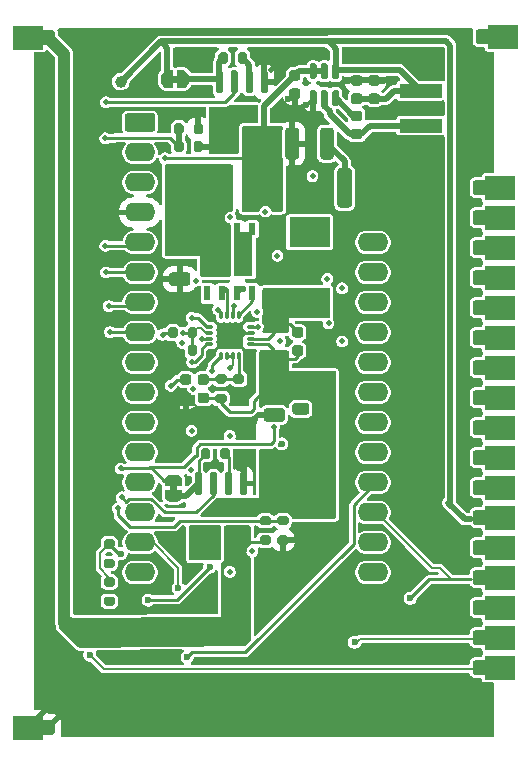
<source format=gtl>
G04 #@! TF.GenerationSoftware,KiCad,Pcbnew,9.0.1+1*
G04 #@! TF.CreationDate,2025-11-12T15:12:18+00:00*
G04 #@! TF.ProjectId,mppt-charge,6d707074-2d63-4686-9172-67652e6b6963,0.2*
G04 #@! TF.SameCoordinates,Original*
G04 #@! TF.FileFunction,Copper,L1,Top*
G04 #@! TF.FilePolarity,Positive*
%FSLAX46Y46*%
G04 Gerber Fmt 4.6, Leading zero omitted, Abs format (unit mm)*
G04 Created by KiCad (PCBNEW 9.0.1+1) date 2025-11-12 15:12:18*
%MOMM*%
%LPD*%
G01*
G04 APERTURE LIST*
G04 #@! TA.AperFunction,EtchedComponent*
%ADD10C,0.000000*%
G04 #@! TD*
G04 #@! TA.AperFunction,SMDPad,CuDef*
%ADD11R,3.600000X1.150000*%
G04 #@! TD*
G04 #@! TA.AperFunction,CastellatedPad*
%ADD12R,2.540000X2.000000*%
G04 #@! TD*
G04 #@! TA.AperFunction,SMDPad,CuDef*
%ADD13R,0.610000X1.270000*%
G04 #@! TD*
G04 #@! TA.AperFunction,SMDPad,CuDef*
%ADD14R,1.650000X3.810000*%
G04 #@! TD*
G04 #@! TA.AperFunction,SMDPad,CuDef*
%ADD15R,0.610000X1.020000*%
G04 #@! TD*
G04 #@! TA.AperFunction,ComponentPad*
%ADD16O,2.600000X1.600000*%
G04 #@! TD*
G04 #@! TA.AperFunction,SMDPad,CuDef*
%ADD17R,3.500000X2.500000*%
G04 #@! TD*
G04 #@! TA.AperFunction,SMDPad,CuDef*
%ADD18R,4.860000X3.360000*%
G04 #@! TD*
G04 #@! TA.AperFunction,SMDPad,CuDef*
%ADD19R,1.400000X1.390000*%
G04 #@! TD*
G04 #@! TA.AperFunction,SMDPad,CuDef*
%ADD20O,0.800000X0.280000*%
G04 #@! TD*
G04 #@! TA.AperFunction,SMDPad,CuDef*
%ADD21O,0.280000X0.800000*%
G04 #@! TD*
G04 #@! TA.AperFunction,SMDPad,CuDef*
%ADD22R,2.140000X2.140000*%
G04 #@! TD*
G04 #@! TA.AperFunction,ViaPad*
%ADD23C,0.600000*%
G04 #@! TD*
G04 #@! TA.AperFunction,ViaPad*
%ADD24C,0.500000*%
G04 #@! TD*
G04 #@! TA.AperFunction,ViaPad*
%ADD25C,1.000000*%
G04 #@! TD*
G04 #@! TA.AperFunction,Conductor*
%ADD26C,0.250000*%
G04 #@! TD*
G04 #@! TA.AperFunction,Conductor*
%ADD27C,0.200000*%
G04 #@! TD*
G04 #@! TA.AperFunction,Conductor*
%ADD28C,0.500000*%
G04 #@! TD*
G04 #@! TA.AperFunction,Conductor*
%ADD29C,0.150000*%
G04 #@! TD*
G04 #@! TA.AperFunction,Conductor*
%ADD30C,1.000000*%
G04 #@! TD*
G04 APERTURE END LIST*
D10*
G04 #@! TA.AperFunction,EtchedComponent*
G36*
X103725000Y-73760000D02*
G01*
X103225000Y-73760000D01*
X103225000Y-73160000D01*
X103725000Y-73160000D01*
X103725000Y-73760000D01*
G37*
G04 #@! TD.AperFunction*
G04 #@! TA.AperFunction,EtchedComponent*
G36*
X103650000Y-108335000D02*
G01*
X103050000Y-108335000D01*
X103050000Y-107835000D01*
X103650000Y-107835000D01*
X103650000Y-108335000D01*
G37*
G04 #@! TD.AperFunction*
G04 #@! TA.AperFunction,SMDPad,CuDef*
G36*
G01*
X105625000Y-98435000D02*
X106125000Y-98435000D01*
G75*
G02*
X106350000Y-98660000I0J-225000D01*
G01*
X106350000Y-99110000D01*
G75*
G02*
X106125000Y-99335000I-225000J0D01*
G01*
X105625000Y-99335000D01*
G75*
G02*
X105400000Y-99110000I0J225000D01*
G01*
X105400000Y-98660000D01*
G75*
G02*
X105625000Y-98435000I225000J0D01*
G01*
G37*
G04 #@! TD.AperFunction*
G04 #@! TA.AperFunction,SMDPad,CuDef*
G36*
G01*
X105625000Y-99985000D02*
X106125000Y-99985000D01*
G75*
G02*
X106350000Y-100210000I0J-225000D01*
G01*
X106350000Y-100660000D01*
G75*
G02*
X106125000Y-100885000I-225000J0D01*
G01*
X105625000Y-100885000D01*
G75*
G02*
X105400000Y-100660000I0J225000D01*
G01*
X105400000Y-100210000D01*
G75*
G02*
X105625000Y-99985000I225000J0D01*
G01*
G37*
G04 #@! TD.AperFunction*
G04 #@! TA.AperFunction,SMDPad,CuDef*
G36*
G01*
X111300000Y-84085000D02*
X111300000Y-81235000D01*
G75*
G02*
X111550000Y-80985000I250000J0D01*
G01*
X112275000Y-80985000D01*
G75*
G02*
X112525000Y-81235000I0J-250000D01*
G01*
X112525000Y-84085000D01*
G75*
G02*
X112275000Y-84335000I-250000J0D01*
G01*
X111550000Y-84335000D01*
G75*
G02*
X111300000Y-84085000I0J250000D01*
G01*
G37*
G04 #@! TD.AperFunction*
G04 #@! TA.AperFunction,SMDPad,CuDef*
G36*
G01*
X117225000Y-84085000D02*
X117225000Y-81235000D01*
G75*
G02*
X117475000Y-80985000I250000J0D01*
G01*
X118200000Y-80985000D01*
G75*
G02*
X118450000Y-81235000I0J-250000D01*
G01*
X118450000Y-84085000D01*
G75*
G02*
X118200000Y-84335000I-250000J0D01*
G01*
X117475000Y-84335000D01*
G75*
G02*
X117225000Y-84085000I0J250000D01*
G01*
G37*
G04 #@! TD.AperFunction*
G04 #@! TA.AperFunction,SMDPad,CuDef*
G36*
X103625000Y-72710000D02*
G01*
X104125000Y-72710000D01*
X104125000Y-72714278D01*
X104190263Y-72714278D01*
X104316342Y-72748060D01*
X104429381Y-72813323D01*
X104521677Y-72905619D01*
X104586940Y-73018658D01*
X104620722Y-73144737D01*
X104620722Y-73210000D01*
X104625000Y-73210000D01*
X104625000Y-73710000D01*
X104620722Y-73710000D01*
X104620722Y-73775263D01*
X104586940Y-73901342D01*
X104521677Y-74014381D01*
X104429381Y-74106677D01*
X104316342Y-74171940D01*
X104190263Y-74205722D01*
X104125000Y-74205722D01*
X104125000Y-74210000D01*
X103625000Y-74210000D01*
X103625000Y-72710000D01*
G37*
G04 #@! TD.AperFunction*
G04 #@! TA.AperFunction,SMDPad,CuDef*
G36*
X102825000Y-74205722D02*
G01*
X102759737Y-74205722D01*
X102633658Y-74171940D01*
X102520619Y-74106677D01*
X102428323Y-74014381D01*
X102363060Y-73901342D01*
X102329278Y-73775263D01*
X102329278Y-73710000D01*
X102325000Y-73710000D01*
X102325000Y-73210000D01*
X102329278Y-73210000D01*
X102329278Y-73144737D01*
X102363060Y-73018658D01*
X102428323Y-72905619D01*
X102520619Y-72813323D01*
X102633658Y-72748060D01*
X102759737Y-72714278D01*
X102825000Y-72714278D01*
X102825000Y-72710000D01*
X103325000Y-72710000D01*
X103325000Y-74210000D01*
X102825000Y-74210000D01*
X102825000Y-74205722D01*
G37*
G04 #@! TD.AperFunction*
G04 #@! TA.AperFunction,SMDPad,CuDef*
G36*
G01*
X107370000Y-79610000D02*
X107070000Y-79610000D01*
G75*
G02*
X106920000Y-79460000I0J150000D01*
G01*
X106920000Y-77810000D01*
G75*
G02*
X107070000Y-77660000I150000J0D01*
G01*
X107370000Y-77660000D01*
G75*
G02*
X107520000Y-77810000I0J-150000D01*
G01*
X107520000Y-79460000D01*
G75*
G02*
X107370000Y-79610000I-150000J0D01*
G01*
G37*
G04 #@! TD.AperFunction*
G04 #@! TA.AperFunction,SMDPad,CuDef*
G36*
G01*
X108640000Y-79610000D02*
X108340000Y-79610000D01*
G75*
G02*
X108190000Y-79460000I0J150000D01*
G01*
X108190000Y-77810000D01*
G75*
G02*
X108340000Y-77660000I150000J0D01*
G01*
X108640000Y-77660000D01*
G75*
G02*
X108790000Y-77810000I0J-150000D01*
G01*
X108790000Y-79460000D01*
G75*
G02*
X108640000Y-79610000I-150000J0D01*
G01*
G37*
G04 #@! TD.AperFunction*
G04 #@! TA.AperFunction,SMDPad,CuDef*
G36*
G01*
X109910000Y-79610000D02*
X109610000Y-79610000D01*
G75*
G02*
X109460000Y-79460000I0J150000D01*
G01*
X109460000Y-77810000D01*
G75*
G02*
X109610000Y-77660000I150000J0D01*
G01*
X109910000Y-77660000D01*
G75*
G02*
X110060000Y-77810000I0J-150000D01*
G01*
X110060000Y-79460000D01*
G75*
G02*
X109910000Y-79610000I-150000J0D01*
G01*
G37*
G04 #@! TD.AperFunction*
G04 #@! TA.AperFunction,SMDPad,CuDef*
G36*
G01*
X111180000Y-79610000D02*
X110880000Y-79610000D01*
G75*
G02*
X110730000Y-79460000I0J150000D01*
G01*
X110730000Y-77810000D01*
G75*
G02*
X110880000Y-77660000I150000J0D01*
G01*
X111180000Y-77660000D01*
G75*
G02*
X111330000Y-77810000I0J-150000D01*
G01*
X111330000Y-79460000D01*
G75*
G02*
X111180000Y-79610000I-150000J0D01*
G01*
G37*
G04 #@! TD.AperFunction*
G04 #@! TA.AperFunction,SMDPad,CuDef*
G36*
G01*
X111180000Y-74660000D02*
X110880000Y-74660000D01*
G75*
G02*
X110730000Y-74510000I0J150000D01*
G01*
X110730000Y-72860000D01*
G75*
G02*
X110880000Y-72710000I150000J0D01*
G01*
X111180000Y-72710000D01*
G75*
G02*
X111330000Y-72860000I0J-150000D01*
G01*
X111330000Y-74510000D01*
G75*
G02*
X111180000Y-74660000I-150000J0D01*
G01*
G37*
G04 #@! TD.AperFunction*
G04 #@! TA.AperFunction,SMDPad,CuDef*
G36*
G01*
X109910000Y-74660000D02*
X109610000Y-74660000D01*
G75*
G02*
X109460000Y-74510000I0J150000D01*
G01*
X109460000Y-72860000D01*
G75*
G02*
X109610000Y-72710000I150000J0D01*
G01*
X109910000Y-72710000D01*
G75*
G02*
X110060000Y-72860000I0J-150000D01*
G01*
X110060000Y-74510000D01*
G75*
G02*
X109910000Y-74660000I-150000J0D01*
G01*
G37*
G04 #@! TD.AperFunction*
G04 #@! TA.AperFunction,SMDPad,CuDef*
G36*
G01*
X108640000Y-74660000D02*
X108340000Y-74660000D01*
G75*
G02*
X108190000Y-74510000I0J150000D01*
G01*
X108190000Y-72860000D01*
G75*
G02*
X108340000Y-72710000I150000J0D01*
G01*
X108640000Y-72710000D01*
G75*
G02*
X108790000Y-72860000I0J-150000D01*
G01*
X108790000Y-74510000D01*
G75*
G02*
X108640000Y-74660000I-150000J0D01*
G01*
G37*
G04 #@! TD.AperFunction*
G04 #@! TA.AperFunction,SMDPad,CuDef*
G36*
G01*
X107370000Y-74660000D02*
X107070000Y-74660000D01*
G75*
G02*
X106920000Y-74510000I0J150000D01*
G01*
X106920000Y-72860000D01*
G75*
G02*
X107070000Y-72710000I150000J0D01*
G01*
X107370000Y-72710000D01*
G75*
G02*
X107520000Y-72860000I0J-150000D01*
G01*
X107520000Y-74510000D01*
G75*
G02*
X107370000Y-74660000I-150000J0D01*
G01*
G37*
G04 #@! TD.AperFunction*
G04 #@! TA.AperFunction,SMDPad,CuDef*
G36*
G01*
X97625000Y-112397500D02*
X98175000Y-112397500D01*
G75*
G02*
X98375000Y-112597500I0J-200000D01*
G01*
X98375000Y-112997500D01*
G75*
G02*
X98175000Y-113197500I-200000J0D01*
G01*
X97625000Y-113197500D01*
G75*
G02*
X97425000Y-112997500I0J200000D01*
G01*
X97425000Y-112597500D01*
G75*
G02*
X97625000Y-112397500I200000J0D01*
G01*
G37*
G04 #@! TD.AperFunction*
G04 #@! TA.AperFunction,SMDPad,CuDef*
G36*
G01*
X97625000Y-114047500D02*
X98175000Y-114047500D01*
G75*
G02*
X98375000Y-114247500I0J-200000D01*
G01*
X98375000Y-114647500D01*
G75*
G02*
X98175000Y-114847500I-200000J0D01*
G01*
X97625000Y-114847500D01*
G75*
G02*
X97425000Y-114647500I0J200000D01*
G01*
X97425000Y-114247500D01*
G75*
G02*
X97625000Y-114047500I200000J0D01*
G01*
G37*
G04 #@! TD.AperFunction*
G04 #@! TA.AperFunction,SMDPad,CuDef*
G36*
G01*
X97650000Y-115610000D02*
X98200000Y-115610000D01*
G75*
G02*
X98400000Y-115810000I0J-200000D01*
G01*
X98400000Y-116210000D01*
G75*
G02*
X98200000Y-116410000I-200000J0D01*
G01*
X97650000Y-116410000D01*
G75*
G02*
X97450000Y-116210000I0J200000D01*
G01*
X97450000Y-115810000D01*
G75*
G02*
X97650000Y-115610000I200000J0D01*
G01*
G37*
G04 #@! TD.AperFunction*
G04 #@! TA.AperFunction,SMDPad,CuDef*
G36*
G01*
X97650000Y-117260000D02*
X98200000Y-117260000D01*
G75*
G02*
X98400000Y-117460000I0J-200000D01*
G01*
X98400000Y-117860000D01*
G75*
G02*
X98200000Y-118060000I-200000J0D01*
G01*
X97650000Y-118060000D01*
G75*
G02*
X97450000Y-117860000I0J200000D01*
G01*
X97450000Y-117460000D01*
G75*
G02*
X97650000Y-117260000I200000J0D01*
G01*
G37*
G04 #@! TD.AperFunction*
G04 #@! TA.AperFunction,SMDPad,CuDef*
G36*
G01*
X113875000Y-75135000D02*
X113375000Y-75135000D01*
G75*
G02*
X113150000Y-74910000I0J225000D01*
G01*
X113150000Y-74460000D01*
G75*
G02*
X113375000Y-74235000I225000J0D01*
G01*
X113875000Y-74235000D01*
G75*
G02*
X114100000Y-74460000I0J-225000D01*
G01*
X114100000Y-74910000D01*
G75*
G02*
X113875000Y-75135000I-225000J0D01*
G01*
G37*
G04 #@! TD.AperFunction*
G04 #@! TA.AperFunction,SMDPad,CuDef*
G36*
G01*
X113875000Y-73585000D02*
X113375000Y-73585000D01*
G75*
G02*
X113150000Y-73360000I0J225000D01*
G01*
X113150000Y-72910000D01*
G75*
G02*
X113375000Y-72685000I225000J0D01*
G01*
X113875000Y-72685000D01*
G75*
G02*
X114100000Y-72910000I0J-225000D01*
G01*
X114100000Y-73360000D01*
G75*
G02*
X113875000Y-73585000I-225000J0D01*
G01*
G37*
G04 #@! TD.AperFunction*
D11*
X124275000Y-77385000D03*
X124275000Y-74435000D03*
D12*
X91000000Y-69930000D03*
G04 #@! TA.AperFunction,ComponentPad*
G36*
G01*
X93325000Y-69555000D02*
X93325000Y-70305000D01*
G75*
G02*
X93075000Y-70555000I-250000J0D01*
G01*
X92325000Y-70555000D01*
G75*
G02*
X92075000Y-70305000I0J250000D01*
G01*
X92075000Y-69555000D01*
G75*
G02*
X92325000Y-69305000I250000J0D01*
G01*
X93075000Y-69305000D01*
G75*
G02*
X93325000Y-69555000I0J-250000D01*
G01*
G37*
G04 #@! TD.AperFunction*
G04 #@! TA.AperFunction,ComponentPad*
G36*
G01*
X128925000Y-70235000D02*
X128925000Y-69485000D01*
G75*
G02*
X129175000Y-69235000I250000J0D01*
G01*
X129925000Y-69235000D01*
G75*
G02*
X130175000Y-69485000I0J-250000D01*
G01*
X130175000Y-70235000D01*
G75*
G02*
X129925000Y-70485000I-250000J0D01*
G01*
X129175000Y-70485000D01*
G75*
G02*
X128925000Y-70235000I0J250000D01*
G01*
G37*
G04 #@! TD.AperFunction*
X131250000Y-69860000D03*
X91000000Y-128350000D03*
G04 #@! TA.AperFunction,ComponentPad*
G36*
G01*
X93325000Y-127975000D02*
X93325000Y-128725000D01*
G75*
G02*
X93075000Y-128975000I-250000J0D01*
G01*
X92325000Y-128975000D01*
G75*
G02*
X92075000Y-128725000I0J250000D01*
G01*
X92075000Y-127975000D01*
G75*
G02*
X92325000Y-127725000I250000J0D01*
G01*
X93075000Y-127725000D01*
G75*
G02*
X93325000Y-127975000I0J-250000D01*
G01*
G37*
G04 #@! TD.AperFunction*
G04 #@! TA.AperFunction,ComponentPad*
G36*
G01*
X129925000Y-82255000D02*
X129925000Y-83005000D01*
G75*
G02*
X129675000Y-83255000I-250000J0D01*
G01*
X128925000Y-83255000D01*
G75*
G02*
X128675000Y-83005000I0J250000D01*
G01*
X128675000Y-82255000D01*
G75*
G02*
X128925000Y-82005000I250000J0D01*
G01*
X129675000Y-82005000D01*
G75*
G02*
X129925000Y-82255000I0J-250000D01*
G01*
G37*
G04 #@! TD.AperFunction*
X131000000Y-82630000D03*
G04 #@! TA.AperFunction,ComponentPad*
G36*
G01*
X129925000Y-84795000D02*
X129925000Y-85545000D01*
G75*
G02*
X129675000Y-85795000I-250000J0D01*
G01*
X128925000Y-85795000D01*
G75*
G02*
X128675000Y-85545000I0J250000D01*
G01*
X128675000Y-84795000D01*
G75*
G02*
X128925000Y-84545000I250000J0D01*
G01*
X129675000Y-84545000D01*
G75*
G02*
X129925000Y-84795000I0J-250000D01*
G01*
G37*
G04 #@! TD.AperFunction*
X131000000Y-85170000D03*
G04 #@! TA.AperFunction,ComponentPad*
G36*
G01*
X129925000Y-87335000D02*
X129925000Y-88085000D01*
G75*
G02*
X129675000Y-88335000I-250000J0D01*
G01*
X128925000Y-88335000D01*
G75*
G02*
X128675000Y-88085000I0J250000D01*
G01*
X128675000Y-87335000D01*
G75*
G02*
X128925000Y-87085000I250000J0D01*
G01*
X129675000Y-87085000D01*
G75*
G02*
X129925000Y-87335000I0J-250000D01*
G01*
G37*
G04 #@! TD.AperFunction*
X131000000Y-87710000D03*
G04 #@! TA.AperFunction,ComponentPad*
G36*
G01*
X129925000Y-89875000D02*
X129925000Y-90625000D01*
G75*
G02*
X129675000Y-90875000I-250000J0D01*
G01*
X128925000Y-90875000D01*
G75*
G02*
X128675000Y-90625000I0J250000D01*
G01*
X128675000Y-89875000D01*
G75*
G02*
X128925000Y-89625000I250000J0D01*
G01*
X129675000Y-89625000D01*
G75*
G02*
X129925000Y-89875000I0J-250000D01*
G01*
G37*
G04 #@! TD.AperFunction*
X131000000Y-90250000D03*
G04 #@! TA.AperFunction,ComponentPad*
G36*
G01*
X129925000Y-92415000D02*
X129925000Y-93165000D01*
G75*
G02*
X129675000Y-93415000I-250000J0D01*
G01*
X128925000Y-93415000D01*
G75*
G02*
X128675000Y-93165000I0J250000D01*
G01*
X128675000Y-92415000D01*
G75*
G02*
X128925000Y-92165000I250000J0D01*
G01*
X129675000Y-92165000D01*
G75*
G02*
X129925000Y-92415000I0J-250000D01*
G01*
G37*
G04 #@! TD.AperFunction*
X131000000Y-92790000D03*
G04 #@! TA.AperFunction,ComponentPad*
G36*
G01*
X129925000Y-94955000D02*
X129925000Y-95705000D01*
G75*
G02*
X129675000Y-95955000I-250000J0D01*
G01*
X128925000Y-95955000D01*
G75*
G02*
X128675000Y-95705000I0J250000D01*
G01*
X128675000Y-94955000D01*
G75*
G02*
X128925000Y-94705000I250000J0D01*
G01*
X129675000Y-94705000D01*
G75*
G02*
X129925000Y-94955000I0J-250000D01*
G01*
G37*
G04 #@! TD.AperFunction*
X131000000Y-95330000D03*
G04 #@! TA.AperFunction,ComponentPad*
G36*
G01*
X129925000Y-97495000D02*
X129925000Y-98245000D01*
G75*
G02*
X129675000Y-98495000I-250000J0D01*
G01*
X128925000Y-98495000D01*
G75*
G02*
X128675000Y-98245000I0J250000D01*
G01*
X128675000Y-97495000D01*
G75*
G02*
X128925000Y-97245000I250000J0D01*
G01*
X129675000Y-97245000D01*
G75*
G02*
X129925000Y-97495000I0J-250000D01*
G01*
G37*
G04 #@! TD.AperFunction*
X131000000Y-97870000D03*
G04 #@! TA.AperFunction,ComponentPad*
G36*
G01*
X129925000Y-100035000D02*
X129925000Y-100785000D01*
G75*
G02*
X129675000Y-101035000I-250000J0D01*
G01*
X128925000Y-101035000D01*
G75*
G02*
X128675000Y-100785000I0J250000D01*
G01*
X128675000Y-100035000D01*
G75*
G02*
X128925000Y-99785000I250000J0D01*
G01*
X129675000Y-99785000D01*
G75*
G02*
X129925000Y-100035000I0J-250000D01*
G01*
G37*
G04 #@! TD.AperFunction*
X131000000Y-100410000D03*
G04 #@! TA.AperFunction,ComponentPad*
G36*
G01*
X129925000Y-102575000D02*
X129925000Y-103325000D01*
G75*
G02*
X129675000Y-103575000I-250000J0D01*
G01*
X128925000Y-103575000D01*
G75*
G02*
X128675000Y-103325000I0J250000D01*
G01*
X128675000Y-102575000D01*
G75*
G02*
X128925000Y-102325000I250000J0D01*
G01*
X129675000Y-102325000D01*
G75*
G02*
X129925000Y-102575000I0J-250000D01*
G01*
G37*
G04 #@! TD.AperFunction*
X131000000Y-102950000D03*
G04 #@! TA.AperFunction,ComponentPad*
G36*
G01*
X129925000Y-105115000D02*
X129925000Y-105865000D01*
G75*
G02*
X129675000Y-106115000I-250000J0D01*
G01*
X128925000Y-106115000D01*
G75*
G02*
X128675000Y-105865000I0J250000D01*
G01*
X128675000Y-105115000D01*
G75*
G02*
X128925000Y-104865000I250000J0D01*
G01*
X129675000Y-104865000D01*
G75*
G02*
X129925000Y-105115000I0J-250000D01*
G01*
G37*
G04 #@! TD.AperFunction*
X131000000Y-105490000D03*
G04 #@! TA.AperFunction,ComponentPad*
G36*
G01*
X129925000Y-107655000D02*
X129925000Y-108405000D01*
G75*
G02*
X129675000Y-108655000I-250000J0D01*
G01*
X128925000Y-108655000D01*
G75*
G02*
X128675000Y-108405000I0J250000D01*
G01*
X128675000Y-107655000D01*
G75*
G02*
X128925000Y-107405000I250000J0D01*
G01*
X129675000Y-107405000D01*
G75*
G02*
X129925000Y-107655000I0J-250000D01*
G01*
G37*
G04 #@! TD.AperFunction*
X131000000Y-108030000D03*
G04 #@! TA.AperFunction,ComponentPad*
G36*
G01*
X129925000Y-110195000D02*
X129925000Y-110945000D01*
G75*
G02*
X129675000Y-111195000I-250000J0D01*
G01*
X128925000Y-111195000D01*
G75*
G02*
X128675000Y-110945000I0J250000D01*
G01*
X128675000Y-110195000D01*
G75*
G02*
X128925000Y-109945000I250000J0D01*
G01*
X129675000Y-109945000D01*
G75*
G02*
X129925000Y-110195000I0J-250000D01*
G01*
G37*
G04 #@! TD.AperFunction*
X131000000Y-110570000D03*
G04 #@! TA.AperFunction,ComponentPad*
G36*
G01*
X129925000Y-112735000D02*
X129925000Y-113485000D01*
G75*
G02*
X129675000Y-113735000I-250000J0D01*
G01*
X128925000Y-113735000D01*
G75*
G02*
X128675000Y-113485000I0J250000D01*
G01*
X128675000Y-112735000D01*
G75*
G02*
X128925000Y-112485000I250000J0D01*
G01*
X129675000Y-112485000D01*
G75*
G02*
X129925000Y-112735000I0J-250000D01*
G01*
G37*
G04 #@! TD.AperFunction*
X131000000Y-113110000D03*
G04 #@! TA.AperFunction,ComponentPad*
G36*
G01*
X129925000Y-115275000D02*
X129925000Y-116025000D01*
G75*
G02*
X129675000Y-116275000I-250000J0D01*
G01*
X128925000Y-116275000D01*
G75*
G02*
X128675000Y-116025000I0J250000D01*
G01*
X128675000Y-115275000D01*
G75*
G02*
X128925000Y-115025000I250000J0D01*
G01*
X129675000Y-115025000D01*
G75*
G02*
X129925000Y-115275000I0J-250000D01*
G01*
G37*
G04 #@! TD.AperFunction*
X131000000Y-115650000D03*
G04 #@! TA.AperFunction,ComponentPad*
G36*
G01*
X129925000Y-117815000D02*
X129925000Y-118565000D01*
G75*
G02*
X129675000Y-118815000I-250000J0D01*
G01*
X128925000Y-118815000D01*
G75*
G02*
X128675000Y-118565000I0J250000D01*
G01*
X128675000Y-117815000D01*
G75*
G02*
X128925000Y-117565000I250000J0D01*
G01*
X129675000Y-117565000D01*
G75*
G02*
X129925000Y-117815000I0J-250000D01*
G01*
G37*
G04 #@! TD.AperFunction*
X131000000Y-118190000D03*
G04 #@! TA.AperFunction,ComponentPad*
G36*
G01*
X129925000Y-120355000D02*
X129925000Y-121105000D01*
G75*
G02*
X129675000Y-121355000I-250000J0D01*
G01*
X128925000Y-121355000D01*
G75*
G02*
X128675000Y-121105000I0J250000D01*
G01*
X128675000Y-120355000D01*
G75*
G02*
X128925000Y-120105000I250000J0D01*
G01*
X129675000Y-120105000D01*
G75*
G02*
X129925000Y-120355000I0J-250000D01*
G01*
G37*
G04 #@! TD.AperFunction*
X131000000Y-120730000D03*
G04 #@! TA.AperFunction,ComponentPad*
G36*
G01*
X129925000Y-122895000D02*
X129925000Y-123645000D01*
G75*
G02*
X129675000Y-123895000I-250000J0D01*
G01*
X128925000Y-123895000D01*
G75*
G02*
X128675000Y-123645000I0J250000D01*
G01*
X128675000Y-122895000D01*
G75*
G02*
X128925000Y-122645000I250000J0D01*
G01*
X129675000Y-122645000D01*
G75*
G02*
X129925000Y-122895000I0J-250000D01*
G01*
G37*
G04 #@! TD.AperFunction*
X131000000Y-123270000D03*
G04 #@! TA.AperFunction,SMDPad,CuDef*
G36*
G01*
X112525000Y-102460000D02*
X111225000Y-102460000D01*
G75*
G02*
X110975000Y-102210000I0J250000D01*
G01*
X110975000Y-101560000D01*
G75*
G02*
X111225000Y-101310000I250000J0D01*
G01*
X112525000Y-101310000D01*
G75*
G02*
X112775000Y-101560000I0J-250000D01*
G01*
X112775000Y-102210000D01*
G75*
G02*
X112525000Y-102460000I-250000J0D01*
G01*
G37*
G04 #@! TD.AperFunction*
G04 #@! TA.AperFunction,SMDPad,CuDef*
G36*
G01*
X112525000Y-99510000D02*
X111225000Y-99510000D01*
G75*
G02*
X110975000Y-99260000I0J250000D01*
G01*
X110975000Y-98610000D01*
G75*
G02*
X111225000Y-98360000I250000J0D01*
G01*
X112525000Y-98360000D01*
G75*
G02*
X112775000Y-98610000I0J-250000D01*
G01*
X112775000Y-99260000D01*
G75*
G02*
X112525000Y-99510000I-250000J0D01*
G01*
G37*
G04 #@! TD.AperFunction*
G04 #@! TA.AperFunction,SMDPad,CuDef*
G36*
G01*
X102900000Y-95185000D02*
X102900000Y-94635000D01*
G75*
G02*
X103100000Y-94435000I200000J0D01*
G01*
X103500000Y-94435000D01*
G75*
G02*
X103700000Y-94635000I0J-200000D01*
G01*
X103700000Y-95185000D01*
G75*
G02*
X103500000Y-95385000I-200000J0D01*
G01*
X103100000Y-95385000D01*
G75*
G02*
X102900000Y-95185000I0J200000D01*
G01*
G37*
G04 #@! TD.AperFunction*
G04 #@! TA.AperFunction,SMDPad,CuDef*
G36*
G01*
X104550000Y-95185000D02*
X104550000Y-94635000D01*
G75*
G02*
X104750000Y-94435000I200000J0D01*
G01*
X105150000Y-94435000D01*
G75*
G02*
X105350000Y-94635000I0J-200000D01*
G01*
X105350000Y-95185000D01*
G75*
G02*
X105150000Y-95385000I-200000J0D01*
G01*
X104750000Y-95385000D01*
G75*
G02*
X104550000Y-95185000I0J200000D01*
G01*
G37*
G04 #@! TD.AperFunction*
G04 #@! TA.AperFunction,SMDPad,CuDef*
G36*
G01*
X105620000Y-113610000D02*
X105320000Y-113610000D01*
G75*
G02*
X105170000Y-113460000I0J150000D01*
G01*
X105170000Y-111810000D01*
G75*
G02*
X105320000Y-111660000I150000J0D01*
G01*
X105620000Y-111660000D01*
G75*
G02*
X105770000Y-111810000I0J-150000D01*
G01*
X105770000Y-113460000D01*
G75*
G02*
X105620000Y-113610000I-150000J0D01*
G01*
G37*
G04 #@! TD.AperFunction*
G04 #@! TA.AperFunction,SMDPad,CuDef*
G36*
G01*
X106890000Y-113610000D02*
X106590000Y-113610000D01*
G75*
G02*
X106440000Y-113460000I0J150000D01*
G01*
X106440000Y-111810000D01*
G75*
G02*
X106590000Y-111660000I150000J0D01*
G01*
X106890000Y-111660000D01*
G75*
G02*
X107040000Y-111810000I0J-150000D01*
G01*
X107040000Y-113460000D01*
G75*
G02*
X106890000Y-113610000I-150000J0D01*
G01*
G37*
G04 #@! TD.AperFunction*
G04 #@! TA.AperFunction,SMDPad,CuDef*
G36*
G01*
X108160000Y-113610000D02*
X107860000Y-113610000D01*
G75*
G02*
X107710000Y-113460000I0J150000D01*
G01*
X107710000Y-111810000D01*
G75*
G02*
X107860000Y-111660000I150000J0D01*
G01*
X108160000Y-111660000D01*
G75*
G02*
X108310000Y-111810000I0J-150000D01*
G01*
X108310000Y-113460000D01*
G75*
G02*
X108160000Y-113610000I-150000J0D01*
G01*
G37*
G04 #@! TD.AperFunction*
G04 #@! TA.AperFunction,SMDPad,CuDef*
G36*
G01*
X109430000Y-113610000D02*
X109130000Y-113610000D01*
G75*
G02*
X108980000Y-113460000I0J150000D01*
G01*
X108980000Y-111810000D01*
G75*
G02*
X109130000Y-111660000I150000J0D01*
G01*
X109430000Y-111660000D01*
G75*
G02*
X109580000Y-111810000I0J-150000D01*
G01*
X109580000Y-113460000D01*
G75*
G02*
X109430000Y-113610000I-150000J0D01*
G01*
G37*
G04 #@! TD.AperFunction*
G04 #@! TA.AperFunction,SMDPad,CuDef*
G36*
G01*
X109430000Y-108660000D02*
X109130000Y-108660000D01*
G75*
G02*
X108980000Y-108510000I0J150000D01*
G01*
X108980000Y-106860000D01*
G75*
G02*
X109130000Y-106710000I150000J0D01*
G01*
X109430000Y-106710000D01*
G75*
G02*
X109580000Y-106860000I0J-150000D01*
G01*
X109580000Y-108510000D01*
G75*
G02*
X109430000Y-108660000I-150000J0D01*
G01*
G37*
G04 #@! TD.AperFunction*
G04 #@! TA.AperFunction,SMDPad,CuDef*
G36*
G01*
X108160000Y-108660000D02*
X107860000Y-108660000D01*
G75*
G02*
X107710000Y-108510000I0J150000D01*
G01*
X107710000Y-106860000D01*
G75*
G02*
X107860000Y-106710000I150000J0D01*
G01*
X108160000Y-106710000D01*
G75*
G02*
X108310000Y-106860000I0J-150000D01*
G01*
X108310000Y-108510000D01*
G75*
G02*
X108160000Y-108660000I-150000J0D01*
G01*
G37*
G04 #@! TD.AperFunction*
G04 #@! TA.AperFunction,SMDPad,CuDef*
G36*
G01*
X106890000Y-108660000D02*
X106590000Y-108660000D01*
G75*
G02*
X106440000Y-108510000I0J150000D01*
G01*
X106440000Y-106860000D01*
G75*
G02*
X106590000Y-106710000I150000J0D01*
G01*
X106890000Y-106710000D01*
G75*
G02*
X107040000Y-106860000I0J-150000D01*
G01*
X107040000Y-108510000D01*
G75*
G02*
X106890000Y-108660000I-150000J0D01*
G01*
G37*
G04 #@! TD.AperFunction*
G04 #@! TA.AperFunction,SMDPad,CuDef*
G36*
G01*
X105620000Y-108660000D02*
X105320000Y-108660000D01*
G75*
G02*
X105170000Y-108510000I0J150000D01*
G01*
X105170000Y-106860000D01*
G75*
G02*
X105320000Y-106710000I150000J0D01*
G01*
X105620000Y-106710000D01*
G75*
G02*
X105770000Y-106860000I0J-150000D01*
G01*
X105770000Y-108510000D01*
G75*
G02*
X105620000Y-108660000I-150000J0D01*
G01*
G37*
G04 #@! TD.AperFunction*
G04 #@! TA.AperFunction,SMDPad,CuDef*
G36*
G01*
X104125000Y-98435000D02*
X104625000Y-98435000D01*
G75*
G02*
X104850000Y-98660000I0J-225000D01*
G01*
X104850000Y-99110000D01*
G75*
G02*
X104625000Y-99335000I-225000J0D01*
G01*
X104125000Y-99335000D01*
G75*
G02*
X103900000Y-99110000I0J225000D01*
G01*
X103900000Y-98660000D01*
G75*
G02*
X104125000Y-98435000I225000J0D01*
G01*
G37*
G04 #@! TD.AperFunction*
G04 #@! TA.AperFunction,SMDPad,CuDef*
G36*
G01*
X104125000Y-99985000D02*
X104625000Y-99985000D01*
G75*
G02*
X104850000Y-100210000I0J-225000D01*
G01*
X104850000Y-100660000D01*
G75*
G02*
X104625000Y-100885000I-225000J0D01*
G01*
X104125000Y-100885000D01*
G75*
G02*
X103900000Y-100660000I0J225000D01*
G01*
X103900000Y-100210000D01*
G75*
G02*
X104125000Y-99985000I225000J0D01*
G01*
G37*
G04 #@! TD.AperFunction*
G04 #@! TA.AperFunction,SMDPad,CuDef*
G36*
G01*
X105850000Y-78885000D02*
X105850000Y-79435000D01*
G75*
G02*
X105650000Y-79635000I-200000J0D01*
G01*
X105250000Y-79635000D01*
G75*
G02*
X105050000Y-79435000I0J200000D01*
G01*
X105050000Y-78885000D01*
G75*
G02*
X105250000Y-78685000I200000J0D01*
G01*
X105650000Y-78685000D01*
G75*
G02*
X105850000Y-78885000I0J-200000D01*
G01*
G37*
G04 #@! TD.AperFunction*
G04 #@! TA.AperFunction,SMDPad,CuDef*
G36*
G01*
X104200000Y-78885000D02*
X104200000Y-79435000D01*
G75*
G02*
X104000000Y-79635000I-200000J0D01*
G01*
X103600000Y-79635000D01*
G75*
G02*
X103400000Y-79435000I0J200000D01*
G01*
X103400000Y-78885000D01*
G75*
G02*
X103600000Y-78685000I200000J0D01*
G01*
X104000000Y-78685000D01*
G75*
G02*
X104200000Y-78885000I0J-200000D01*
G01*
G37*
G04 #@! TD.AperFunction*
G04 #@! TA.AperFunction,SMDPad,CuDef*
G36*
G01*
X116925000Y-77810000D02*
X116925000Y-80010000D01*
G75*
G02*
X116675000Y-80260000I-250000J0D01*
G01*
X116025000Y-80260000D01*
G75*
G02*
X115775000Y-80010000I0J250000D01*
G01*
X115775000Y-77810000D01*
G75*
G02*
X116025000Y-77560000I250000J0D01*
G01*
X116675000Y-77560000D01*
G75*
G02*
X116925000Y-77810000I0J-250000D01*
G01*
G37*
G04 #@! TD.AperFunction*
G04 #@! TA.AperFunction,SMDPad,CuDef*
G36*
G01*
X113975000Y-77810000D02*
X113975000Y-80010000D01*
G75*
G02*
X113725000Y-80260000I-250000J0D01*
G01*
X113075000Y-80260000D01*
G75*
G02*
X112825000Y-80010000I0J250000D01*
G01*
X112825000Y-77810000D01*
G75*
G02*
X113075000Y-77560000I250000J0D01*
G01*
X113725000Y-77560000D01*
G75*
G02*
X113975000Y-77810000I0J-250000D01*
G01*
G37*
G04 #@! TD.AperFunction*
D13*
X106220000Y-91580000D03*
X107490000Y-91580000D03*
X108760000Y-91580000D03*
X110030000Y-91580000D03*
D14*
X109255000Y-88220000D03*
D15*
X110030000Y-86115000D03*
X108760000Y-86115000D03*
X107490000Y-86115000D03*
D14*
X106995000Y-88220000D03*
D15*
X106220000Y-86115000D03*
G04 #@! TA.AperFunction,SMDPad,CuDef*
G36*
G01*
X108600000Y-98435000D02*
X109150000Y-98435000D01*
G75*
G02*
X109350000Y-98635000I0J-200000D01*
G01*
X109350000Y-99035000D01*
G75*
G02*
X109150000Y-99235000I-200000J0D01*
G01*
X108600000Y-99235000D01*
G75*
G02*
X108400000Y-99035000I0J200000D01*
G01*
X108400000Y-98635000D01*
G75*
G02*
X108600000Y-98435000I200000J0D01*
G01*
G37*
G04 #@! TD.AperFunction*
G04 #@! TA.AperFunction,SMDPad,CuDef*
G36*
G01*
X108600000Y-100085000D02*
X109150000Y-100085000D01*
G75*
G02*
X109350000Y-100285000I0J-200000D01*
G01*
X109350000Y-100685000D01*
G75*
G02*
X109150000Y-100885000I-200000J0D01*
G01*
X108600000Y-100885000D01*
G75*
G02*
X108400000Y-100685000I0J200000D01*
G01*
X108400000Y-100285000D01*
G75*
G02*
X108600000Y-100085000I200000J0D01*
G01*
G37*
G04 #@! TD.AperFunction*
G04 #@! TA.AperFunction,SMDPad,CuDef*
G36*
X104100000Y-108235000D02*
G01*
X104100000Y-108735000D01*
X104095722Y-108735000D01*
X104095722Y-108800263D01*
X104061940Y-108926342D01*
X103996677Y-109039381D01*
X103904381Y-109131677D01*
X103791342Y-109196940D01*
X103665263Y-109230722D01*
X103600000Y-109230722D01*
X103600000Y-109235000D01*
X103100000Y-109235000D01*
X103100000Y-109230722D01*
X103034737Y-109230722D01*
X102908658Y-109196940D01*
X102795619Y-109131677D01*
X102703323Y-109039381D01*
X102638060Y-108926342D01*
X102604278Y-108800263D01*
X102604278Y-108735000D01*
X102600000Y-108735000D01*
X102600000Y-108235000D01*
X104100000Y-108235000D01*
G37*
G04 #@! TD.AperFunction*
G04 #@! TA.AperFunction,SMDPad,CuDef*
G36*
X102604278Y-107435000D02*
G01*
X102604278Y-107369737D01*
X102638060Y-107243658D01*
X102703323Y-107130619D01*
X102795619Y-107038323D01*
X102908658Y-106973060D01*
X103034737Y-106939278D01*
X103100000Y-106939278D01*
X103100000Y-106935000D01*
X103600000Y-106935000D01*
X103600000Y-106939278D01*
X103665263Y-106939278D01*
X103791342Y-106973060D01*
X103904381Y-107038323D01*
X103996677Y-107130619D01*
X104061940Y-107243658D01*
X104095722Y-107369737D01*
X104095722Y-107435000D01*
X104100000Y-107435000D01*
X104100000Y-107935000D01*
X102600000Y-107935000D01*
X102600000Y-107435000D01*
X102604278Y-107435000D01*
G37*
G04 #@! TD.AperFunction*
G04 #@! TA.AperFunction,SMDPad,CuDef*
G36*
G01*
X109600000Y-71385000D02*
X109600000Y-71935000D01*
G75*
G02*
X109400000Y-72135000I-200000J0D01*
G01*
X109000000Y-72135000D01*
G75*
G02*
X108800000Y-71935000I0J200000D01*
G01*
X108800000Y-71385000D01*
G75*
G02*
X109000000Y-71185000I200000J0D01*
G01*
X109400000Y-71185000D01*
G75*
G02*
X109600000Y-71385000I0J-200000D01*
G01*
G37*
G04 #@! TD.AperFunction*
G04 #@! TA.AperFunction,SMDPad,CuDef*
G36*
G01*
X107950000Y-71385000D02*
X107950000Y-71935000D01*
G75*
G02*
X107750000Y-72135000I-200000J0D01*
G01*
X107350000Y-72135000D01*
G75*
G02*
X107150000Y-71935000I0J200000D01*
G01*
X107150000Y-71385000D01*
G75*
G02*
X107350000Y-71185000I200000J0D01*
G01*
X107750000Y-71185000D01*
G75*
G02*
X107950000Y-71385000I0J-200000D01*
G01*
G37*
G04 #@! TD.AperFunction*
G04 #@! TA.AperFunction,SMDPad,CuDef*
G36*
G01*
X112500000Y-97685000D02*
X111250000Y-97685000D01*
G75*
G02*
X111000000Y-97435000I0J250000D01*
G01*
X111000000Y-96810000D01*
G75*
G02*
X111250000Y-96560000I250000J0D01*
G01*
X112500000Y-96560000D01*
G75*
G02*
X112750000Y-96810000I0J-250000D01*
G01*
X112750000Y-97435000D01*
G75*
G02*
X112500000Y-97685000I-250000J0D01*
G01*
G37*
G04 #@! TD.AperFunction*
G04 #@! TA.AperFunction,SMDPad,CuDef*
G36*
G01*
X112500000Y-94760000D02*
X111250000Y-94760000D01*
G75*
G02*
X111000000Y-94510000I0J250000D01*
G01*
X111000000Y-93885000D01*
G75*
G02*
X111250000Y-93635000I250000J0D01*
G01*
X112500000Y-93635000D01*
G75*
G02*
X112750000Y-93885000I0J-250000D01*
G01*
X112750000Y-94510000D01*
G75*
G02*
X112500000Y-94760000I-250000J0D01*
G01*
G37*
G04 #@! TD.AperFunction*
G04 #@! TA.AperFunction,SMDPad,CuDef*
G36*
G01*
X116925000Y-72110000D02*
X117225000Y-72110000D01*
G75*
G02*
X117375000Y-72260000I0J-150000D01*
G01*
X117375000Y-73285000D01*
G75*
G02*
X117225000Y-73435000I-150000J0D01*
G01*
X116925000Y-73435000D01*
G75*
G02*
X116775000Y-73285000I0J150000D01*
G01*
X116775000Y-72260000D01*
G75*
G02*
X116925000Y-72110000I150000J0D01*
G01*
G37*
G04 #@! TD.AperFunction*
G04 #@! TA.AperFunction,SMDPad,CuDef*
G36*
G01*
X115975000Y-72110000D02*
X116275000Y-72110000D01*
G75*
G02*
X116425000Y-72260000I0J-150000D01*
G01*
X116425000Y-73285000D01*
G75*
G02*
X116275000Y-73435000I-150000J0D01*
G01*
X115975000Y-73435000D01*
G75*
G02*
X115825000Y-73285000I0J150000D01*
G01*
X115825000Y-72260000D01*
G75*
G02*
X115975000Y-72110000I150000J0D01*
G01*
G37*
G04 #@! TD.AperFunction*
G04 #@! TA.AperFunction,SMDPad,CuDef*
G36*
G01*
X115025000Y-72110000D02*
X115325000Y-72110000D01*
G75*
G02*
X115475000Y-72260000I0J-150000D01*
G01*
X115475000Y-73285000D01*
G75*
G02*
X115325000Y-73435000I-150000J0D01*
G01*
X115025000Y-73435000D01*
G75*
G02*
X114875000Y-73285000I0J150000D01*
G01*
X114875000Y-72260000D01*
G75*
G02*
X115025000Y-72110000I150000J0D01*
G01*
G37*
G04 #@! TD.AperFunction*
G04 #@! TA.AperFunction,SMDPad,CuDef*
G36*
G01*
X115025000Y-74385000D02*
X115325000Y-74385000D01*
G75*
G02*
X115475000Y-74535000I0J-150000D01*
G01*
X115475000Y-75560000D01*
G75*
G02*
X115325000Y-75710000I-150000J0D01*
G01*
X115025000Y-75710000D01*
G75*
G02*
X114875000Y-75560000I0J150000D01*
G01*
X114875000Y-74535000D01*
G75*
G02*
X115025000Y-74385000I150000J0D01*
G01*
G37*
G04 #@! TD.AperFunction*
G04 #@! TA.AperFunction,SMDPad,CuDef*
G36*
G01*
X115975000Y-74385000D02*
X116275000Y-74385000D01*
G75*
G02*
X116425000Y-74535000I0J-150000D01*
G01*
X116425000Y-75560000D01*
G75*
G02*
X116275000Y-75710000I-150000J0D01*
G01*
X115975000Y-75710000D01*
G75*
G02*
X115825000Y-75560000I0J150000D01*
G01*
X115825000Y-74535000D01*
G75*
G02*
X115975000Y-74385000I150000J0D01*
G01*
G37*
G04 #@! TD.AperFunction*
G04 #@! TA.AperFunction,SMDPad,CuDef*
G36*
G01*
X116925000Y-74385000D02*
X117225000Y-74385000D01*
G75*
G02*
X117375000Y-74535000I0J-150000D01*
G01*
X117375000Y-75560000D01*
G75*
G02*
X117225000Y-75710000I-150000J0D01*
G01*
X116925000Y-75710000D01*
G75*
G02*
X116775000Y-75560000I0J150000D01*
G01*
X116775000Y-74535000D01*
G75*
G02*
X116925000Y-74385000I150000J0D01*
G01*
G37*
G04 #@! TD.AperFunction*
G04 #@! TA.AperFunction,ComponentPad*
G36*
G01*
X99215000Y-77670000D02*
X99215000Y-76570000D01*
G75*
G02*
X99465000Y-76320000I250000J0D01*
G01*
X101565000Y-76320000D01*
G75*
G02*
X101815000Y-76570000I0J-250000D01*
G01*
X101815000Y-77670000D01*
G75*
G02*
X101565000Y-77920000I-250000J0D01*
G01*
X99465000Y-77920000D01*
G75*
G02*
X99215000Y-77670000I0J250000D01*
G01*
G37*
G04 #@! TD.AperFunction*
D16*
X100515000Y-79660000D03*
X100515000Y-82200000D03*
X100515000Y-84740000D03*
X100515000Y-87280000D03*
X100515000Y-89820000D03*
X100515000Y-92360000D03*
X100515000Y-94900000D03*
X100515000Y-97440000D03*
X100515000Y-99980000D03*
X100515000Y-102520000D03*
X100515000Y-105060000D03*
X100515000Y-107600000D03*
X100515000Y-110140000D03*
X100515000Y-112680000D03*
X100515000Y-115220000D03*
X120235000Y-115220000D03*
X120235000Y-112680000D03*
X120235000Y-110140000D03*
X120235000Y-107600000D03*
X120235000Y-105060000D03*
X120235000Y-102520000D03*
X120235000Y-99980000D03*
X120235000Y-97440000D03*
X120235000Y-94900000D03*
X120235000Y-92360000D03*
X120235000Y-89820000D03*
X120235000Y-87280000D03*
G04 #@! TA.AperFunction,SMDPad,CuDef*
G36*
G01*
X105350000Y-96135000D02*
X105350000Y-96685000D01*
G75*
G02*
X105150000Y-96885000I-200000J0D01*
G01*
X104750000Y-96885000D01*
G75*
G02*
X104550000Y-96685000I0J200000D01*
G01*
X104550000Y-96135000D01*
G75*
G02*
X104750000Y-95935000I200000J0D01*
G01*
X105150000Y-95935000D01*
G75*
G02*
X105350000Y-96135000I0J-200000D01*
G01*
G37*
G04 #@! TD.AperFunction*
G04 #@! TA.AperFunction,SMDPad,CuDef*
G36*
G01*
X103700000Y-96135000D02*
X103700000Y-96685000D01*
G75*
G02*
X103500000Y-96885000I-200000J0D01*
G01*
X103100000Y-96885000D01*
G75*
G02*
X102900000Y-96685000I0J200000D01*
G01*
X102900000Y-96135000D01*
G75*
G02*
X103100000Y-95935000I200000J0D01*
G01*
X103500000Y-95935000D01*
G75*
G02*
X103700000Y-96135000I0J-200000D01*
G01*
G37*
G04 #@! TD.AperFunction*
G04 #@! TA.AperFunction,SMDPad,CuDef*
G36*
G01*
X119100000Y-75560000D02*
X118600000Y-75560000D01*
G75*
G02*
X118375000Y-75335000I0J225000D01*
G01*
X118375000Y-74885000D01*
G75*
G02*
X118600000Y-74660000I225000J0D01*
G01*
X119100000Y-74660000D01*
G75*
G02*
X119325000Y-74885000I0J-225000D01*
G01*
X119325000Y-75335000D01*
G75*
G02*
X119100000Y-75560000I-225000J0D01*
G01*
G37*
G04 #@! TD.AperFunction*
G04 #@! TA.AperFunction,SMDPad,CuDef*
G36*
G01*
X119100000Y-74010000D02*
X118600000Y-74010000D01*
G75*
G02*
X118375000Y-73785000I0J225000D01*
G01*
X118375000Y-73335000D01*
G75*
G02*
X118600000Y-73110000I225000J0D01*
G01*
X119100000Y-73110000D01*
G75*
G02*
X119325000Y-73335000I0J-225000D01*
G01*
X119325000Y-73785000D01*
G75*
G02*
X119100000Y-74010000I-225000J0D01*
G01*
G37*
G04 #@! TD.AperFunction*
D17*
X114875000Y-86410000D03*
X114875000Y-92410000D03*
G04 #@! TA.AperFunction,SMDPad,CuDef*
G36*
G01*
X107650000Y-100885000D02*
X107100000Y-100885000D01*
G75*
G02*
X106900000Y-100685000I0J200000D01*
G01*
X106900000Y-100285000D01*
G75*
G02*
X107100000Y-100085000I200000J0D01*
G01*
X107650000Y-100085000D01*
G75*
G02*
X107850000Y-100285000I0J-200000D01*
G01*
X107850000Y-100685000D01*
G75*
G02*
X107650000Y-100885000I-200000J0D01*
G01*
G37*
G04 #@! TD.AperFunction*
G04 #@! TA.AperFunction,SMDPad,CuDef*
G36*
G01*
X107650000Y-99235000D02*
X107100000Y-99235000D01*
G75*
G02*
X106900000Y-99035000I0J200000D01*
G01*
X106900000Y-98635000D01*
G75*
G02*
X107100000Y-98435000I200000J0D01*
G01*
X107650000Y-98435000D01*
G75*
G02*
X107850000Y-98635000I0J-200000D01*
G01*
X107850000Y-99035000D01*
G75*
G02*
X107650000Y-99235000I-200000J0D01*
G01*
G37*
G04 #@! TD.AperFunction*
G04 #@! TA.AperFunction,SMDPad,CuDef*
G36*
G01*
X103400000Y-77935000D02*
X103400000Y-77385000D01*
G75*
G02*
X103600000Y-77185000I200000J0D01*
G01*
X104000000Y-77185000D01*
G75*
G02*
X104200000Y-77385000I0J-200000D01*
G01*
X104200000Y-77935000D01*
G75*
G02*
X104000000Y-78135000I-200000J0D01*
G01*
X103600000Y-78135000D01*
G75*
G02*
X103400000Y-77935000I0J200000D01*
G01*
G37*
G04 #@! TD.AperFunction*
G04 #@! TA.AperFunction,SMDPad,CuDef*
G36*
G01*
X105050000Y-77935000D02*
X105050000Y-77385000D01*
G75*
G02*
X105250000Y-77185000I200000J0D01*
G01*
X105650000Y-77185000D01*
G75*
G02*
X105850000Y-77385000I0J-200000D01*
G01*
X105850000Y-77935000D01*
G75*
G02*
X105650000Y-78135000I-200000J0D01*
G01*
X105250000Y-78135000D01*
G75*
G02*
X105050000Y-77935000I0J200000D01*
G01*
G37*
G04 #@! TD.AperFunction*
G04 #@! TA.AperFunction,SMDPad,CuDef*
G36*
G01*
X119100000Y-78560000D02*
X118600000Y-78560000D01*
G75*
G02*
X118375000Y-78335000I0J225000D01*
G01*
X118375000Y-77885000D01*
G75*
G02*
X118600000Y-77660000I225000J0D01*
G01*
X119100000Y-77660000D01*
G75*
G02*
X119325000Y-77885000I0J-225000D01*
G01*
X119325000Y-78335000D01*
G75*
G02*
X119100000Y-78560000I-225000J0D01*
G01*
G37*
G04 #@! TD.AperFunction*
G04 #@! TA.AperFunction,SMDPad,CuDef*
G36*
G01*
X119100000Y-77010000D02*
X118600000Y-77010000D01*
G75*
G02*
X118375000Y-76785000I0J225000D01*
G01*
X118375000Y-76335000D01*
G75*
G02*
X118600000Y-76110000I225000J0D01*
G01*
X119100000Y-76110000D01*
G75*
G02*
X119325000Y-76335000I0J-225000D01*
G01*
X119325000Y-76785000D01*
G75*
G02*
X119100000Y-77010000I-225000J0D01*
G01*
G37*
G04 #@! TD.AperFunction*
G04 #@! TA.AperFunction,SMDPad,CuDef*
G36*
G01*
X114600000Y-101860000D02*
X113650000Y-101860000D01*
G75*
G02*
X113400000Y-101610000I0J250000D01*
G01*
X113400000Y-101110000D01*
G75*
G02*
X113650000Y-100860000I250000J0D01*
G01*
X114600000Y-100860000D01*
G75*
G02*
X114850000Y-101110000I0J-250000D01*
G01*
X114850000Y-101610000D01*
G75*
G02*
X114600000Y-101860000I-250000J0D01*
G01*
G37*
G04 #@! TD.AperFunction*
G04 #@! TA.AperFunction,SMDPad,CuDef*
G36*
G01*
X114600000Y-99960000D02*
X113650000Y-99960000D01*
G75*
G02*
X113400000Y-99710000I0J250000D01*
G01*
X113400000Y-99210000D01*
G75*
G02*
X113650000Y-98960000I250000J0D01*
G01*
X114600000Y-98960000D01*
G75*
G02*
X114850000Y-99210000I0J-250000D01*
G01*
X114850000Y-99710000D01*
G75*
G02*
X114600000Y-99960000I-250000J0D01*
G01*
G37*
G04 #@! TD.AperFunction*
G04 #@! TA.AperFunction,SMDPad,CuDef*
G36*
G01*
X111400000Y-112885000D02*
X110850000Y-112885000D01*
G75*
G02*
X110650000Y-112685000I0J200000D01*
G01*
X110650000Y-112285000D01*
G75*
G02*
X110850000Y-112085000I200000J0D01*
G01*
X111400000Y-112085000D01*
G75*
G02*
X111600000Y-112285000I0J-200000D01*
G01*
X111600000Y-112685000D01*
G75*
G02*
X111400000Y-112885000I-200000J0D01*
G01*
G37*
G04 #@! TD.AperFunction*
G04 #@! TA.AperFunction,SMDPad,CuDef*
G36*
G01*
X111400000Y-111235000D02*
X110850000Y-111235000D01*
G75*
G02*
X110650000Y-111035000I0J200000D01*
G01*
X110650000Y-110635000D01*
G75*
G02*
X110850000Y-110435000I200000J0D01*
G01*
X111400000Y-110435000D01*
G75*
G02*
X111600000Y-110635000I0J-200000D01*
G01*
X111600000Y-111035000D01*
G75*
G02*
X111400000Y-111235000I-200000J0D01*
G01*
G37*
G04 #@! TD.AperFunction*
G04 #@! TA.AperFunction,SMDPad,CuDef*
G36*
G01*
X112350000Y-110435000D02*
X112900000Y-110435000D01*
G75*
G02*
X113100000Y-110635000I0J-200000D01*
G01*
X113100000Y-111035000D01*
G75*
G02*
X112900000Y-111235000I-200000J0D01*
G01*
X112350000Y-111235000D01*
G75*
G02*
X112150000Y-111035000I0J200000D01*
G01*
X112150000Y-110635000D01*
G75*
G02*
X112350000Y-110435000I200000J0D01*
G01*
G37*
G04 #@! TD.AperFunction*
G04 #@! TA.AperFunction,SMDPad,CuDef*
G36*
G01*
X112350000Y-112085000D02*
X112900000Y-112085000D01*
G75*
G02*
X113100000Y-112285000I0J-200000D01*
G01*
X113100000Y-112685000D01*
G75*
G02*
X112900000Y-112885000I-200000J0D01*
G01*
X112350000Y-112885000D01*
G75*
G02*
X112150000Y-112685000I0J200000D01*
G01*
X112150000Y-112285000D01*
G75*
G02*
X112350000Y-112085000I200000J0D01*
G01*
G37*
G04 #@! TD.AperFunction*
G04 #@! TA.AperFunction,SMDPad,CuDef*
G36*
G01*
X113625000Y-94435000D02*
X114125000Y-94435000D01*
G75*
G02*
X114350000Y-94660000I0J-225000D01*
G01*
X114350000Y-95110000D01*
G75*
G02*
X114125000Y-95335000I-225000J0D01*
G01*
X113625000Y-95335000D01*
G75*
G02*
X113400000Y-95110000I0J225000D01*
G01*
X113400000Y-94660000D01*
G75*
G02*
X113625000Y-94435000I225000J0D01*
G01*
G37*
G04 #@! TD.AperFunction*
G04 #@! TA.AperFunction,SMDPad,CuDef*
G36*
G01*
X113625000Y-95985000D02*
X114125000Y-95985000D01*
G75*
G02*
X114350000Y-96210000I0J-225000D01*
G01*
X114350000Y-96660000D01*
G75*
G02*
X114125000Y-96885000I-225000J0D01*
G01*
X113625000Y-96885000D01*
G75*
G02*
X113400000Y-96660000I0J225000D01*
G01*
X113400000Y-96210000D01*
G75*
G02*
X113625000Y-95985000I225000J0D01*
G01*
G37*
G04 #@! TD.AperFunction*
G04 #@! TA.AperFunction,SMDPad,CuDef*
G36*
G01*
X104525000Y-90960000D02*
X103225000Y-90960000D01*
G75*
G02*
X102975000Y-90710000I0J250000D01*
G01*
X102975000Y-90060000D01*
G75*
G02*
X103225000Y-89810000I250000J0D01*
G01*
X104525000Y-89810000D01*
G75*
G02*
X104775000Y-90060000I0J-250000D01*
G01*
X104775000Y-90710000D01*
G75*
G02*
X104525000Y-90960000I-250000J0D01*
G01*
G37*
G04 #@! TD.AperFunction*
G04 #@! TA.AperFunction,SMDPad,CuDef*
G36*
G01*
X104525000Y-88010000D02*
X103225000Y-88010000D01*
G75*
G02*
X102975000Y-87760000I0J250000D01*
G01*
X102975000Y-87110000D01*
G75*
G02*
X103225000Y-86860000I250000J0D01*
G01*
X104525000Y-86860000D01*
G75*
G02*
X104775000Y-87110000I0J-250000D01*
G01*
X104775000Y-87760000D01*
G75*
G02*
X104525000Y-88010000I-250000J0D01*
G01*
G37*
G04 #@! TD.AperFunction*
G04 #@! TA.AperFunction,SMDPad,CuDef*
G36*
G01*
X108100000Y-104885000D02*
X108100000Y-105435000D01*
G75*
G02*
X107900000Y-105635000I-200000J0D01*
G01*
X107500000Y-105635000D01*
G75*
G02*
X107300000Y-105435000I0J200000D01*
G01*
X107300000Y-104885000D01*
G75*
G02*
X107500000Y-104685000I200000J0D01*
G01*
X107900000Y-104685000D01*
G75*
G02*
X108100000Y-104885000I0J-200000D01*
G01*
G37*
G04 #@! TD.AperFunction*
G04 #@! TA.AperFunction,SMDPad,CuDef*
G36*
G01*
X106450000Y-104885000D02*
X106450000Y-105435000D01*
G75*
G02*
X106250000Y-105635000I-200000J0D01*
G01*
X105850000Y-105635000D01*
G75*
G02*
X105650000Y-105435000I0J200000D01*
G01*
X105650000Y-104885000D01*
G75*
G02*
X105850000Y-104685000I200000J0D01*
G01*
X106250000Y-104685000D01*
G75*
G02*
X106450000Y-104885000I0J-200000D01*
G01*
G37*
G04 #@! TD.AperFunction*
G04 #@! TA.AperFunction,SMDPad,CuDef*
G36*
G01*
X120600000Y-75560000D02*
X120100000Y-75560000D01*
G75*
G02*
X119875000Y-75335000I0J225000D01*
G01*
X119875000Y-74885000D01*
G75*
G02*
X120100000Y-74660000I225000J0D01*
G01*
X120600000Y-74660000D01*
G75*
G02*
X120825000Y-74885000I0J-225000D01*
G01*
X120825000Y-75335000D01*
G75*
G02*
X120600000Y-75560000I-225000J0D01*
G01*
G37*
G04 #@! TD.AperFunction*
G04 #@! TA.AperFunction,SMDPad,CuDef*
G36*
G01*
X120600000Y-74010000D02*
X120100000Y-74010000D01*
G75*
G02*
X119875000Y-73785000I0J225000D01*
G01*
X119875000Y-73335000D01*
G75*
G02*
X120100000Y-73110000I225000J0D01*
G01*
X120600000Y-73110000D01*
G75*
G02*
X120825000Y-73335000I0J-225000D01*
G01*
X120825000Y-73785000D01*
G75*
G02*
X120600000Y-74010000I-225000J0D01*
G01*
G37*
G04 #@! TD.AperFunction*
D18*
X106005000Y-82660000D03*
D19*
X109987000Y-81740000D03*
X109987000Y-83580000D03*
D20*
X106375000Y-94410000D03*
X106375000Y-94910000D03*
X106375000Y-95410000D03*
X106375000Y-95910000D03*
D21*
X107375000Y-96910000D03*
X107875000Y-96910000D03*
X108375000Y-96910000D03*
X108875000Y-96910000D03*
D20*
X109875000Y-95910000D03*
X109875000Y-95410000D03*
X109875000Y-94910000D03*
X109875000Y-94410000D03*
D21*
X108875000Y-93410000D03*
X108375000Y-93410000D03*
X107875000Y-93410000D03*
X107375000Y-93410000D03*
D22*
X108125000Y-95160000D03*
D23*
X106400000Y-114785000D03*
X101225735Y-117559265D03*
X104520586Y-122389471D03*
D24*
X106625000Y-98135000D03*
X97975000Y-94860000D03*
X98975000Y-108860000D03*
X98650000Y-109785000D03*
X97875000Y-92660000D03*
X105775000Y-95417149D03*
D23*
X123400000Y-117410000D03*
D24*
X104802572Y-106554439D03*
X98875000Y-106410000D03*
D25*
X98875000Y-73660000D03*
D24*
X111850000Y-102910000D03*
X97625000Y-89820000D03*
X97625000Y-75410000D03*
X97575000Y-78460000D03*
X97575000Y-87560000D03*
X116375000Y-90360000D03*
X105225000Y-90510000D03*
X116475000Y-94110002D03*
X104900000Y-93660000D03*
D23*
X98900000Y-113635000D03*
D24*
X108125000Y-97910000D03*
X103125000Y-99410000D03*
X104075000Y-95760000D03*
X117625000Y-91160000D03*
X110469384Y-94410000D03*
X112375000Y-95635000D03*
X117625000Y-95660000D03*
D25*
X109255000Y-88220000D03*
D24*
X115125000Y-81660000D03*
D25*
X114875000Y-86410000D03*
D24*
X108512501Y-92677501D03*
X106220000Y-91580000D03*
X112150000Y-88410000D03*
X110437500Y-93160000D03*
X107125000Y-92960000D03*
X103875000Y-87435000D03*
X106125000Y-111715000D03*
X107375000Y-100485000D03*
X108875000Y-98835000D03*
X102425000Y-95110000D03*
X102625000Y-80160000D03*
X97900000Y-114410000D03*
X97925000Y-117622500D03*
X110030000Y-91580000D03*
X111125000Y-84660000D03*
X107785464Y-91284536D03*
X108175000Y-85160000D03*
X104150000Y-94942635D03*
X108125000Y-103660000D03*
X104875000Y-103222500D03*
X105016320Y-99659654D03*
X104950000Y-97410000D03*
D23*
X120940000Y-82570000D03*
X112500000Y-104340000D03*
X94730000Y-69810000D03*
X122460000Y-102600000D03*
X128500000Y-80310000D03*
X118120000Y-73590000D03*
D24*
X108125000Y-95910000D03*
D23*
X114070000Y-89510000D03*
X117640000Y-111830000D03*
X120890000Y-76450000D03*
D24*
X112375000Y-72660000D03*
D23*
X122550000Y-100140000D03*
X92670000Y-126110000D03*
D24*
X103125000Y-98410000D03*
X112375000Y-71160000D03*
D23*
X128080000Y-84590000D03*
X124080000Y-79500000D03*
X113020000Y-75090000D03*
D24*
X103375000Y-92160000D03*
D23*
X117970000Y-71390000D03*
X128120000Y-112430000D03*
X103780000Y-112030000D03*
D24*
X107375000Y-94410000D03*
D23*
X128210000Y-117270000D03*
X128080000Y-119880000D03*
X124170000Y-72390000D03*
X115990000Y-71440000D03*
D24*
X108850000Y-106360000D03*
D23*
X94520000Y-128590000D03*
X111520000Y-86470000D03*
X122140000Y-113940000D03*
D24*
X108125000Y-94410000D03*
D23*
X95800000Y-72130000D03*
X122470000Y-92600000D03*
X109230000Y-91190000D03*
X118420000Y-116200000D03*
D24*
X107375000Y-95910000D03*
X108875000Y-95160000D03*
D23*
X128180000Y-99560000D03*
X117990000Y-86560000D03*
X120270000Y-119300000D03*
X118120000Y-89560000D03*
X111580000Y-106360000D03*
X92860000Y-71810000D03*
X122570000Y-97480000D03*
X128130000Y-114840000D03*
X122470000Y-95030000D03*
D24*
X114125000Y-101410000D03*
D23*
X118250000Y-106190000D03*
X116550000Y-102730000D03*
X128080000Y-109190000D03*
D24*
X103925000Y-105097500D03*
X108875000Y-94410000D03*
X111625000Y-72660000D03*
D23*
X128080000Y-81980000D03*
X95460000Y-70740000D03*
X117850000Y-102410000D03*
X121090000Y-73580000D03*
D24*
X111625000Y-71910000D03*
X108125000Y-95160000D03*
D23*
X129140000Y-71270000D03*
X105680000Y-72570000D03*
X109480000Y-100510000D03*
X114570000Y-75610000D03*
X121370000Y-116760000D03*
X118280000Y-92350000D03*
D24*
X111625000Y-71160000D03*
D23*
X92730000Y-72580000D03*
X115930000Y-106140000D03*
X128140000Y-94520000D03*
X128200000Y-102100000D03*
X116020000Y-113800000D03*
D24*
X111875000Y-101910000D03*
D23*
X127780000Y-121940000D03*
X128170000Y-124310000D03*
X120840000Y-78460000D03*
X110720000Y-119020000D03*
X92160000Y-125790000D03*
X128190000Y-107250000D03*
X117980000Y-108400000D03*
X128180000Y-104620000D03*
X117980000Y-99630000D03*
X128190000Y-89320000D03*
X122420000Y-87180000D03*
X128170000Y-91900000D03*
X125750000Y-81320000D03*
X117820000Y-97630000D03*
X120160000Y-80830000D03*
D24*
X108875000Y-95910000D03*
D23*
X92040000Y-71880000D03*
X122220000Y-89930000D03*
D24*
X107375000Y-95160000D03*
D23*
X116100000Y-109850000D03*
X125110000Y-84090000D03*
D24*
X112375000Y-71910000D03*
D23*
X128140000Y-96960000D03*
X128060000Y-87170000D03*
D25*
X106875000Y-76410000D03*
X107875000Y-76410000D03*
X108875000Y-76410000D03*
X109875000Y-76410000D03*
D24*
X110030000Y-113410000D03*
X108125000Y-115160000D03*
D23*
X96250000Y-122210000D03*
X103745558Y-116555558D03*
X118675000Y-121135000D03*
D26*
X103675000Y-117510000D02*
X106400000Y-114785000D01*
X106625000Y-97660000D02*
X106625000Y-98135000D01*
X107375000Y-96910000D02*
X106625000Y-97660000D01*
X104520586Y-122389471D02*
X104925057Y-121985000D01*
X101275000Y-117510000D02*
X103675000Y-117510000D01*
X118610000Y-112800000D02*
X118610000Y-109525000D01*
X118610000Y-109525000D02*
X120535000Y-107600000D01*
X104925057Y-121985000D02*
X109425000Y-121985000D01*
X101225735Y-117559265D02*
X101275000Y-117510000D01*
X109425000Y-121985000D02*
X118610000Y-112800000D01*
X98015000Y-94900000D02*
X100215000Y-94900000D01*
X102600990Y-110135000D02*
X105264999Y-110135000D01*
X99549010Y-109015000D02*
X101480990Y-109015000D01*
X98975000Y-108860000D02*
X99339505Y-109224505D01*
X105264999Y-110135000D02*
X106740000Y-108659999D01*
X99339505Y-109224505D02*
X99549010Y-109015000D01*
X101480990Y-109015000D02*
X102600990Y-110135000D01*
X97975000Y-94860000D02*
X98015000Y-94900000D01*
X106740000Y-108659999D02*
X106740000Y-107685000D01*
X98650000Y-110365990D02*
X99644010Y-111360000D01*
X97875000Y-92660000D02*
X99915000Y-92660000D01*
X111100000Y-110860000D02*
X111125000Y-110835000D01*
X98650000Y-109785000D02*
X98650000Y-110365990D01*
X99915000Y-92660000D02*
X100215000Y-92360000D01*
X111125000Y-110835000D02*
X112625000Y-110835000D01*
X103375000Y-111360000D02*
X103875000Y-110860000D01*
X103875000Y-110860000D02*
X111100000Y-110860000D01*
X99644010Y-111360000D02*
X103375000Y-111360000D01*
X125020000Y-115790000D02*
X128575000Y-115790000D01*
D27*
X126855000Y-115790000D02*
X125875000Y-114810000D01*
X125875000Y-114810000D02*
X125205000Y-114810000D01*
D26*
X123400000Y-117410000D02*
X125020000Y-115790000D01*
D27*
X125205000Y-114810000D02*
X120535000Y-110140000D01*
X128575000Y-115790000D02*
X126855000Y-115790000D01*
D26*
X105775000Y-95417149D02*
X105782149Y-95410000D01*
X105782149Y-95410000D02*
X106375000Y-95410000D01*
X104200916Y-106300495D02*
X101365495Y-106300495D01*
X111875000Y-102935000D02*
X111875000Y-104110000D01*
D28*
X118850000Y-75110000D02*
X120350000Y-75110000D01*
X117075000Y-70860000D02*
X116475000Y-70260000D01*
X124575000Y-74135000D02*
X124275000Y-74435000D01*
D26*
X105325000Y-105351842D02*
X105149569Y-105351842D01*
D28*
X124275000Y-74435000D02*
X122500000Y-72660000D01*
D26*
X102550000Y-107435000D02*
X103350000Y-107435000D01*
X101255990Y-106410000D02*
X98875000Y-106410000D01*
D28*
X98900000Y-73685000D02*
X98875000Y-73660000D01*
X126800000Y-70610000D02*
X126800000Y-109310000D01*
D26*
X105149569Y-105351842D02*
X104200916Y-106300495D01*
D28*
X116475000Y-70260000D02*
X116500000Y-70235000D01*
X126425000Y-70235000D02*
X126800000Y-70610000D01*
X118762500Y-75197500D02*
X118850000Y-75110000D01*
X122500000Y-72660000D02*
X117187500Y-72660000D01*
X117075000Y-72772500D02*
X117075000Y-70860000D01*
D26*
X101365495Y-106300495D02*
X101255990Y-106410000D01*
X111850000Y-102910000D02*
X111875000Y-102935000D01*
D28*
X121375000Y-75110000D02*
X122050000Y-74435000D01*
X121375000Y-75110000D02*
X120350000Y-75110000D01*
X116500000Y-70235000D02*
X126425000Y-70235000D01*
X116475000Y-70260000D02*
X102275000Y-70260000D01*
D26*
X98995000Y-106410000D02*
X99060000Y-106475000D01*
X105325000Y-104661996D02*
X105325000Y-105351842D01*
D28*
X102825000Y-70810000D02*
X102275000Y-70260000D01*
D26*
X105626996Y-104360000D02*
X105325000Y-104661996D01*
D28*
X117187500Y-72660000D02*
X117075000Y-72772500D01*
D26*
X101365495Y-106300495D02*
X101415495Y-106300495D01*
D28*
X122050000Y-74435000D02*
X124275000Y-74435000D01*
X126600000Y-109310000D02*
X128000000Y-110710000D01*
D26*
X111875000Y-104110000D02*
X111625000Y-104360000D01*
X98875000Y-106410000D02*
X98995000Y-106410000D01*
X111625000Y-104360000D02*
X105626996Y-104360000D01*
D28*
X126800000Y-109310000D02*
X126600000Y-109310000D01*
X102275000Y-70260000D02*
X98875000Y-73660000D01*
X102825000Y-73460000D02*
X102825000Y-70810000D01*
X128000000Y-110710000D02*
X128575000Y-110710000D01*
D26*
X101415495Y-106300495D02*
X102550000Y-107435000D01*
X108490000Y-73685000D02*
X108490000Y-74659999D01*
X108490000Y-74659999D02*
X107739999Y-75410000D01*
X97625000Y-89820000D02*
X100215000Y-89820000D01*
X107739999Y-75410000D02*
X97625000Y-75410000D01*
X98325000Y-78460000D02*
X98375000Y-78410000D01*
X99935000Y-87560000D02*
X100215000Y-87280000D01*
X97575000Y-87560000D02*
X99935000Y-87560000D01*
D28*
X103800000Y-79160000D02*
X103800000Y-77660000D01*
D26*
X97575000Y-78460000D02*
X98325000Y-78460000D01*
X98375000Y-78410000D02*
X103050000Y-78410000D01*
X103050000Y-78410000D02*
X103800000Y-79160000D01*
D28*
X117837500Y-80397500D02*
X116350000Y-78910000D01*
X117837500Y-82660000D02*
X117837500Y-80397500D01*
D26*
X106375000Y-94410000D02*
X106160000Y-94410000D01*
X105410000Y-93660000D02*
X104900000Y-93660000D01*
X106160000Y-94410000D02*
X105410000Y-93660000D01*
D27*
X97125000Y-114860148D02*
X97125000Y-113572500D01*
D26*
X107875000Y-96910000D02*
X108375000Y-96910000D01*
D27*
X97125000Y-113572500D02*
X97900000Y-112797500D01*
D28*
X97862500Y-112760000D02*
X97900000Y-112797500D01*
D26*
X104375000Y-98885000D02*
X103650000Y-98885000D01*
D29*
X108375000Y-97660000D02*
X108125000Y-97910000D01*
D27*
X97924852Y-115660000D02*
X97125000Y-114860148D01*
X97925000Y-116010000D02*
X97925000Y-115685000D01*
D26*
X98737500Y-113635000D02*
X97900000Y-112797500D01*
X98900000Y-113635000D02*
X98737500Y-113635000D01*
D27*
X97925000Y-115685000D02*
X97950000Y-115660000D01*
X97950000Y-115660000D02*
X97924852Y-115660000D01*
D26*
X103650000Y-98885000D02*
X103125000Y-99410000D01*
D29*
X108375000Y-96910000D02*
X108375000Y-97660000D01*
D26*
X110469384Y-94410000D02*
X109875000Y-94410000D01*
D28*
X114875000Y-86410000D02*
X114330000Y-85865000D01*
D26*
X109255000Y-89300000D02*
X109255000Y-88220000D01*
X108512501Y-92677501D02*
X108375000Y-92815002D01*
D30*
X114580000Y-86115000D02*
X114875000Y-86410000D01*
D26*
X108375000Y-92815002D02*
X108375000Y-93410000D01*
X106220000Y-91580000D02*
X106220000Y-91250000D01*
X107375000Y-93210000D02*
X107125000Y-92960000D01*
X107375000Y-93410000D02*
X107375000Y-93210000D01*
X111375000Y-95410000D02*
X111875000Y-94910000D01*
X113187500Y-94197500D02*
X111875000Y-94197500D01*
X109875000Y-95410000D02*
X111375000Y-95410000D01*
X111875000Y-94910000D02*
X111875000Y-94197500D01*
X113875000Y-94885000D02*
X113187500Y-94197500D01*
X111875000Y-96410000D02*
X111875000Y-97122500D01*
X109875000Y-101660000D02*
X108125000Y-101660000D01*
X107325000Y-100435000D02*
X107375000Y-100485000D01*
X113875000Y-96910000D02*
X113662500Y-97122500D01*
X109875000Y-95910000D02*
X111375000Y-95910000D01*
D30*
X114175000Y-99410000D02*
X114125000Y-99460000D01*
D26*
X111375000Y-95910000D02*
X111875000Y-96410000D01*
X110125000Y-101410000D02*
X109875000Y-101660000D01*
X105875000Y-100435000D02*
X107325000Y-100435000D01*
X106125000Y-111715000D02*
X106740000Y-112330000D01*
X113662500Y-97122500D02*
X111875000Y-97122500D01*
X111875000Y-98935000D02*
X110125000Y-100685000D01*
X108125000Y-101660000D02*
X107375000Y-100910000D01*
X106740000Y-112330000D02*
X106740000Y-112635000D01*
X107375000Y-100910000D02*
X107375000Y-100485000D01*
X113875000Y-96435000D02*
X113875000Y-96910000D01*
X110125000Y-100685000D02*
X110125000Y-101410000D01*
X108875000Y-98835000D02*
X107375000Y-98835000D01*
X107375000Y-98835000D02*
X105925000Y-98835000D01*
X105925000Y-98835000D02*
X105875000Y-98885000D01*
X108875000Y-96910000D02*
X108875000Y-98835000D01*
X102625000Y-80160000D02*
X109625000Y-80160000D01*
D28*
X113987500Y-72772500D02*
X113625000Y-73135000D01*
D26*
X102625000Y-94910000D02*
X103300000Y-94910000D01*
D28*
X115175000Y-72772500D02*
X113987500Y-72772500D01*
D26*
X109987000Y-80522000D02*
X109987000Y-81740000D01*
D28*
X113625000Y-73135000D02*
X111030000Y-75730000D01*
X116125000Y-72772500D02*
X115175000Y-72772500D01*
X111030000Y-75730000D02*
X111030000Y-78635000D01*
D26*
X109625000Y-80160000D02*
X109987000Y-80522000D01*
X102425000Y-95110000D02*
X102625000Y-94910000D01*
D30*
X109760000Y-81513000D02*
X109987000Y-81740000D01*
D28*
X118850000Y-76560000D02*
X118587500Y-76560000D01*
X118587500Y-76560000D02*
X117075000Y-75047500D01*
X116575001Y-76160000D02*
X116575001Y-76410001D01*
X116125000Y-75709999D02*
X116575001Y-76160000D01*
X118850000Y-78110000D02*
X119250000Y-78110000D01*
X119250000Y-78110000D02*
X119975000Y-77385000D01*
X116125000Y-75047500D02*
X116125000Y-75709999D01*
X119975000Y-77385000D02*
X124275000Y-77385000D01*
X116575001Y-76410001D02*
X118275000Y-78110000D01*
X118275000Y-78110000D02*
X118850000Y-78110000D01*
D26*
X97900000Y-114447500D02*
X97900000Y-114410000D01*
X97925000Y-117660000D02*
X97925000Y-117622500D01*
D30*
X94550000Y-119485000D02*
X95700000Y-120635000D01*
X94100000Y-119485000D02*
X94550000Y-119485000D01*
D26*
X109280000Y-112635000D02*
X110975000Y-112635000D01*
D30*
X94100000Y-71330000D02*
X94100000Y-119485000D01*
D26*
X110975000Y-112635000D02*
X111125000Y-112485000D01*
D30*
X92700000Y-69930000D02*
X94100000Y-71330000D01*
D26*
X108875000Y-93410000D02*
X110030000Y-92255000D01*
X110030000Y-92255000D02*
X110030000Y-91580000D01*
X107785464Y-91284536D02*
X107875000Y-91374072D01*
X107875000Y-91374072D02*
X107875000Y-93410000D01*
D27*
X105683457Y-94530000D02*
X105330000Y-94530000D01*
X105330000Y-94530000D02*
X104950000Y-94910000D01*
X106375000Y-94910000D02*
X106063457Y-94910000D01*
D26*
X104917365Y-94942635D02*
X104950000Y-94910000D01*
X104950000Y-94910000D02*
X104950000Y-96410000D01*
D27*
X106063457Y-94910000D02*
X105683457Y-94530000D01*
D26*
X104150000Y-94942635D02*
X104917365Y-94942635D01*
X105173004Y-97410000D02*
X104950000Y-97410000D01*
X105740000Y-96843004D02*
X105173004Y-97410000D01*
X105740000Y-96300000D02*
X105740000Y-96843004D01*
X106130000Y-95910000D02*
X105740000Y-96300000D01*
X106375000Y-95910000D02*
X106130000Y-95910000D01*
X108010000Y-107685000D02*
X108010000Y-105470000D01*
X108010000Y-105470000D02*
X107700000Y-105160000D01*
D28*
X109760000Y-72220000D02*
X109760000Y-73685000D01*
X109200000Y-71660000D02*
X109760000Y-72220000D01*
D26*
X121070000Y-73560000D02*
X121090000Y-73580000D01*
X108760000Y-91580000D02*
X108780000Y-91580000D01*
X113220000Y-75090000D02*
X113020000Y-75090000D01*
X114125000Y-101360000D02*
X114125000Y-101410000D01*
X118850000Y-73560000D02*
X118150000Y-73560000D01*
X109150000Y-91190000D02*
X109230000Y-91190000D01*
D27*
X109455000Y-100485000D02*
X109480000Y-100510000D01*
X108875000Y-100485000D02*
X109455000Y-100485000D01*
X102655000Y-98880000D02*
X103125000Y-98410000D01*
D26*
X108760000Y-91580000D02*
X109150000Y-91190000D01*
X120350000Y-73560000D02*
X121070000Y-73560000D01*
X113625000Y-74685000D02*
X113220000Y-75090000D01*
X111875000Y-101885000D02*
X111875000Y-101910000D01*
X115132500Y-75047500D02*
X114570000Y-75610000D01*
X108850000Y-106360000D02*
X109280000Y-106790000D01*
X109280000Y-106790000D02*
X109280000Y-107685000D01*
X109875000Y-94910000D02*
X109125000Y-94910000D01*
X108780000Y-91580000D02*
X108875000Y-91485000D01*
X118150000Y-73560000D02*
X118120000Y-73590000D01*
X109125000Y-94910000D02*
X108875000Y-95160000D01*
X115175000Y-75047500D02*
X115132500Y-75047500D01*
D28*
X105450000Y-79160000D02*
X106695000Y-79160000D01*
X106695000Y-79160000D02*
X107220000Y-78635000D01*
X107220000Y-73685000D02*
X107220000Y-71990000D01*
X106995000Y-73460000D02*
X107220000Y-73685000D01*
X104125000Y-73460000D02*
X106995000Y-73460000D01*
X107220000Y-71990000D02*
X107550000Y-71660000D01*
X103350000Y-108735000D02*
X104420000Y-108735000D01*
D26*
X105470000Y-107685000D02*
X105470000Y-105740000D01*
X105470000Y-105740000D02*
X106050000Y-105160000D01*
D28*
X104420000Y-108735000D02*
X105470000Y-107685000D01*
D27*
X129160000Y-123410000D02*
X129300000Y-123270000D01*
X96250000Y-122210000D02*
X97450000Y-123410000D01*
X97450000Y-123410000D02*
X129160000Y-123410000D01*
X129160000Y-120870000D02*
X129300000Y-120730000D01*
X103745558Y-114805558D02*
X101620000Y-112680000D01*
X118868529Y-121135000D02*
X119133529Y-120870000D01*
X103745558Y-116555558D02*
X103745558Y-114805558D01*
X101620000Y-112680000D02*
X100215000Y-112680000D01*
X119133529Y-120870000D02*
X129160000Y-120870000D01*
X118675000Y-121135000D02*
X118868529Y-121135000D01*
G04 #@! TA.AperFunction,Conductor*
G36*
X110472539Y-75679685D02*
G01*
X110518294Y-75732489D01*
X110529500Y-75784000D01*
X110529500Y-77030500D01*
X110509815Y-77097539D01*
X110457011Y-77143294D01*
X110405500Y-77154500D01*
X109248997Y-77154500D01*
X109194687Y-77160338D01*
X109143181Y-77171543D01*
X109143172Y-77171546D01*
X109116807Y-77178779D01*
X109116796Y-77178783D01*
X109030181Y-77228105D01*
X109030173Y-77228111D01*
X108977371Y-77273863D01*
X108945743Y-77306640D01*
X108899534Y-77394977D01*
X108899533Y-77394977D01*
X108879851Y-77462009D01*
X108879848Y-77462021D01*
X108869500Y-77533998D01*
X108869500Y-79660500D01*
X108849815Y-79727539D01*
X108797011Y-79773294D01*
X108745500Y-79784500D01*
X106499000Y-79784500D01*
X106431961Y-79764815D01*
X106386206Y-79712011D01*
X106375000Y-79660500D01*
X106375000Y-75909500D01*
X106394685Y-75842461D01*
X106447489Y-75796706D01*
X106499000Y-75785500D01*
X107789434Y-75785500D01*
X107789435Y-75785500D01*
X107837185Y-75772705D01*
X107884937Y-75759910D01*
X107970561Y-75710475D01*
X107997738Y-75683297D01*
X108013983Y-75674622D01*
X108030886Y-75671108D01*
X108046040Y-75662834D01*
X108072398Y-75660000D01*
X110405500Y-75660000D01*
X110472539Y-75679685D01*
G37*
G04 #@! TD.AperFunction*
G04 #@! TA.AperFunction,Conductor*
G36*
X104125000Y-92660000D02*
G01*
X106720277Y-92660000D01*
X106658608Y-92766812D01*
X106624500Y-92894108D01*
X106624500Y-93025891D01*
X106658608Y-93153187D01*
X106681946Y-93193608D01*
X106724500Y-93267314D01*
X106817686Y-93360500D01*
X106922501Y-93421015D01*
X106970715Y-93471581D01*
X106984500Y-93528401D01*
X106984500Y-93721409D01*
X107011112Y-93820727D01*
X107011113Y-93820730D01*
X107062519Y-93909769D01*
X107062521Y-93909772D01*
X107062522Y-93909773D01*
X107135227Y-93982478D01*
X107135228Y-93982479D01*
X107135230Y-93982480D01*
X107179749Y-94008183D01*
X107224272Y-94033888D01*
X107323590Y-94060500D01*
X107323592Y-94060500D01*
X107426408Y-94060500D01*
X107426410Y-94060500D01*
X107525728Y-94033888D01*
X107563000Y-94012368D01*
X107630900Y-93995896D01*
X107686999Y-94012368D01*
X107724272Y-94033888D01*
X107823590Y-94060500D01*
X107823592Y-94060500D01*
X107926408Y-94060500D01*
X107926410Y-94060500D01*
X108025728Y-94033888D01*
X108063000Y-94012368D01*
X108130900Y-93995896D01*
X108186999Y-94012368D01*
X108224272Y-94033888D01*
X108323590Y-94060500D01*
X108323592Y-94060500D01*
X108426408Y-94060500D01*
X108426410Y-94060500D01*
X108525728Y-94033888D01*
X108563000Y-94012368D01*
X108630900Y-93995896D01*
X108686999Y-94012368D01*
X108724272Y-94033888D01*
X108823590Y-94060500D01*
X108823592Y-94060500D01*
X108926408Y-94060500D01*
X108926410Y-94060500D01*
X109025728Y-94033888D01*
X109114773Y-93982478D01*
X109187478Y-93909773D01*
X109238888Y-93820728D01*
X109265500Y-93721410D01*
X109265500Y-93601899D01*
X109285185Y-93534860D01*
X109301819Y-93514218D01*
X109725319Y-93090718D01*
X109786642Y-93057233D01*
X109856334Y-93062217D01*
X109912267Y-93104089D01*
X109936684Y-93169553D01*
X109937000Y-93178399D01*
X109937000Y-93225892D01*
X109949931Y-93274153D01*
X109971108Y-93353187D01*
X109975331Y-93360501D01*
X110037000Y-93467314D01*
X110130186Y-93560500D01*
X110244314Y-93626392D01*
X110371608Y-93660500D01*
X110371610Y-93660500D01*
X110375000Y-93660500D01*
X110375000Y-93917134D01*
X110276196Y-93943608D01*
X110208877Y-93982476D01*
X110173523Y-94002887D01*
X110111524Y-94019500D01*
X109563590Y-94019500D01*
X109464272Y-94046112D01*
X109464269Y-94046113D01*
X109375230Y-94097519D01*
X109375225Y-94097523D01*
X109302523Y-94170225D01*
X109302519Y-94170230D01*
X109251113Y-94259269D01*
X109251112Y-94259272D01*
X109224500Y-94358590D01*
X109224500Y-94461410D01*
X109244085Y-94534500D01*
X109251112Y-94560727D01*
X109251113Y-94560730D01*
X109302519Y-94649769D01*
X109302521Y-94649772D01*
X109302522Y-94649773D01*
X109375227Y-94722478D01*
X109464272Y-94773888D01*
X109525244Y-94790225D01*
X109584905Y-94826590D01*
X109615434Y-94889437D01*
X109607139Y-94958813D01*
X109562654Y-95012690D01*
X109525245Y-95029774D01*
X109471751Y-95044108D01*
X109464272Y-95046112D01*
X109464269Y-95046113D01*
X109375230Y-95097519D01*
X109375225Y-95097523D01*
X109302523Y-95170225D01*
X109302519Y-95170230D01*
X109251113Y-95259269D01*
X109251112Y-95259272D01*
X109224500Y-95358590D01*
X109224500Y-95461409D01*
X109251112Y-95560727D01*
X109251114Y-95560732D01*
X109272631Y-95598002D01*
X109289102Y-95665902D01*
X109272631Y-95721998D01*
X109251114Y-95759267D01*
X109251112Y-95759272D01*
X109224500Y-95858590D01*
X109224500Y-95961409D01*
X109251112Y-96060727D01*
X109251113Y-96060730D01*
X109302519Y-96149769D01*
X109302521Y-96149772D01*
X109302522Y-96149773D01*
X109375227Y-96222478D01*
X109375228Y-96222479D01*
X109375230Y-96222480D01*
X109382006Y-96226392D01*
X109464272Y-96273888D01*
X109563590Y-96300500D01*
X109563592Y-96300500D01*
X110186408Y-96300500D01*
X110186410Y-96300500D01*
X110226623Y-96289724D01*
X110258716Y-96285500D01*
X110375000Y-96285500D01*
X110375000Y-99903962D01*
X109894438Y-100384525D01*
X109824526Y-100454436D01*
X109775091Y-100540059D01*
X109775091Y-100540060D01*
X109775090Y-100540062D01*
X109749500Y-100635565D01*
X109749500Y-100635567D01*
X109749500Y-101160000D01*
X108156037Y-101160000D01*
X108060784Y-101064747D01*
X108027299Y-101003424D01*
X108032283Y-100933732D01*
X108048696Y-100903433D01*
X108052793Y-100897882D01*
X108072859Y-100840537D01*
X108097646Y-100769701D01*
X108097646Y-100769699D01*
X108100500Y-100739269D01*
X108100500Y-100230730D01*
X108097646Y-100200300D01*
X108097646Y-100200298D01*
X108052793Y-100072119D01*
X108052792Y-100072117D01*
X108043961Y-100060151D01*
X107972150Y-99962850D01*
X107862882Y-99882207D01*
X107862880Y-99882206D01*
X107734700Y-99837353D01*
X107704270Y-99834500D01*
X107704266Y-99834500D01*
X107045734Y-99834500D01*
X107045730Y-99834500D01*
X107015300Y-99837353D01*
X107015298Y-99837353D01*
X106887119Y-99882206D01*
X106887117Y-99882207D01*
X106777850Y-99962850D01*
X106777848Y-99962852D01*
X106755077Y-99993705D01*
X106699428Y-100035954D01*
X106629772Y-100041411D01*
X106568223Y-100008343D01*
X106552004Y-99986828D01*
X106551943Y-99986874D01*
X106537043Y-99966970D01*
X106464687Y-99870313D01*
X106384786Y-99810500D01*
X106355228Y-99788373D01*
X106355226Y-99788372D01*
X106322538Y-99776179D01*
X106266608Y-99734310D01*
X106242191Y-99668846D01*
X106257043Y-99600573D01*
X106306448Y-99551168D01*
X106322528Y-99543823D01*
X106355226Y-99531628D01*
X106464687Y-99449687D01*
X106546628Y-99340226D01*
X106546628Y-99340225D01*
X106551943Y-99333126D01*
X106553038Y-99333946D01*
X106595862Y-99291107D01*
X106664133Y-99276243D01*
X106729601Y-99300649D01*
X106755078Y-99326295D01*
X106777850Y-99357150D01*
X106887118Y-99437793D01*
X106921109Y-99449687D01*
X107015299Y-99482646D01*
X107045730Y-99485500D01*
X107045734Y-99485500D01*
X107704270Y-99485500D01*
X107734699Y-99482646D01*
X107734701Y-99482646D01*
X107798790Y-99460219D01*
X107862882Y-99437793D01*
X107972150Y-99357150D01*
X108025230Y-99285229D01*
X108080877Y-99242978D01*
X108150533Y-99237519D01*
X108212083Y-99270586D01*
X108224770Y-99285229D01*
X108277848Y-99357148D01*
X108277849Y-99357148D01*
X108277850Y-99357150D01*
X108387118Y-99437793D01*
X108421109Y-99449687D01*
X108515299Y-99482646D01*
X108545730Y-99485500D01*
X108545734Y-99485500D01*
X109204270Y-99485500D01*
X109234699Y-99482646D01*
X109234701Y-99482646D01*
X109298790Y-99460219D01*
X109362882Y-99437793D01*
X109472150Y-99357150D01*
X109552793Y-99247882D01*
X109585124Y-99155485D01*
X109597646Y-99119701D01*
X109597646Y-99119699D01*
X109600500Y-99089269D01*
X109600500Y-98580730D01*
X109597646Y-98550300D01*
X109597646Y-98550298D01*
X109555472Y-98429774D01*
X109552793Y-98422118D01*
X109472150Y-98312850D01*
X109362882Y-98232207D01*
X109333543Y-98221940D01*
X109276769Y-98181219D01*
X109251022Y-98116266D01*
X109250500Y-98104900D01*
X109250500Y-97293715D01*
X109254725Y-97261622D01*
X109265500Y-97221410D01*
X109265500Y-96598590D01*
X109238888Y-96499272D01*
X109187478Y-96410227D01*
X109114773Y-96337522D01*
X109114772Y-96337521D01*
X109114769Y-96337519D01*
X109025730Y-96286113D01*
X109025729Y-96286112D01*
X109025728Y-96286112D01*
X108926410Y-96259500D01*
X108823590Y-96259500D01*
X108724272Y-96286112D01*
X108724267Y-96286114D01*
X108686998Y-96307631D01*
X108619098Y-96324102D01*
X108563002Y-96307631D01*
X108525732Y-96286114D01*
X108525730Y-96286113D01*
X108525728Y-96286112D01*
X108426410Y-96259500D01*
X108323590Y-96259500D01*
X108224272Y-96286112D01*
X108224267Y-96286114D01*
X108186998Y-96307631D01*
X108119098Y-96324102D01*
X108063002Y-96307631D01*
X108025732Y-96286114D01*
X108025730Y-96286113D01*
X108025728Y-96286112D01*
X107926410Y-96259500D01*
X107823590Y-96259500D01*
X107724272Y-96286112D01*
X107724267Y-96286114D01*
X107686998Y-96307631D01*
X107619098Y-96324102D01*
X107563002Y-96307631D01*
X107525732Y-96286114D01*
X107525730Y-96286113D01*
X107525728Y-96286112D01*
X107426410Y-96259500D01*
X107323590Y-96259500D01*
X107224272Y-96286112D01*
X107224269Y-96286113D01*
X107135230Y-96337519D01*
X107135225Y-96337523D01*
X107062523Y-96410225D01*
X107062519Y-96410230D01*
X107011113Y-96499269D01*
X107011112Y-96499272D01*
X106984500Y-96598590D01*
X106984500Y-96718101D01*
X106964815Y-96785140D01*
X106948181Y-96805782D01*
X106324526Y-97429436D01*
X106275091Y-97515059D01*
X106275091Y-97515060D01*
X106275090Y-97515062D01*
X106249500Y-97610565D01*
X106249500Y-97610567D01*
X106249500Y-97753013D01*
X106229815Y-97820052D01*
X106224742Y-97827266D01*
X106158608Y-97941812D01*
X106124500Y-98069107D01*
X106123502Y-98076690D01*
X106095233Y-98140585D01*
X106036907Y-98179054D01*
X106000563Y-98184500D01*
X105579518Y-98184500D01*
X105579509Y-98184501D01*
X105522885Y-98190587D01*
X105394773Y-98238372D01*
X105285313Y-98320313D01*
X105224267Y-98401861D01*
X105168333Y-98443732D01*
X105098641Y-98448716D01*
X105037318Y-98415231D01*
X105025733Y-98401861D01*
X105012078Y-98383620D01*
X104964687Y-98320313D01*
X104898911Y-98271074D01*
X104855228Y-98238373D01*
X104855226Y-98238372D01*
X104727114Y-98190588D01*
X104727112Y-98190587D01*
X104727110Y-98190587D01*
X104670493Y-98184500D01*
X104079518Y-98184500D01*
X104079509Y-98184501D01*
X104022885Y-98190587D01*
X103894773Y-98238372D01*
X103785313Y-98320313D01*
X103703372Y-98429773D01*
X103699123Y-98437556D01*
X103697934Y-98436907D01*
X103661592Y-98485449D01*
X103608343Y-98507136D01*
X103608413Y-98507397D01*
X103606338Y-98507952D01*
X103603485Y-98509115D01*
X103600565Y-98509499D01*
X103581829Y-98514519D01*
X103581830Y-98514520D01*
X103505060Y-98535090D01*
X103505059Y-98535091D01*
X103419436Y-98584526D01*
X103419437Y-98584526D01*
X103129587Y-98874375D01*
X103068264Y-98907860D01*
X103059574Y-98909375D01*
X102931812Y-98943608D01*
X102817686Y-99009500D01*
X102817683Y-99009502D01*
X102724502Y-99102683D01*
X102724500Y-99102686D01*
X102658608Y-99216812D01*
X102653060Y-99237519D01*
X102624500Y-99344108D01*
X102624500Y-99475892D01*
X102639369Y-99531385D01*
X102658608Y-99603187D01*
X102690247Y-99657987D01*
X102724500Y-99717314D01*
X102817686Y-99810500D01*
X102931814Y-99876392D01*
X103059108Y-99910500D01*
X103059110Y-99910500D01*
X103190890Y-99910500D01*
X103190892Y-99910500D01*
X103318186Y-99876392D01*
X103432314Y-99810500D01*
X103525500Y-99717314D01*
X103591392Y-99603186D01*
X103610631Y-99531382D01*
X103646994Y-99471725D01*
X103709841Y-99441195D01*
X103779217Y-99449489D01*
X103804711Y-99464208D01*
X103894774Y-99531628D01*
X104022886Y-99579412D01*
X104079515Y-99585500D01*
X104391820Y-99585499D01*
X104458859Y-99605183D01*
X104504614Y-99657987D01*
X104515820Y-99709499D01*
X104515820Y-99725546D01*
X104520971Y-99744771D01*
X104549928Y-99852841D01*
X104566883Y-99882207D01*
X104615820Y-99966968D01*
X104709006Y-100060154D01*
X104823134Y-100126046D01*
X104950428Y-100160154D01*
X104950430Y-100160154D01*
X105025500Y-100160154D01*
X105092539Y-100179839D01*
X105138294Y-100232643D01*
X105149500Y-100284154D01*
X105149500Y-100705481D01*
X105149501Y-100705490D01*
X105155587Y-100762114D01*
X105199346Y-100879431D01*
X105203372Y-100890226D01*
X105285313Y-100999687D01*
X105394774Y-101081628D01*
X105522886Y-101129412D01*
X105579515Y-101135500D01*
X106170484Y-101135499D01*
X106227114Y-101129412D01*
X106355226Y-101081628D01*
X106464687Y-100999687D01*
X106519633Y-100926286D01*
X106575566Y-100884415D01*
X106645258Y-100879431D01*
X106706581Y-100912915D01*
X106718667Y-100926960D01*
X106777850Y-101007150D01*
X106887118Y-101087793D01*
X106927911Y-101102067D01*
X107015296Y-101132645D01*
X107015298Y-101132645D01*
X107015301Y-101132646D01*
X107027415Y-101133782D01*
X107050737Y-101143071D01*
X107075268Y-101148408D01*
X107087928Y-101157885D01*
X107092323Y-101159636D01*
X107092734Y-101160000D01*
X103875000Y-101160000D01*
X103875000Y-104160000D01*
X104375000Y-104160000D01*
X104375000Y-105595374D01*
X104081698Y-105888676D01*
X104042646Y-105910000D01*
X102375000Y-105910000D01*
X102375000Y-95610500D01*
X102490890Y-95610500D01*
X102490892Y-95610500D01*
X102618186Y-95576392D01*
X102690101Y-95534871D01*
X102757999Y-95518399D01*
X102824026Y-95541251D01*
X102825673Y-95542445D01*
X102887118Y-95587793D01*
X102916288Y-95598000D01*
X103015299Y-95632646D01*
X103045730Y-95635500D01*
X103450500Y-95635500D01*
X103517539Y-95655185D01*
X103563294Y-95707989D01*
X103574500Y-95759500D01*
X103574500Y-95825891D01*
X103608608Y-95953187D01*
X103613356Y-95961410D01*
X103674500Y-96067314D01*
X103767686Y-96160500D01*
X103881814Y-96226392D01*
X104009108Y-96260500D01*
X104009110Y-96260500D01*
X104140888Y-96260500D01*
X104140892Y-96260500D01*
X104143403Y-96259827D01*
X104145603Y-96259879D01*
X104148948Y-96259439D01*
X104149016Y-96259960D01*
X104213249Y-96261486D01*
X104271114Y-96300644D01*
X104298622Y-96364871D01*
X104299500Y-96379600D01*
X104299500Y-96739269D01*
X104302353Y-96769699D01*
X104302353Y-96769701D01*
X104345301Y-96892436D01*
X104347207Y-96897882D01*
X104427850Y-97007150D01*
X104462669Y-97032848D01*
X104504919Y-97088494D01*
X104510378Y-97158150D01*
X104496423Y-97194615D01*
X104483610Y-97216808D01*
X104483609Y-97216811D01*
X104483608Y-97216813D01*
X104483608Y-97216814D01*
X104449500Y-97344108D01*
X104449500Y-97475892D01*
X104465040Y-97533888D01*
X104483608Y-97603187D01*
X104487868Y-97610565D01*
X104549500Y-97717314D01*
X104642686Y-97810500D01*
X104756814Y-97876392D01*
X104884108Y-97910500D01*
X104884110Y-97910500D01*
X105015890Y-97910500D01*
X105015892Y-97910500D01*
X105143186Y-97876392D01*
X105257314Y-97810500D01*
X105283362Y-97784451D01*
X105311769Y-97765474D01*
X105310903Y-97763974D01*
X105330589Y-97752608D01*
X105403566Y-97710475D01*
X105473479Y-97640562D01*
X106040474Y-97073567D01*
X106048255Y-97060090D01*
X106089910Y-96987942D01*
X106115500Y-96892439D01*
X106115500Y-96506899D01*
X106124144Y-96477458D01*
X106130668Y-96447472D01*
X106134422Y-96442456D01*
X106135185Y-96439860D01*
X106151819Y-96419218D01*
X106234218Y-96336819D01*
X106295541Y-96303334D01*
X106321899Y-96300500D01*
X106686408Y-96300500D01*
X106686410Y-96300500D01*
X106785728Y-96273888D01*
X106874773Y-96222478D01*
X106947478Y-96149773D01*
X106998888Y-96060728D01*
X107025500Y-95961410D01*
X107025500Y-95858590D01*
X106998888Y-95759272D01*
X106977368Y-95721999D01*
X106960896Y-95654100D01*
X106977369Y-95598000D01*
X106998888Y-95560728D01*
X107025500Y-95461410D01*
X107025500Y-95358590D01*
X106998888Y-95259272D01*
X106977368Y-95221999D01*
X106960896Y-95154100D01*
X106977369Y-95098000D01*
X106977647Y-95097519D01*
X106998888Y-95060728D01*
X107025500Y-94961410D01*
X107025500Y-94858590D01*
X106998888Y-94759272D01*
X106977368Y-94721999D01*
X106960896Y-94654100D01*
X106977369Y-94598000D01*
X106998888Y-94560728D01*
X107025500Y-94461410D01*
X107025500Y-94358590D01*
X106998888Y-94259272D01*
X106957366Y-94187353D01*
X106947480Y-94170230D01*
X106947476Y-94170225D01*
X106874774Y-94097523D01*
X106874769Y-94097519D01*
X106785730Y-94046113D01*
X106785729Y-94046112D01*
X106785728Y-94046112D01*
X106686410Y-94019500D01*
X106686409Y-94019500D01*
X106351899Y-94019500D01*
X106284860Y-93999815D01*
X106264218Y-93983181D01*
X105640563Y-93359526D01*
X105640562Y-93359525D01*
X105554940Y-93310091D01*
X105554939Y-93310090D01*
X105481945Y-93290531D01*
X105481943Y-93290530D01*
X105467993Y-93286793D01*
X105459436Y-93284500D01*
X105459435Y-93284500D01*
X105280124Y-93284500D01*
X105278283Y-93284445D01*
X105246750Y-93274153D01*
X105214948Y-93264815D01*
X105212183Y-93262871D01*
X105211861Y-93262766D01*
X105211629Y-93262481D01*
X105207733Y-93259742D01*
X105093187Y-93193608D01*
X105029539Y-93176554D01*
X104965892Y-93159500D01*
X104834108Y-93159500D01*
X104706812Y-93193608D01*
X104592686Y-93259500D01*
X104592683Y-93259502D01*
X104499502Y-93352683D01*
X104499500Y-93352686D01*
X104433608Y-93466812D01*
X104399500Y-93594108D01*
X104399500Y-93725891D01*
X104433608Y-93853187D01*
X104466121Y-93909500D01*
X104499500Y-93967314D01*
X104499502Y-93967316D01*
X104567004Y-94034818D01*
X104600489Y-94096141D01*
X104595505Y-94165833D01*
X104553633Y-94221766D01*
X104537270Y-94232126D01*
X104537122Y-94232204D01*
X104427850Y-94312850D01*
X104363394Y-94400184D01*
X104307746Y-94442435D01*
X104238090Y-94447892D01*
X104231535Y-94446326D01*
X104215893Y-94442135D01*
X104215892Y-94442135D01*
X104084108Y-94442135D01*
X104084106Y-94442135D01*
X104026722Y-94457511D01*
X103956873Y-94455848D01*
X103899010Y-94416685D01*
X103894860Y-94411369D01*
X103822151Y-94312851D01*
X103712882Y-94232207D01*
X103712880Y-94232206D01*
X103584700Y-94187353D01*
X103554270Y-94184500D01*
X103554266Y-94184500D01*
X103045734Y-94184500D01*
X103045730Y-94184500D01*
X103015300Y-94187353D01*
X103015298Y-94187353D01*
X102887119Y-94232206D01*
X102887117Y-94232207D01*
X102777850Y-94312850D01*
X102701217Y-94416685D01*
X102697207Y-94422118D01*
X102686940Y-94451456D01*
X102646221Y-94508230D01*
X102611846Y-94527190D01*
X102591510Y-94534500D01*
X102575564Y-94534500D01*
X102480063Y-94560089D01*
X102413643Y-94598435D01*
X102403200Y-94602190D01*
X102384346Y-94603312D01*
X102375000Y-94605816D01*
X102375000Y-91660000D01*
X104125000Y-91660000D01*
X104125000Y-92660000D01*
G37*
G04 #@! TD.AperFunction*
G04 #@! TA.AperFunction,Conductor*
G36*
X116568039Y-91179685D02*
G01*
X116613794Y-91232489D01*
X116625000Y-91284000D01*
X116625000Y-93485502D01*
X116605315Y-93552541D01*
X116552511Y-93598296D01*
X116501000Y-93609502D01*
X116409108Y-93609502D01*
X116281814Y-93643610D01*
X116281813Y-93643610D01*
X116281811Y-93643611D01*
X116274300Y-93646722D01*
X116273846Y-93645625D01*
X116220199Y-93660000D01*
X113125000Y-93660000D01*
X113125000Y-94786000D01*
X113105315Y-94853039D01*
X113052511Y-94898794D01*
X113001000Y-94910000D01*
X110999000Y-94910000D01*
X110990314Y-94907449D01*
X110981353Y-94908738D01*
X110957312Y-94897759D01*
X110931961Y-94890315D01*
X110926033Y-94883474D01*
X110917797Y-94879713D01*
X110903507Y-94857478D01*
X110886206Y-94837511D01*
X110883918Y-94826996D01*
X110880023Y-94820935D01*
X110875000Y-94786000D01*
X110875000Y-94741677D01*
X110891614Y-94679676D01*
X110935773Y-94603191D01*
X110935772Y-94603191D01*
X110935776Y-94603186D01*
X110969884Y-94475892D01*
X110969884Y-94344108D01*
X110935776Y-94216814D01*
X110891613Y-94140321D01*
X110875000Y-94078321D01*
X110875000Y-93436454D01*
X110891614Y-93374453D01*
X110903889Y-93353191D01*
X110903888Y-93353191D01*
X110903892Y-93353186D01*
X110938000Y-93225892D01*
X110938000Y-93094108D01*
X110903892Y-92966814D01*
X110891613Y-92945546D01*
X110875000Y-92883546D01*
X110875000Y-91284000D01*
X110894685Y-91216961D01*
X110947489Y-91171206D01*
X110999000Y-91160000D01*
X116501000Y-91160000D01*
X116568039Y-91179685D01*
G37*
G04 #@! TD.AperFunction*
G04 #@! TA.AperFunction,Conductor*
G36*
X108318039Y-80679685D02*
G01*
X108363794Y-80732489D01*
X108375000Y-80784000D01*
X108375000Y-84535760D01*
X108355315Y-84602799D01*
X108302511Y-84648554D01*
X108249019Y-84656581D01*
X108249019Y-84659500D01*
X108109108Y-84659500D01*
X107981812Y-84693608D01*
X107867686Y-84759500D01*
X107867683Y-84759502D01*
X107774502Y-84852683D01*
X107774500Y-84852686D01*
X107708608Y-84966812D01*
X107674500Y-85094108D01*
X107674500Y-85225891D01*
X107708608Y-85353187D01*
X107741554Y-85410250D01*
X107774500Y-85467314D01*
X107867686Y-85560500D01*
X107981814Y-85626392D01*
X108109108Y-85660500D01*
X108109111Y-85660500D01*
X108112593Y-85661433D01*
X108172254Y-85697798D01*
X108202783Y-85760644D01*
X108204500Y-85781208D01*
X108204500Y-86167327D01*
X108195062Y-86214778D01*
X108194033Y-86217261D01*
X108179500Y-86290323D01*
X108179500Y-90036000D01*
X108159815Y-90103039D01*
X108107011Y-90148794D01*
X108055500Y-90160000D01*
X105749000Y-90160000D01*
X105681961Y-90140315D01*
X105636206Y-90087511D01*
X105625000Y-90036000D01*
X105625000Y-88410000D01*
X102749000Y-88410000D01*
X102681961Y-88390315D01*
X102636206Y-88337511D01*
X102625000Y-88286000D01*
X102625000Y-80784000D01*
X102644685Y-80716961D01*
X102697489Y-80671206D01*
X102749000Y-80660000D01*
X108251000Y-80660000D01*
X108318039Y-80679685D01*
G37*
G04 #@! TD.AperFunction*
G04 #@! TA.AperFunction,Conductor*
G36*
X109818039Y-111255185D02*
G01*
X109863794Y-111307989D01*
X109875000Y-111359500D01*
X109875000Y-112849969D01*
X109855315Y-112917008D01*
X109813001Y-112957356D01*
X109722686Y-113009500D01*
X109722683Y-113009502D01*
X109629502Y-113102683D01*
X109629500Y-113102686D01*
X109563608Y-113216812D01*
X109529500Y-113344108D01*
X109529500Y-113475891D01*
X109563608Y-113603187D01*
X109586047Y-113642051D01*
X109629500Y-113717314D01*
X109722686Y-113810500D01*
X109813001Y-113862644D01*
X109861215Y-113913208D01*
X109875000Y-113970029D01*
X109875000Y-120952600D01*
X109855315Y-121019639D01*
X109838681Y-121040281D01*
X109499721Y-121379240D01*
X109438398Y-121412725D01*
X109413531Y-121415550D01*
X95377233Y-121584371D01*
X95309962Y-121565494D01*
X95288061Y-121548061D01*
X93661319Y-119921319D01*
X93627834Y-119859996D01*
X93625000Y-119833638D01*
X93625000Y-119158774D01*
X93644685Y-119091735D01*
X93697489Y-119045980D01*
X93748770Y-119034774D01*
X107375000Y-119010000D01*
X107375000Y-115094108D01*
X107624500Y-115094108D01*
X107624500Y-115225891D01*
X107658608Y-115353187D01*
X107662253Y-115359500D01*
X107724500Y-115467314D01*
X107817686Y-115560500D01*
X107931814Y-115626392D01*
X108059108Y-115660500D01*
X108059110Y-115660500D01*
X108190890Y-115660500D01*
X108190892Y-115660500D01*
X108318186Y-115626392D01*
X108432314Y-115560500D01*
X108525500Y-115467314D01*
X108591392Y-115353186D01*
X108625500Y-115225892D01*
X108625500Y-115094108D01*
X108591392Y-114966814D01*
X108525500Y-114852686D01*
X108432314Y-114759500D01*
X108375250Y-114726554D01*
X108318187Y-114693608D01*
X108254539Y-114676554D01*
X108190892Y-114659500D01*
X108059108Y-114659500D01*
X107931812Y-114693608D01*
X107817686Y-114759500D01*
X107817683Y-114759502D01*
X107724502Y-114852683D01*
X107724500Y-114852686D01*
X107658608Y-114966812D01*
X107624500Y-115094108D01*
X107375000Y-115094108D01*
X107375000Y-114467971D01*
X107394685Y-114400932D01*
X107437642Y-114360216D01*
X107469821Y-114341892D01*
X107469821Y-114341891D01*
X107469828Y-114341888D01*
X107522632Y-114296133D01*
X107554257Y-114263359D01*
X107600465Y-114175024D01*
X107602470Y-114168198D01*
X107610214Y-114141824D01*
X107620150Y-114107985D01*
X107630500Y-114036000D01*
X107630500Y-111359500D01*
X107650185Y-111292461D01*
X107702989Y-111246706D01*
X107754500Y-111235500D01*
X109751000Y-111235500D01*
X109818039Y-111255185D01*
G37*
G04 #@! TD.AperFunction*
G04 #@! TA.AperFunction,Conductor*
G36*
X107318039Y-111255185D02*
G01*
X107363794Y-111307989D01*
X107375000Y-111359500D01*
X107375000Y-114036000D01*
X107355315Y-114103039D01*
X107302511Y-114148794D01*
X107251000Y-114160000D01*
X104749000Y-114160000D01*
X104681961Y-114140315D01*
X104636206Y-114087511D01*
X104625000Y-114036000D01*
X104625000Y-111359500D01*
X104644685Y-111292461D01*
X104697489Y-111246706D01*
X104749000Y-111235500D01*
X107251000Y-111235500D01*
X107318039Y-111255185D01*
G37*
G04 #@! TD.AperFunction*
G04 #@! TA.AperFunction,Conductor*
G36*
X113068039Y-96429685D02*
G01*
X113113794Y-96482489D01*
X113125000Y-96534000D01*
X113125000Y-98160000D01*
X117001000Y-98160000D01*
X117068039Y-98179685D01*
X117113794Y-98232489D01*
X117125000Y-98284000D01*
X117125000Y-110536000D01*
X117105315Y-110603039D01*
X117052511Y-110648794D01*
X117001000Y-110660000D01*
X113470849Y-110660000D01*
X113403810Y-110640315D01*
X113358055Y-110587511D01*
X113350040Y-110557498D01*
X113349256Y-110557670D01*
X113347646Y-110550298D01*
X113302793Y-110422119D01*
X113302792Y-110422117D01*
X113222150Y-110312850D01*
X113112882Y-110232207D01*
X113112880Y-110232206D01*
X112984700Y-110187353D01*
X112954270Y-110184500D01*
X112954266Y-110184500D01*
X112295734Y-110184500D01*
X112295730Y-110184500D01*
X112265300Y-110187353D01*
X112265298Y-110187353D01*
X112137119Y-110232206D01*
X112137117Y-110232207D01*
X112027850Y-110312850D01*
X111974770Y-110384771D01*
X111919122Y-110427022D01*
X111849466Y-110432480D01*
X111787917Y-110399412D01*
X111775230Y-110384771D01*
X111744293Y-110342853D01*
X111722150Y-110312850D01*
X111612882Y-110232207D01*
X111612880Y-110232206D01*
X111484700Y-110187353D01*
X111454270Y-110184500D01*
X111454266Y-110184500D01*
X110795734Y-110184500D01*
X110795730Y-110184500D01*
X110765300Y-110187353D01*
X110765298Y-110187353D01*
X110637119Y-110232206D01*
X110637117Y-110232207D01*
X110527850Y-110312850D01*
X110441689Y-110429595D01*
X110439714Y-110428137D01*
X110400420Y-110468515D01*
X110339520Y-110484500D01*
X105745898Y-110484500D01*
X105678859Y-110464815D01*
X105633104Y-110412011D01*
X105623160Y-110342853D01*
X105652185Y-110279297D01*
X105658217Y-110272819D01*
X106984717Y-108946319D01*
X107046040Y-108912834D01*
X107072398Y-108910000D01*
X107817252Y-108910000D01*
X107826975Y-108910382D01*
X107828475Y-108910499D01*
X107828481Y-108910500D01*
X108191518Y-108910499D01*
X108191520Y-108910499D01*
X108193008Y-108910382D01*
X108202733Y-108910000D01*
X109087252Y-108910000D01*
X109096975Y-108910382D01*
X109098475Y-108910499D01*
X109098481Y-108910500D01*
X109461518Y-108910499D01*
X109461520Y-108910499D01*
X109463008Y-108910382D01*
X109472733Y-108910000D01*
X110625000Y-108910000D01*
X110625000Y-104859500D01*
X110644685Y-104792461D01*
X110697489Y-104746706D01*
X110749000Y-104735500D01*
X111674434Y-104735500D01*
X111674436Y-104735500D01*
X111757633Y-104713207D01*
X111769938Y-104709910D01*
X111855562Y-104660475D01*
X111875742Y-104640294D01*
X111889926Y-104632121D01*
X111908610Y-104627604D01*
X111925478Y-104618393D01*
X111941866Y-104619564D01*
X111957840Y-104615703D01*
X111976000Y-104622004D01*
X111995170Y-104623375D01*
X112008323Y-104633221D01*
X112023848Y-104638608D01*
X112035717Y-104653725D01*
X112051105Y-104665244D01*
X112059225Y-104677555D01*
X112059491Y-104678015D01*
X112161985Y-104780509D01*
X112161986Y-104780510D01*
X112161988Y-104780511D01*
X112287511Y-104852982D01*
X112287512Y-104852982D01*
X112287515Y-104852984D01*
X112427525Y-104890500D01*
X112427528Y-104890500D01*
X112572472Y-104890500D01*
X112572475Y-104890500D01*
X112712485Y-104852984D01*
X112838015Y-104780509D01*
X112940509Y-104678015D01*
X113012984Y-104552485D01*
X113050500Y-104412475D01*
X113050500Y-104267525D01*
X113012984Y-104127515D01*
X112945188Y-104010090D01*
X112940511Y-104001988D01*
X112940506Y-104001982D01*
X112838017Y-103899493D01*
X112838011Y-103899488D01*
X112712488Y-103827017D01*
X112712489Y-103827017D01*
X112701006Y-103823940D01*
X112572475Y-103789500D01*
X112427525Y-103789500D01*
X112406592Y-103795108D01*
X112336743Y-103793446D01*
X112278881Y-103754283D01*
X112251377Y-103690055D01*
X112250500Y-103675334D01*
X112250500Y-103250539D01*
X112267112Y-103188540D01*
X112316392Y-103103186D01*
X112350500Y-102975892D01*
X112350500Y-102844108D01*
X112350500Y-102835981D01*
X112353657Y-102835981D01*
X112362135Y-102781641D01*
X112408519Y-102729388D01*
X112474305Y-102710499D01*
X112572871Y-102710499D01*
X112572872Y-102710499D01*
X112632483Y-102704091D01*
X112767331Y-102653796D01*
X112882546Y-102567546D01*
X112968796Y-102452331D01*
X113019091Y-102317483D01*
X113025500Y-102257873D01*
X113025499Y-101983494D01*
X113045183Y-101916458D01*
X113097987Y-101870703D01*
X113167146Y-101860759D01*
X113230701Y-101889784D01*
X113248765Y-101909186D01*
X113292452Y-101967544D01*
X113292455Y-101967547D01*
X113407664Y-102053793D01*
X113407671Y-102053797D01*
X113542517Y-102104091D01*
X113542516Y-102104091D01*
X113549444Y-102104835D01*
X113602127Y-102110500D01*
X114647872Y-102110499D01*
X114707483Y-102104091D01*
X114842331Y-102053796D01*
X114957546Y-101967546D01*
X115043796Y-101852331D01*
X115094091Y-101717483D01*
X115100500Y-101657873D01*
X115100499Y-101062128D01*
X115094091Y-101002517D01*
X115076334Y-100954909D01*
X115043797Y-100867671D01*
X115043793Y-100867664D01*
X114957547Y-100752455D01*
X114957544Y-100752452D01*
X114842335Y-100666206D01*
X114842328Y-100666202D01*
X114707482Y-100615908D01*
X114707483Y-100615908D01*
X114647883Y-100609501D01*
X114647881Y-100609500D01*
X114647873Y-100609500D01*
X114647864Y-100609500D01*
X113602129Y-100609500D01*
X113602123Y-100609501D01*
X113542516Y-100615908D01*
X113407671Y-100666202D01*
X113407664Y-100666206D01*
X113292455Y-100752452D01*
X113292452Y-100752455D01*
X113206206Y-100867664D01*
X113206202Y-100867671D01*
X113162368Y-100985199D01*
X113155909Y-101002517D01*
X113149500Y-101062127D01*
X113149500Y-101062134D01*
X113149500Y-101062135D01*
X113149500Y-101186502D01*
X113129815Y-101253541D01*
X113077011Y-101299296D01*
X113007853Y-101309240D01*
X112944297Y-101280215D01*
X112926235Y-101260816D01*
X112882546Y-101202454D01*
X112825835Y-101160000D01*
X112767335Y-101116206D01*
X112767328Y-101116202D01*
X112632482Y-101065908D01*
X112632483Y-101065908D01*
X112572883Y-101059501D01*
X112572881Y-101059500D01*
X112572873Y-101059500D01*
X112572864Y-101059500D01*
X111177129Y-101059500D01*
X111177123Y-101059501D01*
X111117516Y-101065908D01*
X110982671Y-101116202D01*
X110982664Y-101116206D01*
X110867455Y-101202452D01*
X110848266Y-101228086D01*
X110792332Y-101269956D01*
X110722640Y-101274940D01*
X110661318Y-101241454D01*
X110627833Y-101180131D01*
X110625000Y-101153774D01*
X110625000Y-99943824D01*
X110627383Y-99919630D01*
X110630500Y-99903961D01*
X110630500Y-96534000D01*
X110650185Y-96466961D01*
X110702989Y-96421206D01*
X110754500Y-96410000D01*
X113001000Y-96410000D01*
X113068039Y-96429685D01*
G37*
G04 #@! TD.AperFunction*
G04 #@! TA.AperFunction,Conductor*
G36*
X112568039Y-77429685D02*
G01*
X112613794Y-77482489D01*
X112625000Y-77534000D01*
X112625000Y-77561930D01*
X112617182Y-77605263D01*
X112580908Y-77702517D01*
X112574501Y-77762116D01*
X112574500Y-77762135D01*
X112574500Y-80057870D01*
X112574501Y-80057876D01*
X112580908Y-80117481D01*
X112580909Y-80117483D01*
X112617182Y-80214737D01*
X112625000Y-80258068D01*
X112625000Y-84536000D01*
X112605315Y-84603039D01*
X112552511Y-84648794D01*
X112501000Y-84660000D01*
X111738304Y-84660000D01*
X111671265Y-84640315D01*
X111625510Y-84587511D01*
X111618529Y-84568093D01*
X111591391Y-84466812D01*
X111582563Y-84451521D01*
X111525500Y-84352686D01*
X111432314Y-84259500D01*
X111375250Y-84226554D01*
X111318187Y-84193608D01*
X111254539Y-84176554D01*
X111190892Y-84159500D01*
X111059108Y-84159500D01*
X110931812Y-84193608D01*
X110817686Y-84259500D01*
X110817683Y-84259502D01*
X110724502Y-84352683D01*
X110724500Y-84352686D01*
X110658608Y-84466812D01*
X110631471Y-84568093D01*
X110595106Y-84627754D01*
X110532259Y-84658283D01*
X110511696Y-84660000D01*
X109249000Y-84660000D01*
X109181961Y-84640315D01*
X109136206Y-84587511D01*
X109125000Y-84536000D01*
X109125000Y-77534000D01*
X109144685Y-77466961D01*
X109197489Y-77421206D01*
X109249000Y-77410000D01*
X112501000Y-77410000D01*
X112568039Y-77429685D01*
G37*
G04 #@! TD.AperFunction*
G04 #@! TA.AperFunction,Conductor*
G36*
X92680236Y-70977063D02*
G01*
X92704674Y-70996042D01*
X93313181Y-71604549D01*
X93346666Y-71665872D01*
X93349500Y-71692230D01*
X93349500Y-119558920D01*
X93367117Y-119647482D01*
X93369500Y-119671674D01*
X93369500Y-119833639D01*
X93370963Y-119860934D01*
X93370967Y-119860988D01*
X93373797Y-119887310D01*
X93373798Y-119887312D01*
X93403586Y-119982441D01*
X93403590Y-119982451D01*
X93437068Y-120043761D01*
X93437073Y-120043769D01*
X93480649Y-120101980D01*
X93480665Y-120101998D01*
X95107373Y-121728706D01*
X95107394Y-121728726D01*
X95107395Y-121728727D01*
X95128941Y-121747963D01*
X95150842Y-121765396D01*
X95152047Y-121766350D01*
X95240932Y-121811492D01*
X95308203Y-121830369D01*
X95380306Y-121839853D01*
X95616935Y-121837006D01*
X95684206Y-121855883D01*
X95730593Y-121908132D01*
X95741367Y-121977166D01*
X95738201Y-121993090D01*
X95712856Y-122087681D01*
X95699500Y-122137525D01*
X95699500Y-122282475D01*
X95737016Y-122422485D01*
X95737017Y-122422488D01*
X95809488Y-122548011D01*
X95809490Y-122548013D01*
X95809491Y-122548015D01*
X95911985Y-122650509D01*
X95911986Y-122650510D01*
X95911988Y-122650511D01*
X96037511Y-122722982D01*
X96037512Y-122722982D01*
X96037515Y-122722984D01*
X96177525Y-122760500D01*
X96253456Y-122760500D01*
X96320495Y-122780185D01*
X96341137Y-122796819D01*
X97169531Y-123625212D01*
X97234788Y-123690469D01*
X97234791Y-123690470D01*
X97234794Y-123690473D01*
X97314706Y-123736611D01*
X97314707Y-123736611D01*
X97314712Y-123736614D01*
X97403856Y-123760500D01*
X128347804Y-123760500D01*
X128414843Y-123780185D01*
X128460598Y-123832989D01*
X128463986Y-123841168D01*
X128481201Y-123887326D01*
X128481206Y-123887335D01*
X128567452Y-124002544D01*
X128567455Y-124002547D01*
X128682664Y-124088793D01*
X128682671Y-124088797D01*
X128727618Y-124105561D01*
X128817517Y-124139091D01*
X128877127Y-124145500D01*
X129355500Y-124145499D01*
X129422539Y-124165183D01*
X129468294Y-124217987D01*
X129479500Y-124269499D01*
X129479500Y-124294678D01*
X129494032Y-124367735D01*
X129494033Y-124367739D01*
X129494034Y-124367740D01*
X129549399Y-124450601D01*
X129632260Y-124505966D01*
X129632264Y-124505967D01*
X129705321Y-124520499D01*
X129705324Y-124520500D01*
X129705326Y-124520500D01*
X130375500Y-124520500D01*
X130442539Y-124540185D01*
X130488294Y-124592989D01*
X130499500Y-124644500D01*
X130499500Y-128995500D01*
X130479815Y-129062539D01*
X130427011Y-129108294D01*
X130375500Y-129119500D01*
X93906100Y-129119500D01*
X93839061Y-129099815D01*
X93793306Y-129047011D01*
X93783362Y-128977853D01*
X93788394Y-128956496D01*
X93814505Y-128877697D01*
X93814506Y-128877690D01*
X93824999Y-128774986D01*
X93824999Y-127925028D01*
X93824998Y-127925012D01*
X93814505Y-127822302D01*
X93759357Y-127655875D01*
X93754900Y-127648650D01*
X93075000Y-128328550D01*
X93075000Y-128300630D01*
X93049444Y-128205255D01*
X93000075Y-128119745D01*
X92930255Y-128049925D01*
X92844745Y-128000556D01*
X92749370Y-127975000D01*
X92721446Y-127975000D01*
X93401347Y-127295099D01*
X93394124Y-127290643D01*
X93394119Y-127290641D01*
X93227697Y-127235494D01*
X93227690Y-127235493D01*
X93124986Y-127225000D01*
X92843120Y-127225000D01*
X92776081Y-127205315D01*
X92730326Y-127152511D01*
X92726938Y-127144333D01*
X92713354Y-127107913D01*
X92713353Y-127107912D01*
X92662957Y-127040592D01*
X91832105Y-127871445D01*
X91728097Y-127767437D01*
X91605258Y-127685359D01*
X91500500Y-127641966D01*
X91500500Y-127547310D01*
X91520185Y-127480271D01*
X91536819Y-127459629D01*
X92146448Y-126850000D01*
X91624500Y-126850000D01*
X91557461Y-126830315D01*
X91511706Y-126777511D01*
X91500500Y-126726000D01*
X91500500Y-71304500D01*
X91520185Y-71237461D01*
X91572989Y-71191706D01*
X91624500Y-71180500D01*
X92294676Y-71180500D01*
X92294677Y-71180499D01*
X92367740Y-71165966D01*
X92450601Y-71110601D01*
X92505966Y-71027740D01*
X92505966Y-71027739D01*
X92512751Y-71017585D01*
X92515834Y-71019645D01*
X92546244Y-70981887D01*
X92612532Y-70959803D01*
X92680236Y-70977063D01*
G37*
G04 #@! TD.AperFunction*
G04 #@! TA.AperFunction,Conductor*
G36*
X113818039Y-74704685D02*
G01*
X113863794Y-74757489D01*
X113875000Y-74809000D01*
X113875000Y-75634999D01*
X113923308Y-75634999D01*
X113923322Y-75634998D01*
X114022607Y-75624855D01*
X114183481Y-75571547D01*
X114183482Y-75571546D01*
X114189281Y-75567970D01*
X114256673Y-75549527D01*
X114323337Y-75570446D01*
X114368109Y-75624086D01*
X114376153Y-75656365D01*
X114376761Y-75656255D01*
X114377900Y-75662495D01*
X114423716Y-75820193D01*
X114423717Y-75820196D01*
X114507314Y-75961552D01*
X114507321Y-75961561D01*
X114623438Y-76077678D01*
X114623447Y-76077685D01*
X114764801Y-76161281D01*
X114922514Y-76207100D01*
X114922511Y-76207100D01*
X114924998Y-76207295D01*
X114925000Y-76207295D01*
X114925000Y-75171500D01*
X114944685Y-75104461D01*
X114997489Y-75058706D01*
X115049000Y-75047500D01*
X115301000Y-75047500D01*
X115368039Y-75067185D01*
X115413794Y-75119989D01*
X115425000Y-75171500D01*
X115425000Y-76207295D01*
X115425001Y-76207295D01*
X115427486Y-76207100D01*
X115585199Y-76161281D01*
X115680408Y-76104974D01*
X115748132Y-76087790D01*
X115814395Y-76109949D01*
X115831211Y-76124024D01*
X116038182Y-76330995D01*
X116071667Y-76392318D01*
X116074501Y-76418676D01*
X116074501Y-76475892D01*
X116108609Y-76603188D01*
X116124812Y-76631251D01*
X116174501Y-76717315D01*
X116174503Y-76717317D01*
X116555005Y-77097819D01*
X116588490Y-77159142D01*
X116583506Y-77228834D01*
X116541634Y-77284767D01*
X116476170Y-77309184D01*
X116467324Y-77309500D01*
X115977129Y-77309500D01*
X115977123Y-77309501D01*
X115917516Y-77315908D01*
X115782671Y-77366202D01*
X115782664Y-77366206D01*
X115667455Y-77452452D01*
X115667452Y-77452455D01*
X115581206Y-77567664D01*
X115581202Y-77567671D01*
X115530908Y-77702517D01*
X115524501Y-77762116D01*
X115524500Y-77762135D01*
X115524500Y-80057870D01*
X115524501Y-80057876D01*
X115530908Y-80117483D01*
X115581202Y-80252328D01*
X115581206Y-80252335D01*
X115667452Y-80367544D01*
X115667455Y-80367547D01*
X115782664Y-80453793D01*
X115782671Y-80453797D01*
X115818910Y-80467313D01*
X115917517Y-80504091D01*
X115977127Y-80510500D01*
X116722872Y-80510499D01*
X116782483Y-80504091D01*
X116917331Y-80453796D01*
X116984955Y-80403172D01*
X117001582Y-80396971D01*
X117050416Y-80378756D01*
X117050418Y-80378756D01*
X117080120Y-80385217D01*
X117118689Y-80393607D01*
X117118690Y-80393607D01*
X117118691Y-80393608D01*
X117146945Y-80414759D01*
X117300681Y-80568495D01*
X117334166Y-80629818D01*
X117337000Y-80656176D01*
X117337000Y-80666195D01*
X117329814Y-80690665D01*
X117329182Y-80699510D01*
X117325949Y-80703827D01*
X117317315Y-80733234D01*
X117264511Y-80778989D01*
X117256335Y-80782376D01*
X117232673Y-80791201D01*
X117232664Y-80791206D01*
X117117455Y-80877452D01*
X117117452Y-80877455D01*
X117031206Y-80992664D01*
X117031202Y-80992671D01*
X116980908Y-81127517D01*
X116977470Y-81159500D01*
X116974501Y-81187123D01*
X116974500Y-81187135D01*
X116974500Y-84132870D01*
X116974501Y-84132876D01*
X116980908Y-84192483D01*
X117031202Y-84327328D01*
X117031206Y-84327335D01*
X117117452Y-84442544D01*
X117117455Y-84442547D01*
X117232664Y-84528793D01*
X117232671Y-84528797D01*
X117367517Y-84579091D01*
X117367516Y-84579091D01*
X117374444Y-84579835D01*
X117427127Y-84585500D01*
X118247872Y-84585499D01*
X118307483Y-84579091D01*
X118442331Y-84528796D01*
X118557546Y-84442546D01*
X118643796Y-84327331D01*
X118694091Y-84192483D01*
X118700500Y-84132873D01*
X118700499Y-81187128D01*
X118694091Y-81127517D01*
X118643796Y-80992669D01*
X118643795Y-80992668D01*
X118643793Y-80992664D01*
X118557547Y-80877455D01*
X118557544Y-80877452D01*
X118442335Y-80791206D01*
X118442326Y-80791201D01*
X118418665Y-80782376D01*
X118362732Y-80740505D01*
X118338316Y-80675040D01*
X118338000Y-80666195D01*
X118338000Y-80331610D01*
X118338000Y-80331608D01*
X118303892Y-80204314D01*
X118238000Y-80090186D01*
X118144814Y-79997000D01*
X117211818Y-79064004D01*
X117178333Y-79002681D01*
X117175499Y-78976323D01*
X117175499Y-78017675D01*
X117195184Y-77950636D01*
X117247988Y-77904881D01*
X117317146Y-77894937D01*
X117380702Y-77923962D01*
X117387180Y-77929994D01*
X117874500Y-78417314D01*
X117967686Y-78510500D01*
X118081814Y-78576392D01*
X118171600Y-78600450D01*
X118231260Y-78636814D01*
X118238772Y-78645912D01*
X118260312Y-78674686D01*
X118260318Y-78674692D01*
X118369769Y-78756625D01*
X118369770Y-78756625D01*
X118369774Y-78756628D01*
X118497886Y-78804412D01*
X118554515Y-78810500D01*
X119145484Y-78810499D01*
X119202114Y-78804412D01*
X119330226Y-78756628D01*
X119439687Y-78674687D01*
X119521628Y-78565226D01*
X119523525Y-78560137D01*
X119552028Y-78515786D01*
X120145995Y-77921819D01*
X120207318Y-77888334D01*
X120233676Y-77885500D01*
X122103009Y-77885500D01*
X122170048Y-77905185D01*
X122215803Y-77957989D01*
X122224626Y-77985309D01*
X122239032Y-78057735D01*
X122239033Y-78057739D01*
X122248587Y-78072038D01*
X122294399Y-78140601D01*
X122377260Y-78195966D01*
X122377264Y-78195967D01*
X122450321Y-78210499D01*
X122450324Y-78210500D01*
X122450326Y-78210500D01*
X126099675Y-78210500D01*
X126120004Y-78206456D01*
X126151308Y-78200229D01*
X126220899Y-78206456D01*
X126276077Y-78249318D01*
X126299322Y-78315207D01*
X126299500Y-78321846D01*
X126299500Y-108851323D01*
X126279815Y-108918362D01*
X126263182Y-108939004D01*
X126199500Y-109002686D01*
X126133608Y-109116812D01*
X126105757Y-109220756D01*
X126099500Y-109244108D01*
X126099500Y-109375892D01*
X126111905Y-109422189D01*
X126133608Y-109503187D01*
X126166554Y-109560250D01*
X126199500Y-109617314D01*
X127599500Y-111017314D01*
X127692686Y-111110500D01*
X127806814Y-111176392D01*
X127934108Y-111210500D01*
X128436479Y-111210500D01*
X128503518Y-111230185D01*
X128535746Y-111260190D01*
X128567449Y-111302541D01*
X128567452Y-111302544D01*
X128567454Y-111302546D01*
X128567457Y-111302548D01*
X128682664Y-111388793D01*
X128682671Y-111388797D01*
X128727618Y-111405561D01*
X128817517Y-111439091D01*
X128877127Y-111445500D01*
X129355500Y-111445499D01*
X129422539Y-111465183D01*
X129468294Y-111517987D01*
X129479500Y-111569499D01*
X129479500Y-111594678D01*
X129494032Y-111667735D01*
X129494033Y-111667739D01*
X129512489Y-111695360D01*
X129549399Y-111750601D01*
X129549400Y-111750601D01*
X129549401Y-111750603D01*
X129551117Y-111752319D01*
X129553662Y-111756981D01*
X129556185Y-111760756D01*
X129555847Y-111760981D01*
X129584602Y-111813642D01*
X129579618Y-111883334D01*
X129551117Y-111927681D01*
X129549401Y-111929396D01*
X129494033Y-112012260D01*
X129494032Y-112012264D01*
X129479500Y-112085321D01*
X129479500Y-112110500D01*
X129459815Y-112177539D01*
X129407011Y-112223294D01*
X129355500Y-112234500D01*
X128877129Y-112234500D01*
X128877123Y-112234501D01*
X128817516Y-112240908D01*
X128682671Y-112291202D01*
X128682664Y-112291206D01*
X128567455Y-112377452D01*
X128567452Y-112377455D01*
X128481206Y-112492664D01*
X128481202Y-112492671D01*
X128430908Y-112627517D01*
X128424501Y-112687116D01*
X128424500Y-112687135D01*
X128424500Y-113532870D01*
X128424501Y-113532876D01*
X128430908Y-113592483D01*
X128481202Y-113727328D01*
X128481206Y-113727335D01*
X128567452Y-113842544D01*
X128567455Y-113842547D01*
X128682664Y-113928793D01*
X128682671Y-113928797D01*
X128727618Y-113945561D01*
X128817517Y-113979091D01*
X128877127Y-113985500D01*
X129355500Y-113985499D01*
X129422539Y-114005183D01*
X129468294Y-114057987D01*
X129479500Y-114109499D01*
X129479500Y-114134678D01*
X129494032Y-114207735D01*
X129494033Y-114207739D01*
X129506187Y-114225928D01*
X129549399Y-114290601D01*
X129549400Y-114290601D01*
X129549401Y-114290603D01*
X129551117Y-114292319D01*
X129553662Y-114296981D01*
X129556185Y-114300756D01*
X129555847Y-114300981D01*
X129584602Y-114353642D01*
X129579618Y-114423334D01*
X129551117Y-114467681D01*
X129549401Y-114469396D01*
X129494033Y-114552260D01*
X129494032Y-114552264D01*
X129479500Y-114625321D01*
X129479500Y-114650500D01*
X129459815Y-114717539D01*
X129407011Y-114763294D01*
X129355500Y-114774500D01*
X128877129Y-114774500D01*
X128877123Y-114774501D01*
X128817516Y-114780908D01*
X128682671Y-114831202D01*
X128682664Y-114831206D01*
X128567455Y-114917452D01*
X128567452Y-114917455D01*
X128481206Y-115032664D01*
X128481202Y-115032671D01*
X128430908Y-115167517D01*
X128424501Y-115227116D01*
X128424500Y-115227135D01*
X128424500Y-115290500D01*
X128404815Y-115357539D01*
X128352011Y-115403294D01*
X128300500Y-115414500D01*
X127026543Y-115414500D01*
X126959504Y-115394815D01*
X126938862Y-115378181D01*
X126530332Y-114969651D01*
X126090212Y-114529530D01*
X126090211Y-114529529D01*
X126090208Y-114529527D01*
X126010290Y-114483387D01*
X126010289Y-114483386D01*
X126010288Y-114483386D01*
X125921144Y-114459500D01*
X125921143Y-114459500D01*
X125401543Y-114459500D01*
X125334504Y-114439815D01*
X125313862Y-114423181D01*
X121645893Y-110755212D01*
X121612408Y-110693889D01*
X121617392Y-110624197D01*
X121619467Y-110619611D01*
X121619301Y-110619543D01*
X121697049Y-110431839D01*
X121697050Y-110431837D01*
X121697051Y-110431835D01*
X121716454Y-110334289D01*
X121735500Y-110238543D01*
X121735500Y-110041456D01*
X121697052Y-109848170D01*
X121697051Y-109848169D01*
X121697051Y-109848165D01*
X121656888Y-109751202D01*
X121621635Y-109666092D01*
X121621628Y-109666079D01*
X121512139Y-109502218D01*
X121512136Y-109502214D01*
X121372785Y-109362863D01*
X121372781Y-109362860D01*
X121208920Y-109253371D01*
X121208907Y-109253364D01*
X121026839Y-109177950D01*
X121026829Y-109177947D01*
X120833543Y-109139500D01*
X120833541Y-109139500D01*
X119825898Y-109139500D01*
X119758859Y-109119815D01*
X119713104Y-109067011D01*
X119703160Y-108997853D01*
X119732185Y-108934297D01*
X119738217Y-108927819D01*
X119796638Y-108869399D01*
X120029218Y-108636819D01*
X120090541Y-108603334D01*
X120116899Y-108600500D01*
X120833543Y-108600500D01*
X120975878Y-108572187D01*
X121026835Y-108562051D01*
X121167655Y-108503721D01*
X121208907Y-108486635D01*
X121208907Y-108486634D01*
X121208914Y-108486632D01*
X121372782Y-108377139D01*
X121512139Y-108237782D01*
X121621632Y-108073914D01*
X121697051Y-107891835D01*
X121715086Y-107801169D01*
X121735500Y-107698543D01*
X121735500Y-107501456D01*
X121697052Y-107308170D01*
X121697051Y-107308169D01*
X121697051Y-107308165D01*
X121656888Y-107211202D01*
X121621635Y-107126092D01*
X121621628Y-107126079D01*
X121512139Y-106962218D01*
X121512136Y-106962214D01*
X121372785Y-106822863D01*
X121372781Y-106822860D01*
X121208920Y-106713371D01*
X121208907Y-106713364D01*
X121026839Y-106637950D01*
X121026829Y-106637947D01*
X120833543Y-106599500D01*
X120833541Y-106599500D01*
X119636459Y-106599500D01*
X119636457Y-106599500D01*
X119443170Y-106637947D01*
X119443160Y-106637950D01*
X119261092Y-106713364D01*
X119261079Y-106713371D01*
X119097218Y-106822860D01*
X119097214Y-106822863D01*
X118957863Y-106962214D01*
X118957860Y-106962218D01*
X118848371Y-107126079D01*
X118848364Y-107126092D01*
X118772950Y-107308160D01*
X118772947Y-107308170D01*
X118734500Y-107501456D01*
X118734500Y-107501459D01*
X118734500Y-107698541D01*
X118734500Y-107698543D01*
X118734499Y-107698543D01*
X118772947Y-107891829D01*
X118772950Y-107891839D01*
X118848364Y-108073907D01*
X118848371Y-108073920D01*
X118957860Y-108237781D01*
X118957863Y-108237785D01*
X119074339Y-108354261D01*
X119107824Y-108415584D01*
X119102840Y-108485276D01*
X119074339Y-108529623D01*
X118379438Y-109224525D01*
X118309527Y-109294435D01*
X118260091Y-109380059D01*
X118260090Y-109380061D01*
X118260090Y-109380062D01*
X118247295Y-109427813D01*
X118247294Y-109427814D01*
X118235390Y-109472244D01*
X118235387Y-109472255D01*
X118234500Y-109475561D01*
X118234500Y-112593101D01*
X118214815Y-112660140D01*
X118198181Y-112680782D01*
X110342181Y-120536782D01*
X110280858Y-120570267D01*
X110211166Y-120565283D01*
X110155233Y-120523411D01*
X110130816Y-120457947D01*
X110130500Y-120449101D01*
X110130500Y-113996375D01*
X110150185Y-113929336D01*
X110202989Y-113883581D01*
X110222410Y-113876599D01*
X110223186Y-113876392D01*
X110337314Y-113810500D01*
X110430500Y-113717314D01*
X110496392Y-113603186D01*
X110530500Y-113475892D01*
X110530500Y-113344108D01*
X110504407Y-113246727D01*
X110506070Y-113176882D01*
X110545232Y-113119020D01*
X110609460Y-113091515D01*
X110665135Y-113097596D01*
X110765301Y-113132646D01*
X110765300Y-113132646D01*
X110795730Y-113135500D01*
X110795734Y-113135500D01*
X111454270Y-113135500D01*
X111484699Y-113132646D01*
X111484701Y-113132646D01*
X111556171Y-113107637D01*
X111612882Y-113087793D01*
X111615944Y-113085532D01*
X111619874Y-113084097D01*
X111621101Y-113083449D01*
X111621189Y-113083616D01*
X111681572Y-113061560D01*
X111749743Y-113076874D01*
X111789171Y-113114860D01*
X111790303Y-113113974D01*
X111794928Y-113119878D01*
X111915122Y-113240072D01*
X112060604Y-113328019D01*
X112060603Y-113328019D01*
X112222894Y-113378590D01*
X112222892Y-113378590D01*
X112293418Y-113384999D01*
X112875000Y-113384999D01*
X112956581Y-113384999D01*
X113027102Y-113378591D01*
X113027107Y-113378590D01*
X113189396Y-113328018D01*
X113334877Y-113240072D01*
X113455072Y-113119877D01*
X113543019Y-112974395D01*
X113593590Y-112812106D01*
X113600000Y-112741572D01*
X113600000Y-112735000D01*
X112875000Y-112735000D01*
X112875000Y-113384999D01*
X112293418Y-113384999D01*
X112374999Y-113384998D01*
X112375000Y-113384998D01*
X112375000Y-112609000D01*
X112394685Y-112541961D01*
X112447489Y-112496206D01*
X112499000Y-112485000D01*
X112625000Y-112485000D01*
X112625000Y-112359000D01*
X112644685Y-112291961D01*
X112697489Y-112246206D01*
X112749000Y-112235000D01*
X113599999Y-112235000D01*
X113599999Y-112228417D01*
X113593591Y-112157897D01*
X113593590Y-112157892D01*
X113543018Y-111995603D01*
X113455072Y-111850122D01*
X113334877Y-111729927D01*
X113189397Y-111641981D01*
X113174737Y-111637413D01*
X113116590Y-111598674D01*
X113088617Y-111534649D01*
X113099699Y-111465664D01*
X113137993Y-111419259D01*
X113222150Y-111357150D01*
X113302793Y-111247882D01*
X113335944Y-111153142D01*
X113347646Y-111119701D01*
X113347646Y-111119699D01*
X113350500Y-111089269D01*
X113350500Y-111039500D01*
X113370185Y-110972461D01*
X113422989Y-110926706D01*
X113474500Y-110915500D01*
X117001000Y-110915500D01*
X117055313Y-110909661D01*
X117106824Y-110898455D01*
X117133198Y-110891219D01*
X117162074Y-110874775D01*
X117219818Y-110841894D01*
X117219819Y-110841892D01*
X117219828Y-110841888D01*
X117272632Y-110796133D01*
X117304257Y-110763359D01*
X117350465Y-110675024D01*
X117357183Y-110652147D01*
X117359066Y-110645731D01*
X117370150Y-110607985D01*
X117380500Y-110536000D01*
X117380500Y-105158543D01*
X118734499Y-105158543D01*
X118772947Y-105351829D01*
X118772950Y-105351839D01*
X118848364Y-105533907D01*
X118848371Y-105533920D01*
X118957860Y-105697781D01*
X118957863Y-105697785D01*
X119097214Y-105837136D01*
X119097218Y-105837139D01*
X119261079Y-105946628D01*
X119261092Y-105946635D01*
X119432187Y-106017504D01*
X119443165Y-106022051D01*
X119443169Y-106022051D01*
X119443170Y-106022052D01*
X119636456Y-106060500D01*
X119636459Y-106060500D01*
X120833543Y-106060500D01*
X120989502Y-106029477D01*
X121026835Y-106022051D01*
X121208914Y-105946632D01*
X121372782Y-105837139D01*
X121512139Y-105697782D01*
X121621632Y-105533914D01*
X121697051Y-105351835D01*
X121735500Y-105158541D01*
X121735500Y-104961459D01*
X121735500Y-104961456D01*
X121697052Y-104768170D01*
X121697051Y-104768169D01*
X121697051Y-104768165D01*
X121691675Y-104755185D01*
X121621635Y-104586092D01*
X121621628Y-104586079D01*
X121512139Y-104422218D01*
X121512136Y-104422214D01*
X121372785Y-104282863D01*
X121372781Y-104282860D01*
X121208920Y-104173371D01*
X121208907Y-104173364D01*
X121026839Y-104097950D01*
X121026829Y-104097947D01*
X120833543Y-104059500D01*
X120833541Y-104059500D01*
X119636459Y-104059500D01*
X119636457Y-104059500D01*
X119443170Y-104097947D01*
X119443160Y-104097950D01*
X119261092Y-104173364D01*
X119261079Y-104173371D01*
X119097218Y-104282860D01*
X119097214Y-104282863D01*
X118957863Y-104422214D01*
X118957860Y-104422218D01*
X118848371Y-104586079D01*
X118848364Y-104586092D01*
X118772950Y-104768160D01*
X118772947Y-104768170D01*
X118734500Y-104961456D01*
X118734500Y-104961459D01*
X118734500Y-105158541D01*
X118734500Y-105158543D01*
X118734499Y-105158543D01*
X117380500Y-105158543D01*
X117380500Y-102618543D01*
X118734499Y-102618543D01*
X118772947Y-102811829D01*
X118772950Y-102811839D01*
X118848364Y-102993907D01*
X118848371Y-102993920D01*
X118957860Y-103157781D01*
X118957863Y-103157785D01*
X119097214Y-103297136D01*
X119097218Y-103297139D01*
X119261079Y-103406628D01*
X119261092Y-103406635D01*
X119406379Y-103466814D01*
X119443165Y-103482051D01*
X119443169Y-103482051D01*
X119443170Y-103482052D01*
X119636456Y-103520500D01*
X119636459Y-103520500D01*
X120833543Y-103520500D01*
X120963582Y-103494632D01*
X121026835Y-103482051D01*
X121208914Y-103406632D01*
X121372782Y-103297139D01*
X121512139Y-103157782D01*
X121621632Y-102993914D01*
X121697051Y-102811835D01*
X121709632Y-102748582D01*
X121735500Y-102618543D01*
X121735500Y-102421456D01*
X121697052Y-102228170D01*
X121697051Y-102228169D01*
X121697051Y-102228165D01*
X121656888Y-102131202D01*
X121621635Y-102046092D01*
X121621628Y-102046079D01*
X121512139Y-101882218D01*
X121512136Y-101882214D01*
X121372785Y-101742863D01*
X121372781Y-101742860D01*
X121208920Y-101633371D01*
X121208907Y-101633364D01*
X121026839Y-101557950D01*
X121026829Y-101557947D01*
X120833543Y-101519500D01*
X120833541Y-101519500D01*
X119636459Y-101519500D01*
X119636457Y-101519500D01*
X119443170Y-101557947D01*
X119443160Y-101557950D01*
X119261092Y-101633364D01*
X119261079Y-101633371D01*
X119097218Y-101742860D01*
X119097214Y-101742863D01*
X118957863Y-101882214D01*
X118957860Y-101882218D01*
X118848371Y-102046079D01*
X118848364Y-102046092D01*
X118772950Y-102228160D01*
X118772947Y-102228170D01*
X118734500Y-102421456D01*
X118734500Y-102421459D01*
X118734500Y-102618541D01*
X118734500Y-102618543D01*
X118734499Y-102618543D01*
X117380500Y-102618543D01*
X117380500Y-100078543D01*
X118734499Y-100078543D01*
X118772947Y-100271829D01*
X118772950Y-100271839D01*
X118848364Y-100453907D01*
X118848371Y-100453920D01*
X118957860Y-100617781D01*
X118957863Y-100617785D01*
X119097214Y-100757136D01*
X119097218Y-100757139D01*
X119261079Y-100866628D01*
X119261092Y-100866635D01*
X119443160Y-100942049D01*
X119443165Y-100942051D01*
X119443169Y-100942051D01*
X119443170Y-100942052D01*
X119636456Y-100980500D01*
X119636459Y-100980500D01*
X120833543Y-100980500D01*
X120963582Y-100954632D01*
X121026835Y-100942051D01*
X121208914Y-100866632D01*
X121372782Y-100757139D01*
X121512139Y-100617782D01*
X121621632Y-100453914D01*
X121697051Y-100271835D01*
X121719717Y-100157889D01*
X121735500Y-100078543D01*
X121735500Y-99881456D01*
X121697052Y-99688170D01*
X121697051Y-99688169D01*
X121697051Y-99688165D01*
X121664844Y-99610409D01*
X121621635Y-99506092D01*
X121621628Y-99506079D01*
X121512139Y-99342218D01*
X121512136Y-99342214D01*
X121372785Y-99202863D01*
X121372781Y-99202860D01*
X121208920Y-99093371D01*
X121208907Y-99093364D01*
X121026839Y-99017950D01*
X121026829Y-99017947D01*
X120833543Y-98979500D01*
X120833541Y-98979500D01*
X119636459Y-98979500D01*
X119636457Y-98979500D01*
X119443170Y-99017947D01*
X119443160Y-99017950D01*
X119261092Y-99093364D01*
X119261079Y-99093371D01*
X119097218Y-99202860D01*
X119097214Y-99202863D01*
X118957863Y-99342214D01*
X118957860Y-99342218D01*
X118848371Y-99506079D01*
X118848364Y-99506092D01*
X118772950Y-99688160D01*
X118772947Y-99688170D01*
X118734500Y-99881456D01*
X118734500Y-99881459D01*
X118734500Y-100078541D01*
X118734500Y-100078543D01*
X118734499Y-100078543D01*
X117380500Y-100078543D01*
X117380500Y-98284000D01*
X117374661Y-98229687D01*
X117363455Y-98178176D01*
X117356219Y-98151802D01*
X117349832Y-98140585D01*
X117306894Y-98065181D01*
X117306890Y-98065176D01*
X117306888Y-98065172D01*
X117261133Y-98012368D01*
X117228359Y-97980743D01*
X117140024Y-97934535D01*
X117140023Y-97934534D01*
X117140022Y-97934534D01*
X117140022Y-97934533D01*
X117072990Y-97914851D01*
X117072978Y-97914848D01*
X117001001Y-97904500D01*
X117001000Y-97904500D01*
X113504500Y-97904500D01*
X113495814Y-97901949D01*
X113486853Y-97903238D01*
X113462812Y-97892259D01*
X113437461Y-97884815D01*
X113431533Y-97877974D01*
X113423297Y-97874213D01*
X113409007Y-97851978D01*
X113391706Y-97832011D01*
X113389418Y-97821496D01*
X113385523Y-97815435D01*
X113380500Y-97780500D01*
X113380500Y-97622000D01*
X113400185Y-97554961D01*
X113419132Y-97538543D01*
X118734499Y-97538543D01*
X118772947Y-97731829D01*
X118772950Y-97731839D01*
X118848364Y-97913907D01*
X118848371Y-97913920D01*
X118957860Y-98077781D01*
X118957863Y-98077785D01*
X119097214Y-98217136D01*
X119097218Y-98217139D01*
X119261079Y-98326628D01*
X119261092Y-98326635D01*
X119442706Y-98401861D01*
X119443165Y-98402051D01*
X119443169Y-98402051D01*
X119443170Y-98402052D01*
X119636456Y-98440500D01*
X119636459Y-98440500D01*
X120833543Y-98440500D01*
X120984359Y-98410500D01*
X121026835Y-98402051D01*
X121208914Y-98326632D01*
X121372782Y-98217139D01*
X121512139Y-98077782D01*
X121621632Y-97913914D01*
X121697051Y-97731835D01*
X121718899Y-97622000D01*
X121735500Y-97538543D01*
X121735500Y-97341456D01*
X121697052Y-97148170D01*
X121697051Y-97148169D01*
X121697051Y-97148165D01*
X121685334Y-97119877D01*
X121621635Y-96966092D01*
X121621628Y-96966079D01*
X121512139Y-96802218D01*
X121512136Y-96802214D01*
X121372785Y-96662863D01*
X121372781Y-96662860D01*
X121208920Y-96553371D01*
X121208907Y-96553364D01*
X121026839Y-96477950D01*
X121026829Y-96477947D01*
X120833543Y-96439500D01*
X120833541Y-96439500D01*
X119636459Y-96439500D01*
X119636457Y-96439500D01*
X119443170Y-96477947D01*
X119443160Y-96477950D01*
X119261092Y-96553364D01*
X119261079Y-96553371D01*
X119097218Y-96662860D01*
X119097214Y-96662863D01*
X118957863Y-96802214D01*
X118957860Y-96802218D01*
X118848371Y-96966079D01*
X118848364Y-96966092D01*
X118772950Y-97148160D01*
X118772947Y-97148170D01*
X118734500Y-97341456D01*
X118734500Y-97341459D01*
X118734500Y-97538541D01*
X118734500Y-97538543D01*
X118734499Y-97538543D01*
X113419132Y-97538543D01*
X113452989Y-97509206D01*
X113504500Y-97498000D01*
X113711935Y-97498000D01*
X113711936Y-97498000D01*
X113759686Y-97485205D01*
X113807438Y-97472410D01*
X113893062Y-97422975D01*
X113962975Y-97353062D01*
X114150816Y-97165220D01*
X114212137Y-97131737D01*
X114225245Y-97129613D01*
X114225882Y-97129544D01*
X114227114Y-97129412D01*
X114355226Y-97081628D01*
X114464687Y-96999687D01*
X114546628Y-96890226D01*
X114594412Y-96762114D01*
X114596868Y-96739266D01*
X114600499Y-96705501D01*
X114600499Y-96705494D01*
X114600500Y-96705485D01*
X114600499Y-96164516D01*
X114594412Y-96107886D01*
X114546628Y-95979774D01*
X114464687Y-95870313D01*
X114368955Y-95798649D01*
X114355228Y-95788373D01*
X114355226Y-95788372D01*
X114322538Y-95776179D01*
X114266608Y-95734310D01*
X114242191Y-95668846D01*
X114257043Y-95600573D01*
X114263257Y-95594108D01*
X117124500Y-95594108D01*
X117124500Y-95725892D01*
X117126807Y-95734501D01*
X117158608Y-95853187D01*
X117180019Y-95890271D01*
X117224500Y-95967314D01*
X117317686Y-96060500D01*
X117431814Y-96126392D01*
X117559108Y-96160500D01*
X117559110Y-96160500D01*
X117690890Y-96160500D01*
X117690892Y-96160500D01*
X117818186Y-96126392D01*
X117932314Y-96060500D01*
X118025500Y-95967314D01*
X118091392Y-95853186D01*
X118125500Y-95725892D01*
X118125500Y-95594108D01*
X118091392Y-95466814D01*
X118025500Y-95352686D01*
X117932314Y-95259500D01*
X117859696Y-95217574D01*
X117818187Y-95193608D01*
X117745078Y-95174019D01*
X117690892Y-95159500D01*
X117559108Y-95159500D01*
X117431812Y-95193608D01*
X117317686Y-95259500D01*
X117317683Y-95259502D01*
X117224502Y-95352683D01*
X117224500Y-95352686D01*
X117158608Y-95466812D01*
X117137975Y-95543817D01*
X117124500Y-95594108D01*
X114263257Y-95594108D01*
X114302190Y-95553604D01*
X114311916Y-95547781D01*
X114355226Y-95531628D01*
X114464687Y-95449687D01*
X114546628Y-95340226D01*
X114594412Y-95212114D01*
X114596687Y-95190944D01*
X114600499Y-95155501D01*
X114600499Y-95155494D01*
X114600500Y-95155485D01*
X114600500Y-94998543D01*
X118734499Y-94998543D01*
X118772947Y-95191829D01*
X118772950Y-95191839D01*
X118848364Y-95373907D01*
X118848371Y-95373920D01*
X118957860Y-95537781D01*
X118957863Y-95537785D01*
X119097214Y-95677136D01*
X119097218Y-95677139D01*
X119261079Y-95786628D01*
X119261092Y-95786635D01*
X119421763Y-95853186D01*
X119443165Y-95862051D01*
X119443169Y-95862051D01*
X119443170Y-95862052D01*
X119636456Y-95900500D01*
X119636459Y-95900500D01*
X120833543Y-95900500D01*
X120963582Y-95874632D01*
X121026835Y-95862051D01*
X121204716Y-95788371D01*
X121208907Y-95786635D01*
X121208907Y-95786634D01*
X121208914Y-95786632D01*
X121372782Y-95677139D01*
X121512139Y-95537782D01*
X121621632Y-95373914D01*
X121697051Y-95191835D01*
X121724630Y-95053187D01*
X121735500Y-94998543D01*
X121735500Y-94801456D01*
X121697052Y-94608170D01*
X121697051Y-94608169D01*
X121697051Y-94608165D01*
X121677402Y-94560728D01*
X121621635Y-94426092D01*
X121621628Y-94426079D01*
X121512139Y-94262218D01*
X121512136Y-94262214D01*
X121372785Y-94122863D01*
X121372781Y-94122860D01*
X121208920Y-94013371D01*
X121208907Y-94013364D01*
X121026839Y-93937950D01*
X121026829Y-93937947D01*
X120833543Y-93899500D01*
X120833541Y-93899500D01*
X119636459Y-93899500D01*
X119636457Y-93899500D01*
X119443170Y-93937947D01*
X119443160Y-93937950D01*
X119261092Y-94013364D01*
X119261079Y-94013371D01*
X119097218Y-94122860D01*
X119097214Y-94122863D01*
X118957863Y-94262214D01*
X118957860Y-94262218D01*
X118848371Y-94426079D01*
X118848364Y-94426092D01*
X118772950Y-94608160D01*
X118772947Y-94608170D01*
X118734500Y-94801456D01*
X118734500Y-94801459D01*
X118734500Y-94998541D01*
X118734500Y-94998543D01*
X118734499Y-94998543D01*
X114600500Y-94998543D01*
X114600499Y-94614516D01*
X114596254Y-94575025D01*
X114594412Y-94557885D01*
X114562597Y-94472588D01*
X114546628Y-94429774D01*
X114464687Y-94320313D01*
X114387081Y-94262218D01*
X114355228Y-94238373D01*
X114355226Y-94238372D01*
X114227114Y-94190588D01*
X114227112Y-94190587D01*
X114227110Y-94190587D01*
X114170501Y-94184500D01*
X114170485Y-94184500D01*
X113756900Y-94184500D01*
X113727459Y-94175855D01*
X113697473Y-94169332D01*
X113692457Y-94165577D01*
X113689861Y-94164815D01*
X113669219Y-94148181D01*
X113648219Y-94127181D01*
X113614734Y-94065858D01*
X113619718Y-93996166D01*
X113661590Y-93940233D01*
X113727054Y-93915816D01*
X113735900Y-93915500D01*
X115850500Y-93915500D01*
X115917539Y-93935185D01*
X115963294Y-93987989D01*
X115974500Y-94039500D01*
X115974500Y-94044110D01*
X115974500Y-94175894D01*
X115978437Y-94190587D01*
X116008608Y-94303189D01*
X116040594Y-94358590D01*
X116074500Y-94417316D01*
X116167686Y-94510502D01*
X116281814Y-94576394D01*
X116409108Y-94610502D01*
X116409110Y-94610502D01*
X116540890Y-94610502D01*
X116540892Y-94610502D01*
X116668186Y-94576394D01*
X116782314Y-94510502D01*
X116875500Y-94417316D01*
X116941392Y-94303188D01*
X116975500Y-94175894D01*
X116975500Y-94044110D01*
X116941392Y-93916816D01*
X116881374Y-93812862D01*
X116864902Y-93744966D01*
X116864907Y-93744867D01*
X116865351Y-93735694D01*
X116875500Y-93684674D01*
X116875500Y-93526141D01*
X116875645Y-93523148D01*
X116876002Y-93522117D01*
X116876762Y-93511499D01*
X116877415Y-93506957D01*
X116880500Y-93485502D01*
X116880500Y-92458543D01*
X118734499Y-92458543D01*
X118772947Y-92651829D01*
X118772950Y-92651839D01*
X118848364Y-92833907D01*
X118848371Y-92833920D01*
X118957860Y-92997781D01*
X118957863Y-92997785D01*
X119097214Y-93137136D01*
X119097218Y-93137139D01*
X119261079Y-93246628D01*
X119261092Y-93246635D01*
X119443160Y-93322049D01*
X119443165Y-93322051D01*
X119443169Y-93322051D01*
X119443170Y-93322052D01*
X119636456Y-93360500D01*
X119636459Y-93360500D01*
X120833543Y-93360500D01*
X120963582Y-93334632D01*
X121026835Y-93322051D01*
X121208914Y-93246632D01*
X121372782Y-93137139D01*
X121512139Y-92997782D01*
X121621632Y-92833914D01*
X121697051Y-92651835D01*
X121730373Y-92484315D01*
X121735500Y-92458543D01*
X121735500Y-92261456D01*
X121697052Y-92068170D01*
X121697051Y-92068169D01*
X121697051Y-92068165D01*
X121633402Y-91914501D01*
X121621635Y-91886092D01*
X121621628Y-91886079D01*
X121512139Y-91722218D01*
X121512136Y-91722214D01*
X121372785Y-91582863D01*
X121372781Y-91582860D01*
X121208920Y-91473371D01*
X121208907Y-91473364D01*
X121026839Y-91397950D01*
X121026829Y-91397947D01*
X120833543Y-91359500D01*
X120833541Y-91359500D01*
X119636459Y-91359500D01*
X119636457Y-91359500D01*
X119443170Y-91397947D01*
X119443160Y-91397950D01*
X119261092Y-91473364D01*
X119261079Y-91473371D01*
X119097218Y-91582860D01*
X119097214Y-91582863D01*
X118957863Y-91722214D01*
X118957860Y-91722218D01*
X118848371Y-91886079D01*
X118848364Y-91886092D01*
X118772950Y-92068160D01*
X118772947Y-92068170D01*
X118734500Y-92261456D01*
X118734500Y-92261459D01*
X118734500Y-92458541D01*
X118734500Y-92458543D01*
X118734499Y-92458543D01*
X116880500Y-92458543D01*
X116880500Y-91284000D01*
X116876209Y-91244094D01*
X116875500Y-91230841D01*
X116875500Y-91135323D01*
X116870497Y-91110173D01*
X116870497Y-91110172D01*
X116867302Y-91094108D01*
X117124500Y-91094108D01*
X117124500Y-91225892D01*
X117137571Y-91274674D01*
X117158608Y-91353187D01*
X117191554Y-91410250D01*
X117224500Y-91467314D01*
X117317686Y-91560500D01*
X117431814Y-91626392D01*
X117559108Y-91660500D01*
X117559110Y-91660500D01*
X117690890Y-91660500D01*
X117690892Y-91660500D01*
X117818186Y-91626392D01*
X117932314Y-91560500D01*
X118025500Y-91467314D01*
X118091392Y-91353186D01*
X118125500Y-91225892D01*
X118125500Y-91094108D01*
X118091392Y-90966814D01*
X118025500Y-90852686D01*
X117932314Y-90759500D01*
X117856596Y-90715784D01*
X117818187Y-90693608D01*
X117727179Y-90669223D01*
X117690892Y-90659500D01*
X117559108Y-90659500D01*
X117431812Y-90693608D01*
X117317686Y-90759500D01*
X117317683Y-90759502D01*
X117224502Y-90852683D01*
X117224500Y-90852686D01*
X117158608Y-90966812D01*
X117133032Y-91062264D01*
X117124500Y-91094108D01*
X116867302Y-91094108D01*
X116860967Y-91062264D01*
X116860966Y-91062260D01*
X116852077Y-91048956D01*
X116805601Y-90979399D01*
X116726103Y-90926281D01*
X116681300Y-90872671D01*
X116672592Y-90803346D01*
X116702746Y-90740318D01*
X116707277Y-90735536D01*
X116775500Y-90667314D01*
X116841392Y-90553186D01*
X116875500Y-90425892D01*
X116875500Y-90294108D01*
X116841392Y-90166814D01*
X116775500Y-90052686D01*
X116682314Y-89959500D01*
X116611375Y-89918543D01*
X118734499Y-89918543D01*
X118772947Y-90111829D01*
X118772950Y-90111839D01*
X118848364Y-90293907D01*
X118848371Y-90293920D01*
X118957860Y-90457781D01*
X118957863Y-90457785D01*
X119097214Y-90597136D01*
X119097218Y-90597139D01*
X119261079Y-90706628D01*
X119261092Y-90706635D01*
X119400549Y-90764399D01*
X119443165Y-90782051D01*
X119443169Y-90782051D01*
X119443170Y-90782052D01*
X119636456Y-90820500D01*
X119636459Y-90820500D01*
X120833543Y-90820500D01*
X120963582Y-90794632D01*
X121026835Y-90782051D01*
X121197364Y-90711416D01*
X121208907Y-90706635D01*
X121208907Y-90706634D01*
X121208914Y-90706632D01*
X121372782Y-90597139D01*
X121512139Y-90457782D01*
X121621632Y-90293914D01*
X121697051Y-90111835D01*
X121717407Y-90009500D01*
X121735500Y-89918543D01*
X121735500Y-89721456D01*
X121697052Y-89528170D01*
X121697051Y-89528169D01*
X121697051Y-89528165D01*
X121692614Y-89517452D01*
X121621635Y-89346092D01*
X121621628Y-89346079D01*
X121512139Y-89182218D01*
X121512136Y-89182214D01*
X121372785Y-89042863D01*
X121372781Y-89042860D01*
X121208920Y-88933371D01*
X121208907Y-88933364D01*
X121026839Y-88857950D01*
X121026829Y-88857947D01*
X120833543Y-88819500D01*
X120833541Y-88819500D01*
X119636459Y-88819500D01*
X119636457Y-88819500D01*
X119443170Y-88857947D01*
X119443160Y-88857950D01*
X119261092Y-88933364D01*
X119261079Y-88933371D01*
X119097218Y-89042860D01*
X119097214Y-89042863D01*
X118957863Y-89182214D01*
X118957860Y-89182218D01*
X118848371Y-89346079D01*
X118848364Y-89346092D01*
X118772950Y-89528160D01*
X118772947Y-89528170D01*
X118734500Y-89721456D01*
X118734500Y-89721459D01*
X118734500Y-89918541D01*
X118734500Y-89918543D01*
X118734499Y-89918543D01*
X116611375Y-89918543D01*
X116591905Y-89907302D01*
X116568187Y-89893608D01*
X116504539Y-89876554D01*
X116440892Y-89859500D01*
X116309108Y-89859500D01*
X116181812Y-89893608D01*
X116067686Y-89959500D01*
X116067683Y-89959502D01*
X115974502Y-90052683D01*
X115974500Y-90052686D01*
X115908608Y-90166812D01*
X115874500Y-90294108D01*
X115874500Y-90425891D01*
X115908608Y-90553187D01*
X115933984Y-90597139D01*
X115974500Y-90667314D01*
X115974502Y-90667316D01*
X116000005Y-90692819D01*
X116033490Y-90754142D01*
X116028506Y-90823834D01*
X115986634Y-90879767D01*
X115921170Y-90904184D01*
X115912324Y-90904500D01*
X110998997Y-90904500D01*
X110944687Y-90910338D01*
X110893181Y-90921543D01*
X110893172Y-90921546D01*
X110866807Y-90928779D01*
X110866796Y-90928783D01*
X110780175Y-90978108D01*
X110775564Y-90981372D01*
X110709469Y-91004028D01*
X110641619Y-90987353D01*
X110593554Y-90936643D01*
X110582321Y-90904342D01*
X110570967Y-90847264D01*
X110570966Y-90847260D01*
X110515601Y-90764399D01*
X110445463Y-90717535D01*
X110432739Y-90709033D01*
X110432735Y-90709032D01*
X110359677Y-90694500D01*
X110359674Y-90694500D01*
X109700326Y-90694500D01*
X109700323Y-90694500D01*
X109615281Y-90711416D01*
X109614964Y-90709825D01*
X109601287Y-90711295D01*
X109574136Y-90717535D01*
X109567023Y-90714976D01*
X109559510Y-90715784D01*
X109534605Y-90703315D01*
X109508391Y-90693886D01*
X109500815Y-90686398D01*
X109497033Y-90684505D01*
X109483144Y-90669223D01*
X109410849Y-90574967D01*
X109401072Y-90549662D01*
X109388074Y-90525858D01*
X109388667Y-90517556D01*
X109385668Y-90509792D01*
X109391123Y-90483222D01*
X109393058Y-90456166D01*
X109398046Y-90449502D01*
X109399720Y-90441350D01*
X109418676Y-90421944D01*
X109434930Y-90400233D01*
X109442726Y-90397324D01*
X109448544Y-90391370D01*
X109474982Y-90385294D01*
X109500394Y-90375816D01*
X109509240Y-90375500D01*
X110104676Y-90375500D01*
X110104677Y-90375499D01*
X110177740Y-90360966D01*
X110260601Y-90305601D01*
X110315966Y-90222740D01*
X110330500Y-90149674D01*
X110330500Y-88344108D01*
X111649500Y-88344108D01*
X111649500Y-88475891D01*
X111683608Y-88603187D01*
X111713610Y-88655151D01*
X111749500Y-88717314D01*
X111842686Y-88810500D01*
X111956814Y-88876392D01*
X112084108Y-88910500D01*
X112084110Y-88910500D01*
X112215890Y-88910500D01*
X112215892Y-88910500D01*
X112343186Y-88876392D01*
X112457314Y-88810500D01*
X112550500Y-88717314D01*
X112616392Y-88603186D01*
X112650500Y-88475892D01*
X112650500Y-88344108D01*
X112616392Y-88216814D01*
X112550500Y-88102686D01*
X112457314Y-88009500D01*
X112372439Y-87960497D01*
X112343187Y-87943608D01*
X112246797Y-87917781D01*
X112215892Y-87909500D01*
X112084108Y-87909500D01*
X111956812Y-87943608D01*
X111842686Y-88009500D01*
X111842683Y-88009502D01*
X111749502Y-88102683D01*
X111749500Y-88102686D01*
X111683608Y-88216812D01*
X111649500Y-88344108D01*
X110330500Y-88344108D01*
X110330500Y-86983067D01*
X110350185Y-86916028D01*
X110402989Y-86870273D01*
X110430309Y-86861449D01*
X110432740Y-86860966D01*
X110515601Y-86805601D01*
X110570966Y-86722740D01*
X110585500Y-86649674D01*
X110585500Y-85580326D01*
X110585500Y-85580323D01*
X110585499Y-85580321D01*
X110570967Y-85507264D01*
X110570966Y-85507260D01*
X110515601Y-85424399D01*
X110432740Y-85369034D01*
X110432739Y-85369033D01*
X110432735Y-85369032D01*
X110359677Y-85354500D01*
X110359674Y-85354500D01*
X109700326Y-85354500D01*
X109700323Y-85354500D01*
X109627264Y-85369032D01*
X109627260Y-85369033D01*
X109544398Y-85424399D01*
X109498102Y-85493688D01*
X109444490Y-85538493D01*
X109375165Y-85547200D01*
X109312138Y-85517046D01*
X109291898Y-85493688D01*
X109245601Y-85424399D01*
X109162739Y-85369033D01*
X109162735Y-85369032D01*
X109089677Y-85354500D01*
X109089674Y-85354500D01*
X108799500Y-85354500D01*
X108732461Y-85334815D01*
X108686706Y-85282011D01*
X108675500Y-85230500D01*
X108675500Y-85094110D01*
X108675500Y-85094108D01*
X108641392Y-84966814D01*
X108575500Y-84852686D01*
X108575497Y-84852683D01*
X108573868Y-84849861D01*
X108557395Y-84781961D01*
X108563416Y-84749261D01*
X108566615Y-84739494D01*
X108600465Y-84674784D01*
X108620150Y-84607745D01*
X108628270Y-84551263D01*
X108631633Y-84540999D01*
X108645549Y-84520749D01*
X108655758Y-84498396D01*
X108664991Y-84492462D01*
X108671207Y-84483418D01*
X108693863Y-84473906D01*
X108714536Y-84460621D01*
X108725511Y-84460621D01*
X108735630Y-84456373D01*
X108759834Y-84460621D01*
X108784406Y-84460621D01*
X108793637Y-84466553D01*
X108804448Y-84468451D01*
X108822511Y-84485108D01*
X108843184Y-84498394D01*
X108847743Y-84508378D01*
X108855811Y-84515818D01*
X108862000Y-84539596D01*
X108872210Y-84561950D01*
X108872762Y-84566343D01*
X108875339Y-84590313D01*
X108886543Y-84641818D01*
X108886546Y-84641827D01*
X108893779Y-84668192D01*
X108893783Y-84668203D01*
X108943105Y-84754818D01*
X108943110Y-84754825D01*
X108943112Y-84754828D01*
X108966623Y-84781961D01*
X108988863Y-84807628D01*
X108988866Y-84807631D01*
X108988867Y-84807632D01*
X109021641Y-84839257D01*
X109109976Y-84885465D01*
X109109977Y-84885465D01*
X109109977Y-84885466D01*
X109154218Y-84898456D01*
X109177015Y-84905150D01*
X109177019Y-84905150D01*
X109177021Y-84905151D01*
X109182252Y-84905903D01*
X109249000Y-84915500D01*
X109249001Y-84915500D01*
X110511708Y-84915500D01*
X110532944Y-84914615D01*
X110532956Y-84914614D01*
X110553519Y-84912897D01*
X110581674Y-84905173D01*
X110651530Y-84906418D01*
X110709625Y-84945234D01*
X110721866Y-84962752D01*
X110724500Y-84967314D01*
X110817686Y-85060500D01*
X110931814Y-85126392D01*
X111059108Y-85160500D01*
X111059110Y-85160500D01*
X111190890Y-85160500D01*
X111190892Y-85160500D01*
X111284862Y-85135321D01*
X112874500Y-85135321D01*
X112874500Y-87684678D01*
X112889032Y-87757735D01*
X112889033Y-87757739D01*
X112889034Y-87757740D01*
X112944399Y-87840601D01*
X112984379Y-87867314D01*
X113027260Y-87895966D01*
X113027264Y-87895967D01*
X113100321Y-87910499D01*
X113100324Y-87910500D01*
X113100326Y-87910500D01*
X116649676Y-87910500D01*
X116649677Y-87910499D01*
X116722740Y-87895966D01*
X116805601Y-87840601D01*
X116860966Y-87757740D01*
X116875500Y-87684674D01*
X116875500Y-87378543D01*
X118734499Y-87378543D01*
X118772947Y-87571829D01*
X118772950Y-87571839D01*
X118848364Y-87753907D01*
X118848371Y-87753920D01*
X118957860Y-87917781D01*
X118957863Y-87917785D01*
X119097214Y-88057136D01*
X119097218Y-88057139D01*
X119261079Y-88166628D01*
X119261092Y-88166635D01*
X119443160Y-88242049D01*
X119443165Y-88242051D01*
X119443169Y-88242051D01*
X119443170Y-88242052D01*
X119636456Y-88280500D01*
X119636459Y-88280500D01*
X120833543Y-88280500D01*
X120963582Y-88254632D01*
X121026835Y-88242051D01*
X121208914Y-88166632D01*
X121372782Y-88057139D01*
X121512139Y-87917782D01*
X121621632Y-87753914D01*
X121697051Y-87571835D01*
X121735500Y-87378541D01*
X121735500Y-87181459D01*
X121735500Y-87181456D01*
X121697052Y-86988170D01*
X121697051Y-86988169D01*
X121697051Y-86988165D01*
X121644364Y-86860966D01*
X121621635Y-86806092D01*
X121621628Y-86806079D01*
X121512139Y-86642218D01*
X121512136Y-86642214D01*
X121372785Y-86502863D01*
X121372781Y-86502860D01*
X121208920Y-86393371D01*
X121208907Y-86393364D01*
X121026839Y-86317950D01*
X121026829Y-86317947D01*
X120833543Y-86279500D01*
X120833541Y-86279500D01*
X119636459Y-86279500D01*
X119636457Y-86279500D01*
X119443170Y-86317947D01*
X119443160Y-86317950D01*
X119261092Y-86393364D01*
X119261079Y-86393371D01*
X119097218Y-86502860D01*
X119097214Y-86502863D01*
X118957863Y-86642214D01*
X118957860Y-86642218D01*
X118848371Y-86806079D01*
X118848364Y-86806092D01*
X118772950Y-86988160D01*
X118772947Y-86988170D01*
X118734500Y-87181456D01*
X118734500Y-87181459D01*
X118734500Y-87378541D01*
X118734500Y-87378543D01*
X118734499Y-87378543D01*
X116875500Y-87378543D01*
X116875500Y-85135326D01*
X116875500Y-85135323D01*
X116875499Y-85135321D01*
X116860967Y-85062264D01*
X116860966Y-85062260D01*
X116848255Y-85043237D01*
X116805601Y-84979399D01*
X116736217Y-84933039D01*
X116722739Y-84924033D01*
X116722735Y-84924032D01*
X116649677Y-84909500D01*
X116649674Y-84909500D01*
X113100326Y-84909500D01*
X113100323Y-84909500D01*
X113027264Y-84924032D01*
X113027260Y-84924033D01*
X112944399Y-84979399D01*
X112889033Y-85062260D01*
X112889032Y-85062264D01*
X112874500Y-85135321D01*
X111284862Y-85135321D01*
X111318186Y-85126392D01*
X111432314Y-85060500D01*
X111525500Y-84967314D01*
X111534798Y-84951207D01*
X111544248Y-84941004D01*
X111562777Y-84929942D01*
X111578399Y-84915045D01*
X111592186Y-84912386D01*
X111604240Y-84905191D01*
X111625808Y-84905903D01*
X111647005Y-84901816D01*
X111661889Y-84904691D01*
X111661994Y-84904209D01*
X111666314Y-84905148D01*
X111666319Y-84905150D01*
X111666323Y-84905150D01*
X111666325Y-84905151D01*
X111671556Y-84905903D01*
X111738304Y-84915500D01*
X111738305Y-84915500D01*
X112501000Y-84915500D01*
X112555313Y-84909661D01*
X112606824Y-84898455D01*
X112633198Y-84891219D01*
X112705827Y-84849861D01*
X112719818Y-84841894D01*
X112719819Y-84841892D01*
X112719828Y-84841888D01*
X112772632Y-84796133D01*
X112804257Y-84763359D01*
X112850465Y-84675024D01*
X112850536Y-84674784D01*
X112860215Y-84641818D01*
X112870150Y-84607985D01*
X112880500Y-84536000D01*
X112880500Y-81594108D01*
X114624500Y-81594108D01*
X114624500Y-81725892D01*
X114633883Y-81760909D01*
X114658608Y-81853187D01*
X114684165Y-81897452D01*
X114724500Y-81967314D01*
X114817686Y-82060500D01*
X114931814Y-82126392D01*
X115059108Y-82160500D01*
X115059110Y-82160500D01*
X115190890Y-82160500D01*
X115190892Y-82160500D01*
X115318186Y-82126392D01*
X115432314Y-82060500D01*
X115525500Y-81967314D01*
X115591392Y-81853186D01*
X115625500Y-81725892D01*
X115625500Y-81594108D01*
X115591392Y-81466814D01*
X115525500Y-81352686D01*
X115432314Y-81259500D01*
X115375250Y-81226554D01*
X115318187Y-81193608D01*
X115254539Y-81176554D01*
X115190892Y-81159500D01*
X115059108Y-81159500D01*
X114931812Y-81193608D01*
X114817686Y-81259500D01*
X114817683Y-81259502D01*
X114724502Y-81352683D01*
X114724500Y-81352686D01*
X114658608Y-81466812D01*
X114641072Y-81532260D01*
X114624500Y-81594108D01*
X112880500Y-81594108D01*
X112880500Y-80882549D01*
X112900185Y-80815510D01*
X112952989Y-80769755D01*
X113017105Y-80759191D01*
X113025022Y-80759999D01*
X113149999Y-80759999D01*
X113650000Y-80759999D01*
X113774972Y-80759999D01*
X113774986Y-80759998D01*
X113877697Y-80749505D01*
X114044119Y-80694358D01*
X114044124Y-80694356D01*
X114193345Y-80602315D01*
X114317315Y-80478345D01*
X114409356Y-80329124D01*
X114409358Y-80329119D01*
X114464505Y-80162697D01*
X114464506Y-80162690D01*
X114474999Y-80059986D01*
X114475000Y-80059973D01*
X114475000Y-79160000D01*
X113650000Y-79160000D01*
X113650000Y-80759999D01*
X113149999Y-80759999D01*
X113150000Y-80759998D01*
X113150000Y-78660000D01*
X113650000Y-78660000D01*
X114474999Y-78660000D01*
X114474999Y-77760028D01*
X114474998Y-77760013D01*
X114464505Y-77657302D01*
X114409358Y-77490880D01*
X114409356Y-77490875D01*
X114317315Y-77341654D01*
X114193345Y-77217684D01*
X114044124Y-77125643D01*
X114044119Y-77125641D01*
X113877697Y-77070494D01*
X113877690Y-77070493D01*
X113774986Y-77060000D01*
X113650000Y-77060000D01*
X113650000Y-78660000D01*
X113150000Y-78660000D01*
X113150000Y-77060000D01*
X113025027Y-77060000D01*
X113025012Y-77060001D01*
X112922302Y-77070494D01*
X112755880Y-77125641D01*
X112755871Y-77125645D01*
X112700848Y-77159584D01*
X112633455Y-77178024D01*
X112600817Y-77173022D01*
X112572990Y-77164851D01*
X112572978Y-77164848D01*
X112501001Y-77154500D01*
X112501000Y-77154500D01*
X111654500Y-77154500D01*
X111587461Y-77134815D01*
X111541706Y-77082011D01*
X111530500Y-77030500D01*
X111530500Y-75988674D01*
X111550185Y-75921635D01*
X111566814Y-75900998D01*
X112455788Y-75012023D01*
X112517106Y-74978542D01*
X112586797Y-74983526D01*
X112642731Y-75025397D01*
X112661170Y-75060704D01*
X112713452Y-75218481D01*
X112713457Y-75218492D01*
X112802424Y-75362728D01*
X112802427Y-75362732D01*
X112922267Y-75482572D01*
X112922271Y-75482575D01*
X113066507Y-75571542D01*
X113066518Y-75571547D01*
X113227393Y-75624855D01*
X113326683Y-75634999D01*
X113374999Y-75634998D01*
X113375000Y-75634998D01*
X113375000Y-74809000D01*
X113394685Y-74741961D01*
X113447489Y-74696206D01*
X113499000Y-74685000D01*
X113751000Y-74685000D01*
X113818039Y-74704685D01*
G37*
G04 #@! TD.AperFunction*
G04 #@! TA.AperFunction,Conductor*
G36*
X128612698Y-69169144D02*
G01*
X128642685Y-69175668D01*
X128645915Y-69178898D01*
X128650297Y-69180185D01*
X128670386Y-69203369D01*
X128692090Y-69225073D01*
X128693061Y-69229537D01*
X128696052Y-69232989D01*
X128700419Y-69263360D01*
X128706942Y-69293346D01*
X128705610Y-69299466D01*
X128705996Y-69302147D01*
X128699440Y-69327834D01*
X128680908Y-69377518D01*
X128674501Y-69437116D01*
X128674500Y-69437135D01*
X128674500Y-70282870D01*
X128674501Y-70282876D01*
X128680908Y-70342483D01*
X128731202Y-70477328D01*
X128731206Y-70477335D01*
X128817452Y-70592544D01*
X128817455Y-70592547D01*
X128932664Y-70678793D01*
X128932671Y-70678797D01*
X128977618Y-70695561D01*
X129067517Y-70729091D01*
X129127127Y-70735500D01*
X129605500Y-70735499D01*
X129672539Y-70755183D01*
X129718294Y-70807987D01*
X129729500Y-70859499D01*
X129729500Y-70884678D01*
X129744032Y-70957735D01*
X129744033Y-70957739D01*
X129750765Y-70967814D01*
X129799399Y-71040601D01*
X129832698Y-71062850D01*
X129882260Y-71095966D01*
X129882264Y-71095967D01*
X129955321Y-71110499D01*
X129955324Y-71110500D01*
X129955326Y-71110500D01*
X130375500Y-71110500D01*
X130442539Y-71130185D01*
X130488294Y-71182989D01*
X130499500Y-71234500D01*
X130499500Y-81255500D01*
X130479815Y-81322539D01*
X130427011Y-81368294D01*
X130375500Y-81379500D01*
X129705323Y-81379500D01*
X129632264Y-81394032D01*
X129632260Y-81394033D01*
X129549399Y-81449399D01*
X129494033Y-81532260D01*
X129494032Y-81532264D01*
X129479500Y-81605321D01*
X129479500Y-81630500D01*
X129459815Y-81697539D01*
X129407011Y-81743294D01*
X129355500Y-81754500D01*
X128877129Y-81754500D01*
X128877123Y-81754501D01*
X128817516Y-81760908D01*
X128682671Y-81811202D01*
X128682664Y-81811206D01*
X128567455Y-81897452D01*
X128567452Y-81897455D01*
X128481206Y-82012664D01*
X128481202Y-82012671D01*
X128430908Y-82147517D01*
X128424501Y-82207116D01*
X128424500Y-82207135D01*
X128424500Y-83052870D01*
X128424501Y-83052876D01*
X128430908Y-83112483D01*
X128481202Y-83247328D01*
X128481206Y-83247335D01*
X128567452Y-83362544D01*
X128567455Y-83362547D01*
X128682664Y-83448793D01*
X128682671Y-83448797D01*
X128727618Y-83465561D01*
X128817517Y-83499091D01*
X128877127Y-83505500D01*
X129355500Y-83505499D01*
X129422539Y-83525183D01*
X129468294Y-83577987D01*
X129479500Y-83629499D01*
X129479500Y-83654678D01*
X129494032Y-83727735D01*
X129494033Y-83727739D01*
X129494034Y-83727740D01*
X129549399Y-83810601D01*
X129549400Y-83810601D01*
X129549401Y-83810603D01*
X129551117Y-83812319D01*
X129553662Y-83816981D01*
X129556185Y-83820756D01*
X129555847Y-83820981D01*
X129584602Y-83873642D01*
X129579618Y-83943334D01*
X129551117Y-83987681D01*
X129549401Y-83989396D01*
X129494033Y-84072260D01*
X129494032Y-84072264D01*
X129479500Y-84145321D01*
X129479500Y-84170500D01*
X129459815Y-84237539D01*
X129407011Y-84283294D01*
X129355500Y-84294500D01*
X128877129Y-84294500D01*
X128877123Y-84294501D01*
X128817516Y-84300908D01*
X128682671Y-84351202D01*
X128682664Y-84351206D01*
X128567455Y-84437452D01*
X128567452Y-84437455D01*
X128481206Y-84552664D01*
X128481202Y-84552671D01*
X128430908Y-84687517D01*
X128424501Y-84747116D01*
X128424500Y-84747135D01*
X128424500Y-85592870D01*
X128424501Y-85592876D01*
X128430908Y-85652483D01*
X128481202Y-85787328D01*
X128481206Y-85787335D01*
X128567452Y-85902544D01*
X128567455Y-85902547D01*
X128682664Y-85988793D01*
X128682671Y-85988797D01*
X128727618Y-86005561D01*
X128817517Y-86039091D01*
X128877127Y-86045500D01*
X129355500Y-86045499D01*
X129422539Y-86065183D01*
X129468294Y-86117987D01*
X129479500Y-86169499D01*
X129479500Y-86194678D01*
X129494032Y-86267735D01*
X129494033Y-86267739D01*
X129503539Y-86281965D01*
X129549399Y-86350601D01*
X129549400Y-86350601D01*
X129549401Y-86350603D01*
X129551117Y-86352319D01*
X129553662Y-86356981D01*
X129556185Y-86360756D01*
X129555847Y-86360981D01*
X129584602Y-86413642D01*
X129579618Y-86483334D01*
X129551117Y-86527681D01*
X129549401Y-86529396D01*
X129494033Y-86612260D01*
X129494032Y-86612264D01*
X129479500Y-86685321D01*
X129479500Y-86710500D01*
X129459815Y-86777539D01*
X129407011Y-86823294D01*
X129355500Y-86834500D01*
X128877129Y-86834500D01*
X128877123Y-86834501D01*
X128817516Y-86840908D01*
X128682671Y-86891202D01*
X128682664Y-86891206D01*
X128567455Y-86977452D01*
X128567452Y-86977455D01*
X128481206Y-87092664D01*
X128481202Y-87092671D01*
X128430908Y-87227517D01*
X128424501Y-87287116D01*
X128424500Y-87287135D01*
X128424500Y-88132870D01*
X128424501Y-88132876D01*
X128430908Y-88192483D01*
X128481202Y-88327328D01*
X128481206Y-88327335D01*
X128567452Y-88442544D01*
X128567455Y-88442547D01*
X128682664Y-88528793D01*
X128682671Y-88528797D01*
X128727618Y-88545561D01*
X128817517Y-88579091D01*
X128877127Y-88585500D01*
X129355500Y-88585499D01*
X129422539Y-88605183D01*
X129468294Y-88657987D01*
X129479500Y-88709499D01*
X129479500Y-88734678D01*
X129494032Y-88807735D01*
X129494033Y-88807739D01*
X129512489Y-88835360D01*
X129549399Y-88890601D01*
X129549400Y-88890601D01*
X129549401Y-88890603D01*
X129551117Y-88892319D01*
X129553662Y-88896981D01*
X129556185Y-88900756D01*
X129555847Y-88900981D01*
X129584602Y-88953642D01*
X129579618Y-89023334D01*
X129551117Y-89067681D01*
X129549401Y-89069396D01*
X129494033Y-89152260D01*
X129494032Y-89152264D01*
X129479500Y-89225321D01*
X129479500Y-89250500D01*
X129459815Y-89317539D01*
X129407011Y-89363294D01*
X129355500Y-89374500D01*
X128877129Y-89374500D01*
X128877123Y-89374501D01*
X128817516Y-89380908D01*
X128682671Y-89431202D01*
X128682664Y-89431206D01*
X128567455Y-89517452D01*
X128567452Y-89517455D01*
X128481206Y-89632664D01*
X128481202Y-89632671D01*
X128430908Y-89767517D01*
X128424501Y-89827116D01*
X128424500Y-89827135D01*
X128424500Y-90672870D01*
X128424501Y-90672876D01*
X128430908Y-90732483D01*
X128481202Y-90867328D01*
X128481206Y-90867335D01*
X128567452Y-90982544D01*
X128567455Y-90982547D01*
X128682664Y-91068793D01*
X128682671Y-91068797D01*
X128684296Y-91069403D01*
X128817517Y-91119091D01*
X128877127Y-91125500D01*
X129355500Y-91125499D01*
X129422539Y-91145183D01*
X129468294Y-91197987D01*
X129479500Y-91249499D01*
X129479500Y-91274678D01*
X129494032Y-91347735D01*
X129494033Y-91347739D01*
X129512489Y-91375360D01*
X129549399Y-91430601D01*
X129549400Y-91430601D01*
X129549401Y-91430603D01*
X129551117Y-91432319D01*
X129553662Y-91436981D01*
X129556185Y-91440756D01*
X129555847Y-91440981D01*
X129584602Y-91493642D01*
X129579618Y-91563334D01*
X129551117Y-91607681D01*
X129549401Y-91609396D01*
X129494033Y-91692260D01*
X129494032Y-91692264D01*
X129479500Y-91765321D01*
X129479500Y-91790500D01*
X129459815Y-91857539D01*
X129407011Y-91903294D01*
X129355500Y-91914500D01*
X128877129Y-91914500D01*
X128877123Y-91914501D01*
X128817516Y-91920908D01*
X128682671Y-91971202D01*
X128682664Y-91971206D01*
X128567455Y-92057452D01*
X128567452Y-92057455D01*
X128481206Y-92172664D01*
X128481202Y-92172671D01*
X128430908Y-92307517D01*
X128424501Y-92367116D01*
X128424500Y-92367135D01*
X128424500Y-93212870D01*
X128424501Y-93212876D01*
X128430908Y-93272483D01*
X128481202Y-93407328D01*
X128481206Y-93407335D01*
X128567452Y-93522544D01*
X128567455Y-93522547D01*
X128682664Y-93608793D01*
X128682671Y-93608797D01*
X128727618Y-93625561D01*
X128817517Y-93659091D01*
X128877127Y-93665500D01*
X129355500Y-93665499D01*
X129422539Y-93685183D01*
X129468294Y-93737987D01*
X129479500Y-93789499D01*
X129479500Y-93814678D01*
X129494032Y-93887735D01*
X129494033Y-93887739D01*
X129508573Y-93909500D01*
X129549399Y-93970601D01*
X129549400Y-93970601D01*
X129549401Y-93970603D01*
X129551117Y-93972319D01*
X129553662Y-93976981D01*
X129556185Y-93980756D01*
X129555847Y-93980981D01*
X129584602Y-94033642D01*
X129579618Y-94103334D01*
X129551117Y-94147681D01*
X129549401Y-94149396D01*
X129494033Y-94232260D01*
X129494032Y-94232264D01*
X129479500Y-94305321D01*
X129479500Y-94330500D01*
X129459815Y-94397539D01*
X129407011Y-94443294D01*
X129355500Y-94454500D01*
X128877129Y-94454500D01*
X128877123Y-94454501D01*
X128817516Y-94460908D01*
X128682671Y-94511202D01*
X128682664Y-94511206D01*
X128567455Y-94597452D01*
X128567452Y-94597455D01*
X128481206Y-94712664D01*
X128481202Y-94712671D01*
X128430908Y-94847517D01*
X128424501Y-94907116D01*
X128424500Y-94907135D01*
X128424500Y-95752870D01*
X128424501Y-95752876D01*
X128430908Y-95812483D01*
X128481202Y-95947328D01*
X128481206Y-95947335D01*
X128567452Y-96062544D01*
X128567455Y-96062547D01*
X128682664Y-96148793D01*
X128682671Y-96148797D01*
X128724822Y-96164518D01*
X128817517Y-96199091D01*
X128877127Y-96205500D01*
X129355500Y-96205499D01*
X129422539Y-96225183D01*
X129468294Y-96277987D01*
X129479500Y-96329499D01*
X129479500Y-96354678D01*
X129494032Y-96427735D01*
X129494033Y-96427739D01*
X129502132Y-96439860D01*
X129549399Y-96510601D01*
X129549400Y-96510601D01*
X129549401Y-96510603D01*
X129551117Y-96512319D01*
X129553662Y-96516981D01*
X129556185Y-96520756D01*
X129555847Y-96520981D01*
X129584602Y-96573642D01*
X129579618Y-96643334D01*
X129551117Y-96687681D01*
X129549401Y-96689396D01*
X129494033Y-96772260D01*
X129494032Y-96772264D01*
X129479500Y-96845321D01*
X129479500Y-96870500D01*
X129459815Y-96937539D01*
X129407011Y-96983294D01*
X129355500Y-96994500D01*
X128877129Y-96994500D01*
X128877123Y-96994501D01*
X128817516Y-97000908D01*
X128682671Y-97051202D01*
X128682664Y-97051206D01*
X128567455Y-97137452D01*
X128567452Y-97137455D01*
X128481206Y-97252664D01*
X128481202Y-97252671D01*
X128430908Y-97387517D01*
X128424501Y-97447116D01*
X128424500Y-97447135D01*
X128424500Y-98292870D01*
X128424501Y-98292876D01*
X128430908Y-98352483D01*
X128481202Y-98487328D01*
X128481206Y-98487335D01*
X128567452Y-98602544D01*
X128567455Y-98602547D01*
X128682664Y-98688793D01*
X128682671Y-98688797D01*
X128727618Y-98705561D01*
X128817517Y-98739091D01*
X128877127Y-98745500D01*
X129355500Y-98745499D01*
X129422539Y-98765183D01*
X129468294Y-98817987D01*
X129479500Y-98869499D01*
X129479500Y-98894678D01*
X129494032Y-98967735D01*
X129494033Y-98967739D01*
X129512489Y-98995360D01*
X129549399Y-99050601D01*
X129549400Y-99050601D01*
X129549401Y-99050603D01*
X129551117Y-99052319D01*
X129553662Y-99056981D01*
X129556185Y-99060756D01*
X129555847Y-99060981D01*
X129584602Y-99113642D01*
X129579618Y-99183334D01*
X129551117Y-99227681D01*
X129549401Y-99229396D01*
X129494033Y-99312260D01*
X129494032Y-99312264D01*
X129479500Y-99385321D01*
X129479500Y-99410500D01*
X129459815Y-99477539D01*
X129407011Y-99523294D01*
X129355500Y-99534500D01*
X128877129Y-99534500D01*
X128877123Y-99534501D01*
X128817516Y-99540908D01*
X128682671Y-99591202D01*
X128682664Y-99591206D01*
X128567455Y-99677452D01*
X128567452Y-99677455D01*
X128481206Y-99792664D01*
X128481202Y-99792671D01*
X128430908Y-99927517D01*
X128424501Y-99987116D01*
X128424500Y-99987135D01*
X128424500Y-100832870D01*
X128424501Y-100832876D01*
X128430908Y-100892483D01*
X128481202Y-101027328D01*
X128481206Y-101027335D01*
X128567452Y-101142544D01*
X128567455Y-101142547D01*
X128682664Y-101228793D01*
X128682671Y-101228797D01*
X128692801Y-101232575D01*
X128817517Y-101279091D01*
X128877127Y-101285500D01*
X129355500Y-101285499D01*
X129422539Y-101305183D01*
X129468294Y-101357987D01*
X129479500Y-101409499D01*
X129479500Y-101434678D01*
X129494032Y-101507735D01*
X129494033Y-101507739D01*
X129505436Y-101524805D01*
X129549399Y-101590601D01*
X129549400Y-101590601D01*
X129549401Y-101590603D01*
X129551117Y-101592319D01*
X129553662Y-101596981D01*
X129556185Y-101600756D01*
X129555847Y-101600981D01*
X129584602Y-101653642D01*
X129579618Y-101723334D01*
X129551117Y-101767681D01*
X129549401Y-101769396D01*
X129494033Y-101852260D01*
X129494032Y-101852264D01*
X129479500Y-101925321D01*
X129479500Y-101950500D01*
X129459815Y-102017539D01*
X129407011Y-102063294D01*
X129355500Y-102074500D01*
X128877129Y-102074500D01*
X128877123Y-102074501D01*
X128817516Y-102080908D01*
X128682671Y-102131202D01*
X128682664Y-102131206D01*
X128567455Y-102217452D01*
X128567452Y-102217455D01*
X128481206Y-102332664D01*
X128481202Y-102332671D01*
X128430908Y-102467517D01*
X128424501Y-102527116D01*
X128424500Y-102527135D01*
X128424500Y-103372870D01*
X128424501Y-103372876D01*
X128430908Y-103432483D01*
X128481202Y-103567328D01*
X128481206Y-103567335D01*
X128567452Y-103682544D01*
X128567455Y-103682547D01*
X128682664Y-103768793D01*
X128682671Y-103768797D01*
X128727618Y-103785561D01*
X128817517Y-103819091D01*
X128877127Y-103825500D01*
X129355500Y-103825499D01*
X129422539Y-103845183D01*
X129468294Y-103897987D01*
X129479500Y-103949499D01*
X129479500Y-103974678D01*
X129494032Y-104047735D01*
X129494033Y-104047739D01*
X129501908Y-104059525D01*
X129549399Y-104130601D01*
X129549400Y-104130601D01*
X129549401Y-104130603D01*
X129551117Y-104132319D01*
X129553662Y-104136981D01*
X129556185Y-104140756D01*
X129555847Y-104140981D01*
X129584602Y-104193642D01*
X129579618Y-104263334D01*
X129551117Y-104307681D01*
X129549401Y-104309396D01*
X129494033Y-104392260D01*
X129494032Y-104392264D01*
X129479500Y-104465321D01*
X129479500Y-104490500D01*
X129459815Y-104557539D01*
X129407011Y-104603294D01*
X129355500Y-104614500D01*
X128877129Y-104614500D01*
X128877123Y-104614501D01*
X128817516Y-104620908D01*
X128682671Y-104671202D01*
X128682664Y-104671206D01*
X128567455Y-104757452D01*
X128567452Y-104757455D01*
X128481206Y-104872664D01*
X128481202Y-104872671D01*
X128430908Y-105007517D01*
X128424501Y-105067116D01*
X128424500Y-105067135D01*
X128424500Y-105912870D01*
X128424501Y-105912876D01*
X128430908Y-105972483D01*
X128481202Y-106107328D01*
X128481206Y-106107335D01*
X128567452Y-106222544D01*
X128567455Y-106222547D01*
X128682664Y-106308793D01*
X128682671Y-106308797D01*
X128727618Y-106325561D01*
X128817517Y-106359091D01*
X128877127Y-106365500D01*
X129355500Y-106365499D01*
X129422539Y-106385183D01*
X129468294Y-106437987D01*
X129479500Y-106489499D01*
X129479500Y-106514678D01*
X129494032Y-106587735D01*
X129494033Y-106587739D01*
X129504355Y-106603187D01*
X129549399Y-106670601D01*
X129549400Y-106670601D01*
X129549401Y-106670603D01*
X129551117Y-106672319D01*
X129553662Y-106676981D01*
X129556185Y-106680756D01*
X129555847Y-106680981D01*
X129584602Y-106733642D01*
X129579618Y-106803334D01*
X129551117Y-106847681D01*
X129549401Y-106849396D01*
X129494033Y-106932260D01*
X129494032Y-106932264D01*
X129479500Y-107005321D01*
X129479500Y-107030500D01*
X129459815Y-107097539D01*
X129407011Y-107143294D01*
X129355500Y-107154500D01*
X128877129Y-107154500D01*
X128877123Y-107154501D01*
X128817516Y-107160908D01*
X128682671Y-107211202D01*
X128682664Y-107211206D01*
X128567455Y-107297452D01*
X128567452Y-107297455D01*
X128481206Y-107412664D01*
X128481202Y-107412671D01*
X128430908Y-107547517D01*
X128424501Y-107607116D01*
X128424500Y-107607135D01*
X128424500Y-108452870D01*
X128424501Y-108452876D01*
X128430908Y-108512483D01*
X128481202Y-108647328D01*
X128481206Y-108647335D01*
X128567452Y-108762544D01*
X128567455Y-108762547D01*
X128682664Y-108848793D01*
X128682671Y-108848797D01*
X128689444Y-108851323D01*
X128817517Y-108899091D01*
X128877127Y-108905500D01*
X129355500Y-108905499D01*
X129422539Y-108925183D01*
X129468294Y-108977987D01*
X129479500Y-109029499D01*
X129479500Y-109054678D01*
X129494032Y-109127735D01*
X129494033Y-109127739D01*
X129512489Y-109155360D01*
X129549399Y-109210601D01*
X129549400Y-109210601D01*
X129549401Y-109210603D01*
X129551117Y-109212319D01*
X129553662Y-109216981D01*
X129556185Y-109220756D01*
X129555847Y-109220981D01*
X129584602Y-109273642D01*
X129579618Y-109343334D01*
X129551117Y-109387681D01*
X129549401Y-109389396D01*
X129494033Y-109472260D01*
X129494032Y-109472264D01*
X129479500Y-109545321D01*
X129479500Y-109570500D01*
X129459815Y-109637539D01*
X129407011Y-109683294D01*
X129355500Y-109694500D01*
X128877129Y-109694500D01*
X128877123Y-109694501D01*
X128817516Y-109700908D01*
X128682671Y-109751202D01*
X128682664Y-109751206D01*
X128567455Y-109837452D01*
X128567452Y-109837455D01*
X128481206Y-109952664D01*
X128481202Y-109952671D01*
X128430909Y-110087513D01*
X128430909Y-110087517D01*
X128429700Y-110098755D01*
X128428823Y-110100873D01*
X128429150Y-110103147D01*
X128415517Y-110132997D01*
X128402965Y-110163304D01*
X128401079Y-110164613D01*
X128400125Y-110166703D01*
X128372525Y-110184440D01*
X128345574Y-110203154D01*
X128342674Y-110203623D01*
X128341347Y-110204477D01*
X128306412Y-110209500D01*
X128258676Y-110209500D01*
X128191637Y-110189815D01*
X128170995Y-110173181D01*
X127336819Y-109339005D01*
X127303334Y-109277682D01*
X127300500Y-109251324D01*
X127300500Y-70544108D01*
X127300019Y-70542314D01*
X127300014Y-70542295D01*
X127282606Y-70477328D01*
X127266392Y-70416814D01*
X127200500Y-70302686D01*
X126732314Y-69834500D01*
X126661487Y-69793608D01*
X126618187Y-69768608D01*
X126554539Y-69751554D01*
X126490892Y-69734500D01*
X116565892Y-69734500D01*
X116434107Y-69734500D01*
X116356573Y-69755275D01*
X116324480Y-69759500D01*
X102209107Y-69759500D01*
X102081812Y-69793608D01*
X101967686Y-69859500D01*
X101967683Y-69859502D01*
X98954005Y-72873181D01*
X98892682Y-72906666D01*
X98866324Y-72909500D01*
X98801080Y-72909500D01*
X98656092Y-72938340D01*
X98656082Y-72938343D01*
X98519511Y-72994912D01*
X98519498Y-72994919D01*
X98396584Y-73077048D01*
X98396580Y-73077051D01*
X98292051Y-73181580D01*
X98292048Y-73181584D01*
X98209919Y-73304498D01*
X98209912Y-73304511D01*
X98153343Y-73441082D01*
X98153340Y-73441092D01*
X98124500Y-73586079D01*
X98124500Y-73586082D01*
X98124500Y-73733918D01*
X98124500Y-73733920D01*
X98124499Y-73733920D01*
X98153340Y-73878907D01*
X98153343Y-73878917D01*
X98209912Y-74015488D01*
X98209919Y-74015501D01*
X98292048Y-74138415D01*
X98292051Y-74138419D01*
X98396580Y-74242948D01*
X98396584Y-74242951D01*
X98519498Y-74325080D01*
X98519511Y-74325087D01*
X98597938Y-74357572D01*
X98656087Y-74381658D01*
X98656091Y-74381658D01*
X98656092Y-74381659D01*
X98801079Y-74410500D01*
X98801082Y-74410500D01*
X98948920Y-74410500D01*
X99046462Y-74391096D01*
X99093913Y-74381658D01*
X99230495Y-74325084D01*
X99353416Y-74242951D01*
X99457951Y-74138416D01*
X99540084Y-74015495D01*
X99596658Y-73878913D01*
X99610366Y-73810000D01*
X99625500Y-73733920D01*
X99625500Y-73668676D01*
X99645185Y-73601637D01*
X99661819Y-73580995D01*
X102112819Y-71129995D01*
X102174142Y-71096510D01*
X102243834Y-71101494D01*
X102299767Y-71143366D01*
X102324184Y-71208830D01*
X102324500Y-71217676D01*
X102324500Y-72590699D01*
X102304815Y-72657738D01*
X102288181Y-72678380D01*
X102244239Y-72722321D01*
X102244233Y-72722328D01*
X102203637Y-72775234D01*
X102203626Y-72775250D01*
X102137808Y-72889249D01*
X102137800Y-72889265D01*
X102112282Y-72950873D01*
X102078205Y-73078047D01*
X102069500Y-73144173D01*
X102069500Y-73775826D01*
X102077249Y-73834691D01*
X102078206Y-73841956D01*
X102109970Y-73960500D01*
X102112282Y-73969126D01*
X102137800Y-74030734D01*
X102137808Y-74030750D01*
X102203626Y-74144749D01*
X102203637Y-74144765D01*
X102244233Y-74197671D01*
X102244239Y-74197678D01*
X102337321Y-74290760D01*
X102337328Y-74290766D01*
X102345007Y-74296658D01*
X102390243Y-74331369D01*
X102390250Y-74331373D01*
X102504249Y-74397191D01*
X102504265Y-74397199D01*
X102545337Y-74414211D01*
X102565877Y-74422719D01*
X102693044Y-74456794D01*
X102742641Y-74463323D01*
X102759173Y-74465500D01*
X102759174Y-74465500D01*
X103325002Y-74465500D01*
X103325003Y-74465499D01*
X103422776Y-74446051D01*
X103422781Y-74446047D01*
X103427540Y-74444077D01*
X103497009Y-74436604D01*
X103522460Y-74444077D01*
X103527219Y-74446048D01*
X103527224Y-74446051D01*
X103527228Y-74446051D01*
X103527229Y-74446052D01*
X103624995Y-74465499D01*
X103624998Y-74465500D01*
X103625000Y-74465500D01*
X104190827Y-74465500D01*
X104206990Y-74463372D01*
X104256956Y-74456794D01*
X104384123Y-74422719D01*
X104429452Y-74403942D01*
X104445734Y-74397199D01*
X104445737Y-74397197D01*
X104445743Y-74397195D01*
X104559757Y-74331369D01*
X104612673Y-74290765D01*
X104705765Y-74197673D01*
X104746369Y-74144757D01*
X104812195Y-74030743D01*
X104812199Y-74030734D01*
X104812736Y-74029648D01*
X104812982Y-74029380D01*
X104814225Y-74027228D01*
X104814706Y-74027506D01*
X104860045Y-73978232D01*
X104923944Y-73960500D01*
X106545501Y-73960500D01*
X106612540Y-73980185D01*
X106658295Y-74032989D01*
X106669501Y-74084500D01*
X106669501Y-74541518D01*
X106684354Y-74635304D01*
X106741950Y-74748342D01*
X106741952Y-74748344D01*
X106741954Y-74748347D01*
X106816426Y-74822819D01*
X106849911Y-74884142D01*
X106844927Y-74953834D01*
X106803055Y-75009767D01*
X106737591Y-75034184D01*
X106728745Y-75034500D01*
X98006987Y-75034500D01*
X97939948Y-75014815D01*
X97932733Y-75009742D01*
X97818187Y-74943608D01*
X97754352Y-74926504D01*
X97690892Y-74909500D01*
X97559108Y-74909500D01*
X97431812Y-74943608D01*
X97317686Y-75009500D01*
X97317683Y-75009502D01*
X97224502Y-75102683D01*
X97224500Y-75102686D01*
X97158608Y-75216812D01*
X97124500Y-75344108D01*
X97124500Y-75475891D01*
X97158608Y-75603187D01*
X97176975Y-75634999D01*
X97224500Y-75717314D01*
X97317686Y-75810500D01*
X97431814Y-75876392D01*
X97559108Y-75910500D01*
X97559110Y-75910500D01*
X97690890Y-75910500D01*
X97690892Y-75910500D01*
X97818186Y-75876392D01*
X97932314Y-75810500D01*
X97932315Y-75810498D01*
X97939352Y-75806436D01*
X97940131Y-75807786D01*
X97996671Y-75785930D01*
X98006987Y-75785500D01*
X105995500Y-75785500D01*
X106062539Y-75805185D01*
X106108294Y-75857989D01*
X106119500Y-75909500D01*
X106119500Y-76631251D01*
X106099815Y-76698290D01*
X106047011Y-76744045D01*
X105977853Y-76753989D01*
X105944611Y-76744328D01*
X105939392Y-76741979D01*
X105777105Y-76691409D01*
X105777106Y-76691409D01*
X105706572Y-76685000D01*
X105700000Y-76685000D01*
X105700000Y-77536000D01*
X105680315Y-77603039D01*
X105627511Y-77648794D01*
X105576000Y-77660000D01*
X105324000Y-77660000D01*
X105256961Y-77640315D01*
X105211206Y-77587511D01*
X105200000Y-77536000D01*
X105200000Y-76685000D01*
X105199999Y-76684999D01*
X105193436Y-76685000D01*
X105193417Y-76685001D01*
X105122897Y-76691408D01*
X105122892Y-76691409D01*
X104960603Y-76741981D01*
X104815122Y-76829927D01*
X104694927Y-76950122D01*
X104606980Y-77095604D01*
X104606979Y-77095605D01*
X104602412Y-77110263D01*
X104563673Y-77168410D01*
X104499647Y-77196382D01*
X104430662Y-77185299D01*
X104384258Y-77147004D01*
X104375262Y-77134815D01*
X104322150Y-77062850D01*
X104212882Y-76982207D01*
X104212880Y-76982206D01*
X104084700Y-76937353D01*
X104054270Y-76934500D01*
X104054266Y-76934500D01*
X103545734Y-76934500D01*
X103545730Y-76934500D01*
X103515300Y-76937353D01*
X103515298Y-76937353D01*
X103387119Y-76982206D01*
X103387117Y-76982207D01*
X103277850Y-77062850D01*
X103197207Y-77172117D01*
X103197206Y-77172119D01*
X103152353Y-77300298D01*
X103152353Y-77300300D01*
X103149500Y-77330730D01*
X103149500Y-77910500D01*
X103129815Y-77977539D01*
X103077011Y-78023294D01*
X103025500Y-78034500D01*
X102089501Y-78034500D01*
X102022462Y-78014815D01*
X101976707Y-77962011D01*
X101966763Y-77892853D01*
X101972460Y-77869545D01*
X102012646Y-77754701D01*
X102012646Y-77754699D01*
X102015500Y-77724269D01*
X102015500Y-76515730D01*
X102012646Y-76485300D01*
X102012646Y-76485298D01*
X101979006Y-76389163D01*
X101967793Y-76357118D01*
X101887150Y-76247850D01*
X101777882Y-76167207D01*
X101777880Y-76167206D01*
X101649700Y-76122353D01*
X101619270Y-76119500D01*
X101619266Y-76119500D01*
X99410734Y-76119500D01*
X99410730Y-76119500D01*
X99380300Y-76122353D01*
X99380298Y-76122353D01*
X99252119Y-76167206D01*
X99252117Y-76167207D01*
X99142850Y-76247850D01*
X99062207Y-76357117D01*
X99062206Y-76357119D01*
X99017353Y-76485298D01*
X99017353Y-76485300D01*
X99014500Y-76515730D01*
X99014500Y-77724269D01*
X99017353Y-77754699D01*
X99017353Y-77754701D01*
X99057540Y-77869545D01*
X99061102Y-77939324D01*
X99026374Y-77999951D01*
X98964380Y-78032179D01*
X98940499Y-78034500D01*
X98325564Y-78034500D01*
X98230063Y-78060089D01*
X98230062Y-78060089D01*
X98216555Y-78067888D01*
X98201066Y-78072038D01*
X98189491Y-78079477D01*
X98154556Y-78084500D01*
X97956987Y-78084500D01*
X97889948Y-78064815D01*
X97882733Y-78059742D01*
X97879265Y-78057740D01*
X97813377Y-78019699D01*
X97768187Y-77993608D01*
X97704539Y-77976554D01*
X97640892Y-77959500D01*
X97509108Y-77959500D01*
X97381812Y-77993608D01*
X97267686Y-78059500D01*
X97267683Y-78059502D01*
X97174502Y-78152683D01*
X97174500Y-78152686D01*
X97108608Y-78266812D01*
X97106916Y-78273128D01*
X97074500Y-78394108D01*
X97074500Y-78525892D01*
X97085339Y-78566344D01*
X97108608Y-78653187D01*
X97141554Y-78710250D01*
X97174500Y-78767314D01*
X97267686Y-78860500D01*
X97381814Y-78926392D01*
X97509108Y-78960500D01*
X97509110Y-78960500D01*
X97640890Y-78960500D01*
X97640892Y-78960500D01*
X97768186Y-78926392D01*
X97882314Y-78860500D01*
X97882315Y-78860498D01*
X97889352Y-78856436D01*
X97890131Y-78857786D01*
X97946671Y-78835930D01*
X97956987Y-78835500D01*
X98374435Y-78835500D01*
X98374436Y-78835500D01*
X98422186Y-78822705D01*
X98469938Y-78809910D01*
X98492946Y-78796625D01*
X98503260Y-78792895D01*
X98522198Y-78791728D01*
X98545443Y-78785500D01*
X99175216Y-78785500D01*
X99242255Y-78805185D01*
X99288010Y-78857989D01*
X99297954Y-78927147D01*
X99268929Y-78990703D01*
X99262897Y-78997181D01*
X99237863Y-79022214D01*
X99237860Y-79022218D01*
X99128371Y-79186079D01*
X99128364Y-79186092D01*
X99052950Y-79368160D01*
X99052947Y-79368170D01*
X99014500Y-79561456D01*
X99014500Y-79561459D01*
X99014500Y-79758541D01*
X99014500Y-79758543D01*
X99014499Y-79758543D01*
X99052947Y-79951829D01*
X99052950Y-79951839D01*
X99128364Y-80133907D01*
X99128371Y-80133920D01*
X99237860Y-80297781D01*
X99237863Y-80297785D01*
X99377214Y-80437136D01*
X99377218Y-80437139D01*
X99541079Y-80546628D01*
X99541092Y-80546635D01*
X99723160Y-80622049D01*
X99723165Y-80622051D01*
X99723169Y-80622051D01*
X99723170Y-80622052D01*
X99916456Y-80660500D01*
X99916459Y-80660500D01*
X101113543Y-80660500D01*
X101267788Y-80629818D01*
X101306835Y-80622051D01*
X101488914Y-80546632D01*
X101652782Y-80437139D01*
X101792139Y-80297782D01*
X101873287Y-80176336D01*
X101897398Y-80140251D01*
X101951010Y-80095446D01*
X102020335Y-80086739D01*
X102083362Y-80116893D01*
X102120082Y-80176336D01*
X102124500Y-80209142D01*
X102124500Y-80225892D01*
X102141554Y-80289539D01*
X102158608Y-80353187D01*
X102166899Y-80367547D01*
X102224500Y-80467314D01*
X102317686Y-80560500D01*
X102317689Y-80560501D01*
X102317692Y-80560504D01*
X102324431Y-80564395D01*
X102372645Y-80614963D01*
X102385866Y-80683571D01*
X102381408Y-80706705D01*
X102379852Y-80712005D01*
X102379848Y-80712021D01*
X102369500Y-80783998D01*
X102369500Y-84018361D01*
X102349815Y-84085400D01*
X102297011Y-84131155D01*
X102227853Y-84141099D01*
X102164297Y-84112074D01*
X102135016Y-84074657D01*
X102126861Y-84058652D01*
X102006582Y-83893105D01*
X102006582Y-83893104D01*
X101861895Y-83748417D01*
X101696349Y-83628140D01*
X101514031Y-83535244D01*
X101319417Y-83472009D01*
X101130731Y-83442124D01*
X101067596Y-83412194D01*
X101030665Y-83352883D01*
X101031663Y-83283020D01*
X101070273Y-83224788D01*
X101125938Y-83198034D01*
X101306835Y-83162051D01*
X101488914Y-83086632D01*
X101652782Y-82977139D01*
X101792139Y-82837782D01*
X101901632Y-82673914D01*
X101977051Y-82491835D01*
X102015500Y-82298541D01*
X102015500Y-82101459D01*
X102015500Y-82101456D01*
X101977052Y-81908170D01*
X101977051Y-81908169D01*
X101977051Y-81908165D01*
X101913402Y-81754501D01*
X101901635Y-81726092D01*
X101901628Y-81726079D01*
X101792139Y-81562218D01*
X101792136Y-81562214D01*
X101652785Y-81422863D01*
X101652781Y-81422860D01*
X101488920Y-81313371D01*
X101488907Y-81313364D01*
X101306839Y-81237950D01*
X101306829Y-81237947D01*
X101113543Y-81199500D01*
X101113541Y-81199500D01*
X99916459Y-81199500D01*
X99916457Y-81199500D01*
X99723170Y-81237947D01*
X99723160Y-81237950D01*
X99541092Y-81313364D01*
X99541079Y-81313371D01*
X99377218Y-81422860D01*
X99377214Y-81422863D01*
X99237863Y-81562214D01*
X99237860Y-81562218D01*
X99128371Y-81726079D01*
X99128364Y-81726092D01*
X99052950Y-81908160D01*
X99052947Y-81908170D01*
X99014500Y-82101456D01*
X99014500Y-82101459D01*
X99014500Y-82298541D01*
X99014500Y-82298543D01*
X99014499Y-82298543D01*
X99052947Y-82491829D01*
X99052950Y-82491839D01*
X99128364Y-82673907D01*
X99128371Y-82673920D01*
X99237860Y-82837781D01*
X99237863Y-82837785D01*
X99377214Y-82977136D01*
X99377218Y-82977139D01*
X99541079Y-83086628D01*
X99541092Y-83086635D01*
X99723160Y-83162049D01*
X99723165Y-83162051D01*
X99855674Y-83188409D01*
X99904061Y-83198034D01*
X99965972Y-83230419D01*
X100000546Y-83291134D01*
X99996807Y-83360904D01*
X99955940Y-83417576D01*
X99899269Y-83442124D01*
X99710581Y-83472010D01*
X99515968Y-83535244D01*
X99333650Y-83628140D01*
X99168105Y-83748417D01*
X99168104Y-83748417D01*
X99023417Y-83893104D01*
X99023417Y-83893105D01*
X98903140Y-84058650D01*
X98810244Y-84240970D01*
X98747009Y-84435586D01*
X98738391Y-84490000D01*
X99781988Y-84490000D01*
X99749075Y-84547007D01*
X99715000Y-84674174D01*
X99715000Y-84805826D01*
X99749075Y-84932993D01*
X99781988Y-84990000D01*
X98738391Y-84990000D01*
X98747009Y-85044413D01*
X98810244Y-85239029D01*
X98903140Y-85421349D01*
X99023417Y-85586894D01*
X99023417Y-85586895D01*
X99168104Y-85731582D01*
X99333650Y-85851859D01*
X99515968Y-85944755D01*
X99710582Y-86007990D01*
X99899268Y-86037875D01*
X99962403Y-86067804D01*
X99999334Y-86127116D01*
X99998336Y-86196978D01*
X99959726Y-86255211D01*
X99904062Y-86281965D01*
X99723170Y-86317947D01*
X99723160Y-86317950D01*
X99541092Y-86393364D01*
X99541079Y-86393371D01*
X99377218Y-86502860D01*
X99377214Y-86502863D01*
X99237863Y-86642214D01*
X99237860Y-86642218D01*
X99128371Y-86806079D01*
X99128364Y-86806092D01*
X99052950Y-86988160D01*
X99052947Y-86988170D01*
X99033748Y-87084692D01*
X99001363Y-87146602D01*
X98940647Y-87181177D01*
X98912131Y-87184500D01*
X97956987Y-87184500D01*
X97889948Y-87164815D01*
X97882733Y-87159742D01*
X97768187Y-87093608D01*
X97704539Y-87076554D01*
X97640892Y-87059500D01*
X97509108Y-87059500D01*
X97381812Y-87093608D01*
X97267686Y-87159500D01*
X97267683Y-87159502D01*
X97174502Y-87252683D01*
X97174500Y-87252686D01*
X97108608Y-87366812D01*
X97074500Y-87494108D01*
X97074500Y-87625891D01*
X97108608Y-87753187D01*
X97111237Y-87757740D01*
X97174500Y-87867314D01*
X97267686Y-87960500D01*
X97381814Y-88026392D01*
X97509108Y-88060500D01*
X97509110Y-88060500D01*
X97640890Y-88060500D01*
X97640892Y-88060500D01*
X97768186Y-88026392D01*
X97882314Y-87960500D01*
X97882315Y-87960498D01*
X97889352Y-87956436D01*
X97890131Y-87957786D01*
X97946671Y-87935930D01*
X97956987Y-87935500D01*
X99204217Y-87935500D01*
X99271256Y-87955185D01*
X99291893Y-87971814D01*
X99346470Y-88026391D01*
X99377219Y-88057140D01*
X99541079Y-88166628D01*
X99541092Y-88166635D01*
X99723160Y-88242049D01*
X99723165Y-88242051D01*
X99723169Y-88242051D01*
X99723170Y-88242052D01*
X99916456Y-88280500D01*
X99916459Y-88280500D01*
X101113543Y-88280500D01*
X101243582Y-88254632D01*
X101306835Y-88242051D01*
X101488914Y-88166632D01*
X101652782Y-88057139D01*
X101792139Y-87917782D01*
X101901632Y-87753914D01*
X101977051Y-87571835D01*
X102015500Y-87378541D01*
X102015500Y-87181459D01*
X102015500Y-87181456D01*
X101977052Y-86988170D01*
X101977051Y-86988169D01*
X101977051Y-86988165D01*
X101924364Y-86860966D01*
X101901635Y-86806092D01*
X101901628Y-86806079D01*
X101792139Y-86642218D01*
X101792136Y-86642214D01*
X101652785Y-86502863D01*
X101652781Y-86502860D01*
X101488920Y-86393371D01*
X101488907Y-86393364D01*
X101306839Y-86317950D01*
X101306829Y-86317947D01*
X101125937Y-86281965D01*
X101064026Y-86249580D01*
X101029452Y-86188864D01*
X101033192Y-86119095D01*
X101074059Y-86062423D01*
X101130731Y-86037875D01*
X101319417Y-86007990D01*
X101514031Y-85944755D01*
X101696349Y-85851859D01*
X101861894Y-85731582D01*
X101861895Y-85731582D01*
X102006582Y-85586895D01*
X102006582Y-85586894D01*
X102126862Y-85421345D01*
X102135015Y-85405345D01*
X102182988Y-85354548D01*
X102250809Y-85337752D01*
X102316944Y-85360288D01*
X102360396Y-85415003D01*
X102369500Y-85461638D01*
X102369500Y-88286002D01*
X102375338Y-88340312D01*
X102386543Y-88391818D01*
X102386546Y-88391827D01*
X102393779Y-88418192D01*
X102393783Y-88418203D01*
X102443105Y-88504818D01*
X102443110Y-88504825D01*
X102443112Y-88504828D01*
X102463881Y-88528797D01*
X102488863Y-88557628D01*
X102488866Y-88557631D01*
X102488867Y-88557632D01*
X102521641Y-88589257D01*
X102609976Y-88635465D01*
X102609977Y-88635465D01*
X102609977Y-88635466D01*
X102660105Y-88650184D01*
X102677015Y-88655150D01*
X102677019Y-88655150D01*
X102677021Y-88655151D01*
X102688652Y-88656823D01*
X102749000Y-88665500D01*
X105245500Y-88665500D01*
X105312539Y-88685185D01*
X105358294Y-88737989D01*
X105369500Y-88789500D01*
X105369500Y-89563271D01*
X105349815Y-89630310D01*
X105297011Y-89676065D01*
X105227853Y-89686009D01*
X105164297Y-89656984D01*
X105139962Y-89628368D01*
X105117319Y-89591659D01*
X105117316Y-89591655D01*
X104993345Y-89467684D01*
X104844124Y-89375643D01*
X104844119Y-89375641D01*
X104677697Y-89320494D01*
X104677690Y-89320493D01*
X104574986Y-89310000D01*
X104125000Y-89310000D01*
X104125000Y-91459999D01*
X104574972Y-91459999D01*
X104574986Y-91459998D01*
X104677697Y-91449505D01*
X104844119Y-91394358D01*
X104844124Y-91394356D01*
X104993345Y-91302315D01*
X105117315Y-91178345D01*
X105184512Y-91069403D01*
X105236460Y-91022679D01*
X105282906Y-91012123D01*
X105282832Y-91011561D01*
X105288895Y-91010762D01*
X105290051Y-91010500D01*
X105290890Y-91010500D01*
X105290892Y-91010500D01*
X105418186Y-90976392D01*
X105478500Y-90941569D01*
X105546398Y-90925096D01*
X105612426Y-90947948D01*
X105655617Y-91002868D01*
X105664500Y-91048956D01*
X105664500Y-92239678D01*
X105679032Y-92312735D01*
X105679033Y-92312739D01*
X105679034Y-92312740D01*
X105734399Y-92395601D01*
X105817260Y-92450966D01*
X105817264Y-92450967D01*
X105890321Y-92465499D01*
X105890324Y-92465500D01*
X105890326Y-92465500D01*
X106549675Y-92465500D01*
X106579837Y-92459500D01*
X106602364Y-92455019D01*
X106671955Y-92461246D01*
X106727133Y-92504108D01*
X106750378Y-92569997D01*
X106734311Y-92637995D01*
X106724937Y-92652116D01*
X106724503Y-92652681D01*
X106720277Y-92660000D01*
X104125000Y-92660000D01*
X104125000Y-91660000D01*
X102375000Y-91660000D01*
X102375000Y-94605816D01*
X102367101Y-94607933D01*
X102367168Y-94608439D01*
X102363327Y-94608944D01*
X102361255Y-94609500D01*
X102359108Y-94609500D01*
X102231814Y-94643608D01*
X102231813Y-94643608D01*
X102231811Y-94643609D01*
X102231810Y-94643609D01*
X102159475Y-94685372D01*
X102091574Y-94701845D01*
X102025548Y-94678992D01*
X101982357Y-94624071D01*
X101978813Y-94613976D01*
X101977052Y-94608170D01*
X101977051Y-94608165D01*
X101942396Y-94524500D01*
X101901635Y-94426092D01*
X101901628Y-94426079D01*
X101792139Y-94262218D01*
X101792136Y-94262214D01*
X101652785Y-94122863D01*
X101652781Y-94122860D01*
X101488920Y-94013371D01*
X101488907Y-94013364D01*
X101306839Y-93937950D01*
X101306829Y-93937947D01*
X101113543Y-93899500D01*
X101113541Y-93899500D01*
X99916459Y-93899500D01*
X99916457Y-93899500D01*
X99723170Y-93937947D01*
X99723160Y-93937950D01*
X99541092Y-94013364D01*
X99541079Y-94013371D01*
X99377218Y-94122860D01*
X99377214Y-94122863D01*
X99237860Y-94262217D01*
X99128371Y-94426080D01*
X99128367Y-94426087D01*
X99126840Y-94429774D01*
X99119310Y-94447952D01*
X99075471Y-94502355D01*
X99009177Y-94524421D01*
X99004750Y-94524500D01*
X98398676Y-94524500D01*
X98331637Y-94504815D01*
X98310995Y-94488181D01*
X98282316Y-94459502D01*
X98282314Y-94459500D01*
X98209253Y-94417318D01*
X98168187Y-94393608D01*
X98067576Y-94366650D01*
X98040892Y-94359500D01*
X97909108Y-94359500D01*
X97781812Y-94393608D01*
X97667686Y-94459500D01*
X97667683Y-94459502D01*
X97574502Y-94552683D01*
X97574500Y-94552686D01*
X97508608Y-94666812D01*
X97493693Y-94722478D01*
X97474500Y-94794108D01*
X97474500Y-94925892D01*
X97479821Y-94945750D01*
X97508608Y-95053187D01*
X97512962Y-95060728D01*
X97574500Y-95167314D01*
X97667686Y-95260500D01*
X97781814Y-95326392D01*
X97909108Y-95360500D01*
X97909110Y-95360500D01*
X98040890Y-95360500D01*
X98040892Y-95360500D01*
X98168186Y-95326392D01*
X98227559Y-95292112D01*
X98289559Y-95275500D01*
X99004750Y-95275500D01*
X99071789Y-95295185D01*
X99117544Y-95347989D01*
X99119297Y-95352016D01*
X99122812Y-95360500D01*
X99128367Y-95373912D01*
X99128371Y-95373919D01*
X99237860Y-95537782D01*
X99377214Y-95677136D01*
X99377218Y-95677139D01*
X99541079Y-95786628D01*
X99541092Y-95786635D01*
X99701763Y-95853186D01*
X99723165Y-95862051D01*
X99723169Y-95862051D01*
X99723170Y-95862052D01*
X99916456Y-95900500D01*
X99916459Y-95900500D01*
X101113543Y-95900500D01*
X101243582Y-95874632D01*
X101306835Y-95862051D01*
X101484716Y-95788371D01*
X101488907Y-95786635D01*
X101488907Y-95786634D01*
X101488914Y-95786632D01*
X101652782Y-95677139D01*
X101792139Y-95537782D01*
X101849519Y-95451905D01*
X101903130Y-95407101D01*
X101972455Y-95398394D01*
X102035483Y-95428548D01*
X102040302Y-95433116D01*
X102117686Y-95510500D01*
X102231814Y-95576392D01*
X102359108Y-95610500D01*
X102359110Y-95610500D01*
X102375000Y-95610500D01*
X102375000Y-105910000D01*
X104042646Y-105910000D01*
X104020375Y-105922161D01*
X103994017Y-105924995D01*
X101864289Y-105924995D01*
X101797250Y-105905310D01*
X101751495Y-105852506D01*
X101741551Y-105783348D01*
X101770576Y-105719792D01*
X101776608Y-105713314D01*
X101792136Y-105697785D01*
X101792139Y-105697782D01*
X101901632Y-105533914D01*
X101977051Y-105351835D01*
X102015500Y-105158541D01*
X102015500Y-104961459D01*
X102015500Y-104961456D01*
X101977052Y-104768170D01*
X101977051Y-104768169D01*
X101977051Y-104768165D01*
X101971675Y-104755185D01*
X101901635Y-104586092D01*
X101901628Y-104586079D01*
X101792139Y-104422218D01*
X101792136Y-104422214D01*
X101652785Y-104282863D01*
X101652781Y-104282860D01*
X101488920Y-104173371D01*
X101488907Y-104173364D01*
X101306839Y-104097950D01*
X101306829Y-104097947D01*
X101113543Y-104059500D01*
X101113541Y-104059500D01*
X99916459Y-104059500D01*
X99916457Y-104059500D01*
X99723170Y-104097947D01*
X99723160Y-104097950D01*
X99541092Y-104173364D01*
X99541079Y-104173371D01*
X99377218Y-104282860D01*
X99377214Y-104282863D01*
X99237863Y-104422214D01*
X99237860Y-104422218D01*
X99128371Y-104586079D01*
X99128364Y-104586092D01*
X99052950Y-104768160D01*
X99052947Y-104768170D01*
X99014500Y-104961456D01*
X99014500Y-104961459D01*
X99014500Y-105158541D01*
X99014500Y-105158543D01*
X99014499Y-105158543D01*
X99052947Y-105351829D01*
X99052950Y-105351839D01*
X99128364Y-105533907D01*
X99128371Y-105533920D01*
X99237860Y-105697781D01*
X99237863Y-105697785D01*
X99362897Y-105822819D01*
X99373509Y-105842255D01*
X99388010Y-105858989D01*
X99389926Y-105872320D01*
X99396382Y-105884142D01*
X99394802Y-105906228D01*
X99397954Y-105928147D01*
X99392358Y-105940398D01*
X99391398Y-105953834D01*
X99378127Y-105971560D01*
X99368929Y-105991703D01*
X99357597Y-105998985D01*
X99349526Y-106009767D01*
X99328780Y-106017504D01*
X99310151Y-106029477D01*
X99288232Y-106032628D01*
X99284062Y-106034184D01*
X99275216Y-106034500D01*
X99256987Y-106034500D01*
X99189948Y-106014815D01*
X99182733Y-106009742D01*
X99068187Y-105943608D01*
X98988144Y-105922161D01*
X98940892Y-105909500D01*
X98809108Y-105909500D01*
X98681812Y-105943608D01*
X98567686Y-106009500D01*
X98567683Y-106009502D01*
X98474502Y-106102683D01*
X98474500Y-106102686D01*
X98408608Y-106216812D01*
X98383962Y-106308796D01*
X98374500Y-106344108D01*
X98374500Y-106475892D01*
X98384892Y-106514674D01*
X98408608Y-106603187D01*
X98419273Y-106621659D01*
X98474500Y-106717314D01*
X98567686Y-106810500D01*
X98681814Y-106876392D01*
X98809108Y-106910500D01*
X98809110Y-106910500D01*
X98940889Y-106910500D01*
X98940892Y-106910500D01*
X99026487Y-106887565D01*
X99096333Y-106889228D01*
X99154196Y-106928390D01*
X99181700Y-106992618D01*
X99170114Y-107061521D01*
X99161680Y-107076230D01*
X99128370Y-107126081D01*
X99128364Y-107126092D01*
X99052950Y-107308160D01*
X99052947Y-107308170D01*
X99014500Y-107501456D01*
X99014500Y-107501459D01*
X99014500Y-107698541D01*
X99014500Y-107698543D01*
X99014499Y-107698543D01*
X99052947Y-107891829D01*
X99052950Y-107891839D01*
X99128364Y-108073907D01*
X99128370Y-108073918D01*
X99196844Y-108176397D01*
X99217721Y-108243074D01*
X99199236Y-108310454D01*
X99147257Y-108357144D01*
X99078287Y-108368320D01*
X99061657Y-108365064D01*
X99040892Y-108359500D01*
X98909108Y-108359500D01*
X98781812Y-108393608D01*
X98667686Y-108459500D01*
X98667683Y-108459502D01*
X98574502Y-108552683D01*
X98574500Y-108552686D01*
X98508608Y-108666812D01*
X98486763Y-108748342D01*
X98474500Y-108794108D01*
X98474500Y-108925892D01*
X98508608Y-109053186D01*
X98553580Y-109131080D01*
X98570053Y-109198978D01*
X98547201Y-109265005D01*
X98492280Y-109308196D01*
X98478290Y-109312853D01*
X98456813Y-109318608D01*
X98342686Y-109384500D01*
X98342683Y-109384502D01*
X98249502Y-109477683D01*
X98249500Y-109477686D01*
X98183608Y-109591812D01*
X98149500Y-109719108D01*
X98149500Y-109850891D01*
X98183608Y-109978187D01*
X98217959Y-110037684D01*
X98249500Y-110092314D01*
X98249501Y-110092315D01*
X98253564Y-110099352D01*
X98252211Y-110100133D01*
X98274069Y-110156660D01*
X98274500Y-110166986D01*
X98274500Y-110415425D01*
X98300090Y-110510928D01*
X98349525Y-110596552D01*
X98349526Y-110596553D01*
X99343535Y-111590562D01*
X99413448Y-111660475D01*
X99415927Y-111661906D01*
X99417600Y-111663661D01*
X99419894Y-111665421D01*
X99419619Y-111665778D01*
X99464140Y-111712472D01*
X99477362Y-111781079D01*
X99451394Y-111845943D01*
X99422816Y-111872393D01*
X99377214Y-111902863D01*
X99237863Y-112042214D01*
X99237860Y-112042218D01*
X99128371Y-112206079D01*
X99128364Y-112206092D01*
X99052950Y-112388160D01*
X99052947Y-112388170D01*
X99014500Y-112581456D01*
X99014500Y-112581459D01*
X99014500Y-112778541D01*
X99014500Y-112778543D01*
X99014499Y-112778543D01*
X99045882Y-112936308D01*
X99044330Y-112953650D01*
X99047844Y-112970704D01*
X99041281Y-112987726D01*
X99039655Y-113005900D01*
X99028973Y-113019649D01*
X99022710Y-113035897D01*
X99007982Y-113046671D01*
X98996792Y-113061077D01*
X98980205Y-113066992D01*
X98966320Y-113077151D01*
X98937701Y-113082151D01*
X98931752Y-113084274D01*
X98928016Y-113084500D01*
X98827525Y-113084500D01*
X98798225Y-113092350D01*
X98785720Y-113093107D01*
X98763382Y-113087990D01*
X98740473Y-113087444D01*
X98728116Y-113079911D01*
X98717614Y-113077506D01*
X98707930Y-113067607D01*
X98690552Y-113057014D01*
X98661819Y-113028281D01*
X98628334Y-112966958D01*
X98625500Y-112940600D01*
X98625500Y-112543230D01*
X98622646Y-112512800D01*
X98622646Y-112512798D01*
X98579034Y-112388165D01*
X98577793Y-112384618D01*
X98497150Y-112275350D01*
X98387882Y-112194707D01*
X98387880Y-112194706D01*
X98259700Y-112149853D01*
X98229270Y-112147000D01*
X98229266Y-112147000D01*
X97570734Y-112147000D01*
X97570730Y-112147000D01*
X97540300Y-112149853D01*
X97540298Y-112149853D01*
X97412119Y-112194706D01*
X97412117Y-112194707D01*
X97302850Y-112275350D01*
X97222207Y-112384617D01*
X97222206Y-112384619D01*
X97177353Y-112512798D01*
X97177353Y-112512800D01*
X97174500Y-112543230D01*
X97174500Y-112975956D01*
X97154815Y-113042995D01*
X97138181Y-113063637D01*
X96844532Y-113357285D01*
X96844530Y-113357287D01*
X96844530Y-113357288D01*
X96818913Y-113401658D01*
X96818912Y-113401658D01*
X96798387Y-113437209D01*
X96798386Y-113437212D01*
X96774500Y-113526356D01*
X96774500Y-114906292D01*
X96777491Y-114917454D01*
X96790717Y-114966815D01*
X96790717Y-114966816D01*
X96798384Y-114995433D01*
X96798385Y-114995434D01*
X96798386Y-114995436D01*
X96806829Y-115010060D01*
X96844527Y-115075356D01*
X96844531Y-115075361D01*
X97223670Y-115454500D01*
X97257155Y-115515823D01*
X97252171Y-115585515D01*
X97248057Y-115594686D01*
X97202353Y-115725298D01*
X97202353Y-115725300D01*
X97199500Y-115755730D01*
X97199500Y-116264269D01*
X97202353Y-116294699D01*
X97202353Y-116294701D01*
X97247206Y-116422880D01*
X97247207Y-116422882D01*
X97327850Y-116532150D01*
X97437118Y-116612793D01*
X97479845Y-116627744D01*
X97565299Y-116657646D01*
X97595730Y-116660500D01*
X97595734Y-116660500D01*
X98254270Y-116660500D01*
X98284699Y-116657646D01*
X98284701Y-116657646D01*
X98369328Y-116628033D01*
X98412882Y-116612793D01*
X98522150Y-116532150D01*
X98602793Y-116422882D01*
X98630721Y-116343069D01*
X98647646Y-116294701D01*
X98647646Y-116294699D01*
X98650500Y-116264269D01*
X98650500Y-115755730D01*
X98647646Y-115725300D01*
X98647646Y-115725298D01*
X98602793Y-115597119D01*
X98602792Y-115597117D01*
X98600998Y-115594686D01*
X98522150Y-115487850D01*
X98412882Y-115407207D01*
X98412880Y-115407206D01*
X98284700Y-115362353D01*
X98254270Y-115359500D01*
X98254266Y-115359500D01*
X98171396Y-115359500D01*
X98141955Y-115350855D01*
X98111969Y-115344332D01*
X98106953Y-115340577D01*
X98104357Y-115339815D01*
X98083715Y-115323181D01*
X98079077Y-115318543D01*
X99014499Y-115318543D01*
X99052947Y-115511829D01*
X99052950Y-115511839D01*
X99128364Y-115693907D01*
X99128371Y-115693920D01*
X99237860Y-115857781D01*
X99237863Y-115857785D01*
X99377214Y-115997136D01*
X99377218Y-115997139D01*
X99541079Y-116106628D01*
X99541092Y-116106635D01*
X99683207Y-116165500D01*
X99723165Y-116182051D01*
X99723169Y-116182051D01*
X99723170Y-116182052D01*
X99916456Y-116220500D01*
X99916459Y-116220500D01*
X101113543Y-116220500D01*
X101291079Y-116185185D01*
X101306835Y-116182051D01*
X101488914Y-116106632D01*
X101652782Y-115997139D01*
X101792139Y-115857782D01*
X101901632Y-115693914D01*
X101977051Y-115511835D01*
X101993867Y-115427295D01*
X102015500Y-115318543D01*
X102015500Y-115121456D01*
X101977052Y-114928170D01*
X101977051Y-114928169D01*
X101977051Y-114928165D01*
X101948974Y-114860380D01*
X101901635Y-114746092D01*
X101901628Y-114746079D01*
X101792139Y-114582218D01*
X101792136Y-114582214D01*
X101652785Y-114442863D01*
X101652781Y-114442860D01*
X101488920Y-114333371D01*
X101488907Y-114333364D01*
X101306839Y-114257950D01*
X101306829Y-114257947D01*
X101113543Y-114219500D01*
X101113541Y-114219500D01*
X99916459Y-114219500D01*
X99916457Y-114219500D01*
X99723170Y-114257947D01*
X99723160Y-114257950D01*
X99541092Y-114333364D01*
X99541079Y-114333371D01*
X99377218Y-114442860D01*
X99377214Y-114442863D01*
X99237863Y-114582214D01*
X99237860Y-114582218D01*
X99128371Y-114746079D01*
X99128364Y-114746092D01*
X99052950Y-114928160D01*
X99052947Y-114928170D01*
X99014500Y-115121456D01*
X99014500Y-115121459D01*
X99014500Y-115318541D01*
X99014500Y-115318543D01*
X99014499Y-115318543D01*
X98079077Y-115318543D01*
X98070215Y-115309681D01*
X98036730Y-115248358D01*
X98041714Y-115178666D01*
X98083586Y-115122733D01*
X98149050Y-115098316D01*
X98157896Y-115098000D01*
X98229270Y-115098000D01*
X98259699Y-115095146D01*
X98259701Y-115095146D01*
X98323790Y-115072719D01*
X98387882Y-115050293D01*
X98497150Y-114969650D01*
X98577793Y-114860382D01*
X98607844Y-114774501D01*
X98622646Y-114732201D01*
X98622646Y-114732199D01*
X98625500Y-114701769D01*
X98625500Y-114292967D01*
X98645185Y-114225928D01*
X98697989Y-114180173D01*
X98767147Y-114170229D01*
X98781583Y-114173189D01*
X98827525Y-114185500D01*
X98827528Y-114185500D01*
X98972472Y-114185500D01*
X98972475Y-114185500D01*
X99112485Y-114147984D01*
X99238015Y-114075509D01*
X99340509Y-113973015D01*
X99412984Y-113847485D01*
X99450500Y-113707475D01*
X99450500Y-113707471D01*
X99451561Y-113699415D01*
X99454857Y-113699849D01*
X99470185Y-113647649D01*
X99522989Y-113601894D01*
X99592147Y-113591950D01*
X99621946Y-113600125D01*
X99723165Y-113642051D01*
X99723169Y-113642051D01*
X99723170Y-113642052D01*
X99916456Y-113680500D01*
X99916459Y-113680500D01*
X101113543Y-113680500D01*
X101278692Y-113647649D01*
X101306835Y-113642051D01*
X101488914Y-113566632D01*
X101652782Y-113457139D01*
X101689437Y-113420483D01*
X101750758Y-113386997D01*
X101820450Y-113391980D01*
X101864800Y-113420482D01*
X103358739Y-114914421D01*
X103392224Y-114975744D01*
X103395058Y-115002102D01*
X103395058Y-116076172D01*
X103375373Y-116143211D01*
X103358739Y-116163853D01*
X103305051Y-116217540D01*
X103305046Y-116217546D01*
X103232575Y-116343069D01*
X103232574Y-116343073D01*
X103195058Y-116483083D01*
X103195058Y-116628033D01*
X103227134Y-116747740D01*
X103232575Y-116768046D01*
X103305046Y-116893569D01*
X103305051Y-116893575D01*
X103334295Y-116922819D01*
X103367780Y-116984142D01*
X103362796Y-117053834D01*
X103320924Y-117109767D01*
X103255460Y-117134184D01*
X103246614Y-117134500D01*
X101624245Y-117134500D01*
X101562245Y-117117887D01*
X101438223Y-117046282D01*
X101438224Y-117046282D01*
X101426741Y-117043205D01*
X101298210Y-117008765D01*
X101153260Y-117008765D01*
X101024728Y-117043205D01*
X101013246Y-117046282D01*
X100887723Y-117118753D01*
X100887717Y-117118758D01*
X100785228Y-117221247D01*
X100785223Y-117221253D01*
X100712752Y-117346776D01*
X100712751Y-117346780D01*
X100675235Y-117486790D01*
X100675235Y-117631740D01*
X100712751Y-117771750D01*
X100712752Y-117771753D01*
X100785223Y-117897276D01*
X100785225Y-117897278D01*
X100785226Y-117897280D01*
X100887720Y-117999774D01*
X100887721Y-117999775D01*
X100887723Y-117999776D01*
X101013246Y-118072247D01*
X101013247Y-118072247D01*
X101013250Y-118072249D01*
X101153260Y-118109765D01*
X101153263Y-118109765D01*
X101298207Y-118109765D01*
X101298210Y-118109765D01*
X101438220Y-118072249D01*
X101563750Y-117999774D01*
X101641705Y-117921819D01*
X101703028Y-117888334D01*
X101729386Y-117885500D01*
X103724435Y-117885500D01*
X103724436Y-117885500D01*
X103772186Y-117872705D01*
X103819938Y-117859910D01*
X103905562Y-117810475D01*
X103975475Y-117740562D01*
X106344218Y-115371819D01*
X106405541Y-115338334D01*
X106431899Y-115335500D01*
X106472472Y-115335500D01*
X106472475Y-115335500D01*
X106612485Y-115297984D01*
X106738015Y-115225509D01*
X106840509Y-115123015D01*
X106888113Y-115040563D01*
X106938680Y-114992347D01*
X107007287Y-114979125D01*
X107072152Y-115005093D01*
X107112680Y-115062007D01*
X107119500Y-115102563D01*
X107119500Y-118631188D01*
X107099815Y-118698227D01*
X107047011Y-118743982D01*
X106995725Y-118755188D01*
X94974725Y-118777044D01*
X94907650Y-118757481D01*
X94861799Y-118704760D01*
X94850500Y-118653044D01*
X94850500Y-117405730D01*
X97199500Y-117405730D01*
X97199500Y-117914269D01*
X97202353Y-117944699D01*
X97202353Y-117944701D01*
X97247206Y-118072880D01*
X97247207Y-118072882D01*
X97327850Y-118182150D01*
X97437118Y-118262793D01*
X97479845Y-118277744D01*
X97565299Y-118307646D01*
X97595730Y-118310500D01*
X97595734Y-118310500D01*
X98254270Y-118310500D01*
X98284699Y-118307646D01*
X98284701Y-118307646D01*
X98348790Y-118285219D01*
X98412882Y-118262793D01*
X98522150Y-118182150D01*
X98602793Y-118072882D01*
X98628374Y-117999776D01*
X98647646Y-117944701D01*
X98647646Y-117944699D01*
X98650500Y-117914269D01*
X98650500Y-117405730D01*
X98647646Y-117375300D01*
X98647646Y-117375298D01*
X98602793Y-117247119D01*
X98602792Y-117247117D01*
X98522150Y-117137850D01*
X98412882Y-117057207D01*
X98412880Y-117057206D01*
X98284700Y-117012353D01*
X98254270Y-117009500D01*
X98254266Y-117009500D01*
X97595734Y-117009500D01*
X97595730Y-117009500D01*
X97565300Y-117012353D01*
X97565298Y-117012353D01*
X97437119Y-117057206D01*
X97437117Y-117057207D01*
X97327850Y-117137850D01*
X97247207Y-117247117D01*
X97247206Y-117247119D01*
X97202353Y-117375298D01*
X97202353Y-117375300D01*
X97199500Y-117405730D01*
X94850500Y-117405730D01*
X94850500Y-102618543D01*
X99014499Y-102618543D01*
X99052947Y-102811829D01*
X99052950Y-102811839D01*
X99128364Y-102993907D01*
X99128371Y-102993920D01*
X99237860Y-103157781D01*
X99237863Y-103157785D01*
X99377214Y-103297136D01*
X99377218Y-103297139D01*
X99541079Y-103406628D01*
X99541092Y-103406635D01*
X99686379Y-103466814D01*
X99723165Y-103482051D01*
X99723169Y-103482051D01*
X99723170Y-103482052D01*
X99916456Y-103520500D01*
X99916459Y-103520500D01*
X101113543Y-103520500D01*
X101243582Y-103494632D01*
X101306835Y-103482051D01*
X101488914Y-103406632D01*
X101652782Y-103297139D01*
X101792139Y-103157782D01*
X101815562Y-103122726D01*
X101844386Y-103079590D01*
X101901628Y-102993920D01*
X101901628Y-102993919D01*
X101901632Y-102993914D01*
X101977051Y-102811835D01*
X101989632Y-102748582D01*
X102015500Y-102618543D01*
X102015500Y-102421456D01*
X101977052Y-102228170D01*
X101977051Y-102228169D01*
X101977051Y-102228165D01*
X101936888Y-102131202D01*
X101901635Y-102046092D01*
X101901628Y-102046079D01*
X101792139Y-101882218D01*
X101792136Y-101882214D01*
X101652785Y-101742863D01*
X101652781Y-101742860D01*
X101488920Y-101633371D01*
X101488907Y-101633364D01*
X101306839Y-101557950D01*
X101306829Y-101557947D01*
X101113543Y-101519500D01*
X101113541Y-101519500D01*
X99916459Y-101519500D01*
X99916457Y-101519500D01*
X99723170Y-101557947D01*
X99723160Y-101557950D01*
X99541092Y-101633364D01*
X99541079Y-101633371D01*
X99377218Y-101742860D01*
X99377214Y-101742863D01*
X99237863Y-101882214D01*
X99237860Y-101882218D01*
X99128371Y-102046079D01*
X99128364Y-102046092D01*
X99052950Y-102228160D01*
X99052947Y-102228170D01*
X99014500Y-102421456D01*
X99014500Y-102421459D01*
X99014500Y-102618541D01*
X99014500Y-102618543D01*
X99014499Y-102618543D01*
X94850500Y-102618543D01*
X94850500Y-100078543D01*
X99014499Y-100078543D01*
X99052947Y-100271829D01*
X99052950Y-100271839D01*
X99128364Y-100453907D01*
X99128371Y-100453920D01*
X99237860Y-100617781D01*
X99237863Y-100617785D01*
X99377214Y-100757136D01*
X99377218Y-100757139D01*
X99541079Y-100866628D01*
X99541092Y-100866635D01*
X99723160Y-100942049D01*
X99723165Y-100942051D01*
X99723169Y-100942051D01*
X99723170Y-100942052D01*
X99916456Y-100980500D01*
X99916459Y-100980500D01*
X101113543Y-100980500D01*
X101243582Y-100954632D01*
X101306835Y-100942051D01*
X101488914Y-100866632D01*
X101652782Y-100757139D01*
X101792139Y-100617782D01*
X101802323Y-100602540D01*
X101827576Y-100564748D01*
X101827576Y-100564747D01*
X101901628Y-100453920D01*
X101901628Y-100453919D01*
X101901632Y-100453914D01*
X101977051Y-100271835D01*
X101999717Y-100157889D01*
X102015500Y-100078543D01*
X102015500Y-99881456D01*
X101977052Y-99688170D01*
X101977051Y-99688169D01*
X101977051Y-99688165D01*
X101944844Y-99610409D01*
X101901635Y-99506092D01*
X101901628Y-99506079D01*
X101792139Y-99342218D01*
X101792136Y-99342214D01*
X101652785Y-99202863D01*
X101652781Y-99202860D01*
X101488920Y-99093371D01*
X101488907Y-99093364D01*
X101306839Y-99017950D01*
X101306829Y-99017947D01*
X101113543Y-98979500D01*
X101113541Y-98979500D01*
X99916459Y-98979500D01*
X99916457Y-98979500D01*
X99723170Y-99017947D01*
X99723160Y-99017950D01*
X99541092Y-99093364D01*
X99541079Y-99093371D01*
X99377218Y-99202860D01*
X99377214Y-99202863D01*
X99237863Y-99342214D01*
X99237860Y-99342218D01*
X99128371Y-99506079D01*
X99128364Y-99506092D01*
X99052950Y-99688160D01*
X99052947Y-99688170D01*
X99014500Y-99881456D01*
X99014500Y-99881459D01*
X99014500Y-100078541D01*
X99014500Y-100078543D01*
X99014499Y-100078543D01*
X94850500Y-100078543D01*
X94850500Y-97538543D01*
X99014499Y-97538543D01*
X99052947Y-97731829D01*
X99052950Y-97731839D01*
X99128364Y-97913907D01*
X99128371Y-97913920D01*
X99237860Y-98077781D01*
X99237863Y-98077785D01*
X99377214Y-98217136D01*
X99377218Y-98217139D01*
X99541079Y-98326628D01*
X99541092Y-98326635D01*
X99722706Y-98401861D01*
X99723165Y-98402051D01*
X99723169Y-98402051D01*
X99723170Y-98402052D01*
X99916456Y-98440500D01*
X99916459Y-98440500D01*
X101113543Y-98440500D01*
X101264359Y-98410500D01*
X101306835Y-98402051D01*
X101488914Y-98326632D01*
X101652782Y-98217139D01*
X101792139Y-98077782D01*
X101901632Y-97913914D01*
X101977051Y-97731835D01*
X101998899Y-97622000D01*
X102015500Y-97538543D01*
X102015500Y-97341456D01*
X101977052Y-97148170D01*
X101977051Y-97148169D01*
X101977051Y-97148165D01*
X101965334Y-97119877D01*
X101901635Y-96966092D01*
X101901628Y-96966079D01*
X101792139Y-96802218D01*
X101792136Y-96802214D01*
X101652785Y-96662863D01*
X101652781Y-96662860D01*
X101488920Y-96553371D01*
X101488907Y-96553364D01*
X101306839Y-96477950D01*
X101306829Y-96477947D01*
X101113543Y-96439500D01*
X101113541Y-96439500D01*
X99916459Y-96439500D01*
X99916457Y-96439500D01*
X99723170Y-96477947D01*
X99723160Y-96477950D01*
X99541092Y-96553364D01*
X99541079Y-96553371D01*
X99377218Y-96662860D01*
X99377214Y-96662863D01*
X99237863Y-96802214D01*
X99237860Y-96802218D01*
X99128371Y-96966079D01*
X99128364Y-96966092D01*
X99052950Y-97148160D01*
X99052947Y-97148170D01*
X99014500Y-97341456D01*
X99014500Y-97341459D01*
X99014500Y-97538541D01*
X99014500Y-97538543D01*
X99014499Y-97538543D01*
X94850500Y-97538543D01*
X94850500Y-92594108D01*
X97374500Y-92594108D01*
X97374500Y-92725891D01*
X97408608Y-92853187D01*
X97432234Y-92894108D01*
X97474500Y-92967314D01*
X97567686Y-93060500D01*
X97681814Y-93126392D01*
X97809108Y-93160500D01*
X97809110Y-93160500D01*
X97940890Y-93160500D01*
X97940892Y-93160500D01*
X98068186Y-93126392D01*
X98182314Y-93060500D01*
X98182315Y-93060498D01*
X98189352Y-93056436D01*
X98190131Y-93057786D01*
X98246671Y-93035930D01*
X98256987Y-93035500D01*
X99224217Y-93035500D01*
X99291256Y-93055185D01*
X99311893Y-93071814D01*
X99366470Y-93126391D01*
X99377219Y-93137140D01*
X99541079Y-93246628D01*
X99541092Y-93246635D01*
X99723160Y-93322049D01*
X99723165Y-93322051D01*
X99723169Y-93322051D01*
X99723170Y-93322052D01*
X99916456Y-93360500D01*
X99916459Y-93360500D01*
X101113543Y-93360500D01*
X101243582Y-93334632D01*
X101306835Y-93322051D01*
X101488914Y-93246632D01*
X101652782Y-93137139D01*
X101792139Y-92997782D01*
X101901632Y-92833914D01*
X101977051Y-92651835D01*
X102010373Y-92484315D01*
X102015500Y-92458543D01*
X102015500Y-92261456D01*
X101977052Y-92068170D01*
X101977051Y-92068169D01*
X101977051Y-92068165D01*
X101913402Y-91914501D01*
X101901635Y-91886092D01*
X101901628Y-91886079D01*
X101792139Y-91722218D01*
X101792136Y-91722214D01*
X101652785Y-91582863D01*
X101652781Y-91582860D01*
X101488920Y-91473371D01*
X101488907Y-91473364D01*
X101306839Y-91397950D01*
X101306829Y-91397947D01*
X101113543Y-91359500D01*
X101113541Y-91359500D01*
X99916459Y-91359500D01*
X99916457Y-91359500D01*
X99723170Y-91397947D01*
X99723160Y-91397950D01*
X99541092Y-91473364D01*
X99541079Y-91473371D01*
X99377218Y-91582860D01*
X99377214Y-91582863D01*
X99237863Y-91722214D01*
X99237860Y-91722218D01*
X99128371Y-91886079D01*
X99128364Y-91886092D01*
X99052950Y-92068160D01*
X99052947Y-92068172D01*
X99029770Y-92184691D01*
X98997385Y-92246602D01*
X98936670Y-92281176D01*
X98908153Y-92284500D01*
X98256987Y-92284500D01*
X98189948Y-92264815D01*
X98182733Y-92259742D01*
X98068187Y-92193608D01*
X97990021Y-92172664D01*
X97940892Y-92159500D01*
X97809108Y-92159500D01*
X97681812Y-92193608D01*
X97567686Y-92259500D01*
X97567683Y-92259502D01*
X97474502Y-92352683D01*
X97474500Y-92352686D01*
X97408608Y-92466812D01*
X97374500Y-92594108D01*
X94850500Y-92594108D01*
X94850500Y-89754108D01*
X97124500Y-89754108D01*
X97124500Y-89885892D01*
X97130237Y-89907302D01*
X97158608Y-90013187D01*
X97181413Y-90052686D01*
X97224500Y-90127314D01*
X97317686Y-90220500D01*
X97431814Y-90286392D01*
X97559108Y-90320500D01*
X97559110Y-90320500D01*
X97690890Y-90320500D01*
X97690892Y-90320500D01*
X97818186Y-90286392D01*
X97932314Y-90220500D01*
X97932315Y-90220498D01*
X97939352Y-90216436D01*
X97940131Y-90217786D01*
X97996671Y-90195930D01*
X98006987Y-90195500D01*
X99004750Y-90195500D01*
X99071789Y-90215185D01*
X99117544Y-90267989D01*
X99119297Y-90272016D01*
X99125252Y-90286391D01*
X99128367Y-90293912D01*
X99128371Y-90293919D01*
X99237860Y-90457782D01*
X99377214Y-90597136D01*
X99377218Y-90597139D01*
X99541079Y-90706628D01*
X99541092Y-90706635D01*
X99680549Y-90764399D01*
X99723165Y-90782051D01*
X99723169Y-90782051D01*
X99723170Y-90782052D01*
X99916456Y-90820500D01*
X99916459Y-90820500D01*
X101113543Y-90820500D01*
X101243582Y-90794632D01*
X101306835Y-90782051D01*
X101360105Y-90759986D01*
X102475001Y-90759986D01*
X102485494Y-90862697D01*
X102540641Y-91029119D01*
X102540643Y-91029124D01*
X102632684Y-91178345D01*
X102756654Y-91302315D01*
X102905875Y-91394356D01*
X102905880Y-91394358D01*
X103072302Y-91449505D01*
X103072309Y-91449506D01*
X103175019Y-91459999D01*
X103624999Y-91459999D01*
X103625000Y-91459998D01*
X103625000Y-90635000D01*
X102475001Y-90635000D01*
X102475001Y-90759986D01*
X101360105Y-90759986D01*
X101477364Y-90711416D01*
X101488907Y-90706635D01*
X101488907Y-90706634D01*
X101488914Y-90706632D01*
X101652782Y-90597139D01*
X101700259Y-90549662D01*
X101753965Y-90495957D01*
X101792136Y-90457785D01*
X101792139Y-90457782D01*
X101901632Y-90293914D01*
X101977051Y-90111835D01*
X101988817Y-90052683D01*
X101997305Y-90010013D01*
X102475000Y-90010013D01*
X102475000Y-90135000D01*
X103625000Y-90135000D01*
X103625000Y-89310000D01*
X103175028Y-89310000D01*
X103175012Y-89310001D01*
X103072302Y-89320494D01*
X102905880Y-89375641D01*
X102905875Y-89375643D01*
X102756654Y-89467684D01*
X1026
... [62765 chars truncated]
</source>
